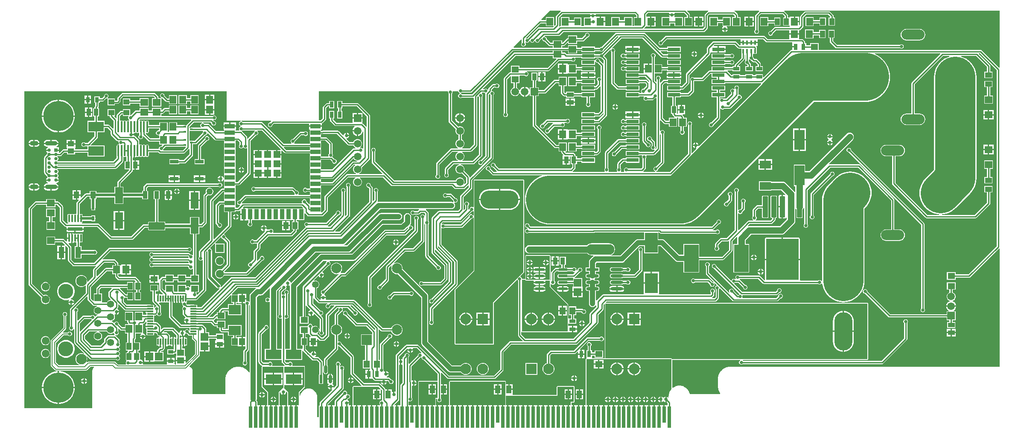
<source format=gtl>
G04*
G04 #@! TF.GenerationSoftware,Altium Limited,Altium Designer,21.3.2 (30)*
G04*
G04 Layer_Physical_Order=1*
G04 Layer_Color=255*
%FSLAX25Y25*%
%MOIN*%
G70*
G04*
G04 #@! TF.SameCoordinates,06CA3BE7-F167-48F9-AA53-4FDEF555C1C3*
G04*
G04*
G04 #@! TF.FilePolarity,Positive*
G04*
G01*
G75*
%ADD12C,0.01000*%
%ADD15C,0.00500*%
%ADD20R,0.05512X0.06102*%
%ADD21R,0.04921X0.03150*%
%ADD22R,0.01772X0.03543*%
%ADD23R,0.03937X0.05315*%
G04:AMPARAMS|DCode=24|XSize=97.4mil|YSize=24.49mil|CornerRadius=12.25mil|HoleSize=0mil|Usage=FLASHONLY|Rotation=0.000|XOffset=0mil|YOffset=0mil|HoleType=Round|Shape=RoundedRectangle|*
%AMROUNDEDRECTD24*
21,1,0.09740,0.00000,0,0,0.0*
21,1,0.07291,0.02449,0,0,0.0*
1,1,0.02449,0.03646,0.00000*
1,1,0.02449,-0.03646,0.00000*
1,1,0.02449,-0.03646,0.00000*
1,1,0.02449,0.03646,0.00000*
%
%ADD24ROUNDEDRECTD24*%
%ADD25R,0.09740X0.02449*%
%ADD26R,0.07874X0.15748*%
%ADD27R,0.08583X0.06378*%
%ADD28R,0.09843X0.15748*%
%ADD29R,0.11417X0.21260*%
G04:AMPARAMS|DCode=30|XSize=39.37mil|YSize=163.39mil|CornerRadius=1.97mil|HoleSize=0mil|Usage=FLASHONLY|Rotation=0.000|XOffset=0mil|YOffset=0mil|HoleType=Round|Shape=RoundedRectangle|*
%AMROUNDEDRECTD30*
21,1,0.03937,0.15945,0,0,0.0*
21,1,0.03543,0.16339,0,0,0.0*
1,1,0.00394,0.01772,-0.07972*
1,1,0.00394,-0.01772,-0.07972*
1,1,0.00394,-0.01772,0.07972*
1,1,0.00394,0.01772,0.07972*
%
%ADD30ROUNDEDRECTD30*%
G04:AMPARAMS|DCode=31|XSize=251.97mil|YSize=322.84mil|CornerRadius=2.52mil|HoleSize=0mil|Usage=FLASHONLY|Rotation=0.000|XOffset=0mil|YOffset=0mil|HoleType=Round|Shape=RoundedRectangle|*
%AMROUNDEDRECTD31*
21,1,0.25197,0.31780,0,0,0.0*
21,1,0.24693,0.32284,0,0,0.0*
1,1,0.00504,0.12347,-0.15890*
1,1,0.00504,-0.12347,-0.15890*
1,1,0.00504,-0.12347,0.15890*
1,1,0.00504,0.12347,0.15890*
%
%ADD31ROUNDEDRECTD31*%
%ADD32R,0.03150X0.04921*%
%ADD33R,0.05709X0.04724*%
%ADD34R,0.05906X0.05512*%
%ADD35R,0.06102X0.05512*%
%ADD36R,0.05315X0.03740*%
%ADD37R,0.05512X0.05906*%
%ADD38R,0.03740X0.05315*%
%ADD39R,0.05315X0.03937*%
%ADD40R,0.02468X0.06530*%
G04:AMPARAMS|DCode=41|XSize=65.3mil|YSize=24.68mil|CornerRadius=12.34mil|HoleSize=0mil|Usage=FLASHONLY|Rotation=90.000|XOffset=0mil|YOffset=0mil|HoleType=Round|Shape=RoundedRectangle|*
%AMROUNDEDRECTD41*
21,1,0.06530,0.00000,0,0,90.0*
21,1,0.04063,0.02468,0,0,90.0*
1,1,0.02468,0.00000,0.02031*
1,1,0.02468,0.00000,-0.02031*
1,1,0.02468,0.00000,-0.02031*
1,1,0.02468,0.00000,0.02031*
%
%ADD41ROUNDEDRECTD41*%
%ADD42R,0.04724X0.05709*%
%ADD43R,0.06102X0.06102*%
%ADD44R,0.04331X0.08661*%
%ADD45R,0.04331X0.05315*%
%ADD46R,0.02126X0.03386*%
G04:AMPARAMS|DCode=47|XSize=59.06mil|YSize=11.81mil|CornerRadius=1.95mil|HoleSize=0mil|Usage=FLASHONLY|Rotation=90.000|XOffset=0mil|YOffset=0mil|HoleType=Round|Shape=RoundedRectangle|*
%AMROUNDEDRECTD47*
21,1,0.05906,0.00791,0,0,90.0*
21,1,0.05516,0.01181,0,0,90.0*
1,1,0.00390,0.00396,0.02758*
1,1,0.00390,0.00396,-0.02758*
1,1,0.00390,-0.00396,-0.02758*
1,1,0.00390,-0.00396,0.02758*
%
%ADD47ROUNDEDRECTD47*%
%ADD48R,0.07378X0.02134*%
G04:AMPARAMS|DCode=49|XSize=73.78mil|YSize=21.34mil|CornerRadius=10.67mil|HoleSize=0mil|Usage=FLASHONLY|Rotation=0.000|XOffset=0mil|YOffset=0mil|HoleType=Round|Shape=RoundedRectangle|*
%AMROUNDEDRECTD49*
21,1,0.07378,0.00000,0,0,0.0*
21,1,0.05244,0.02134,0,0,0.0*
1,1,0.02134,0.02622,0.00000*
1,1,0.02134,-0.02622,0.00000*
1,1,0.02134,-0.02622,0.00000*
1,1,0.02134,0.02622,0.00000*
%
%ADD49ROUNDEDRECTD49*%
%ADD50R,0.09449X0.03150*%
%ADD51R,0.09449X0.02756*%
%ADD52R,0.06299X0.12598*%
%ADD53R,0.12400X0.07700*%
%ADD54R,0.03937X0.05906*%
%ADD55R,0.02756X0.16535*%
%ADD56R,0.02756X0.12598*%
G04:AMPARAMS|DCode=57|XSize=124.02mil|YSize=57.09mil|CornerRadius=2mil|HoleSize=0mil|Usage=FLASHONLY|Rotation=0.000|XOffset=0mil|YOffset=0mil|HoleType=Round|Shape=RoundedRectangle|*
%AMROUNDEDRECTD57*
21,1,0.12402,0.05309,0,0,0.0*
21,1,0.12002,0.05709,0,0,0.0*
1,1,0.00400,0.06001,-0.02655*
1,1,0.00400,-0.06001,-0.02655*
1,1,0.00400,-0.06001,0.02655*
1,1,0.00400,0.06001,0.02655*
%
%ADD57ROUNDEDRECTD57*%
G04:AMPARAMS|DCode=58|XSize=35.43mil|YSize=57.09mil|CornerRadius=1.95mil|HoleSize=0mil|Usage=FLASHONLY|Rotation=0.000|XOffset=0mil|YOffset=0mil|HoleType=Round|Shape=RoundedRectangle|*
%AMROUNDEDRECTD58*
21,1,0.03543,0.05319,0,0,0.0*
21,1,0.03154,0.05709,0,0,0.0*
1,1,0.00390,0.01577,-0.02659*
1,1,0.00390,-0.01577,-0.02659*
1,1,0.00390,-0.01577,0.02659*
1,1,0.00390,0.01577,0.02659*
%
%ADD58ROUNDEDRECTD58*%
%ADD59R,0.04528X0.05315*%
%ADD60R,0.06102X0.06102*%
%ADD61R,0.04134X0.03150*%
%ADD62R,0.05709X0.05118*%
%ADD63R,0.05709X0.04528*%
%ADD64R,0.09449X0.07480*%
%ADD65R,0.04969X0.03771*%
%ADD66R,0.05727X0.06127*%
%ADD67R,0.05315X0.06102*%
%ADD68R,0.06693X0.03150*%
%ADD69R,0.02000X0.01402*%
%ADD70R,0.05118X0.01181*%
%ADD71R,0.01181X0.05118*%
%ADD72R,0.04724X0.04331*%
%ADD73R,0.03150X0.04134*%
G04:AMPARAMS|DCode=74|XSize=88.58mil|YSize=15.75mil|CornerRadius=7.87mil|HoleSize=0mil|Usage=FLASHONLY|Rotation=270.000|XOffset=0mil|YOffset=0mil|HoleType=Round|Shape=RoundedRectangle|*
%AMROUNDEDRECTD74*
21,1,0.08858,0.00000,0,0,270.0*
21,1,0.07284,0.01575,0,0,270.0*
1,1,0.01575,0.00000,-0.03642*
1,1,0.01575,0.00000,0.03642*
1,1,0.01575,0.00000,0.03642*
1,1,0.01575,0.00000,-0.03642*
%
%ADD74ROUNDEDRECTD74*%
%ADD75R,0.05151X0.03960*%
%ADD76R,0.07874X0.03543*%
%ADD77R,0.03543X0.07874*%
%ADD78R,0.05236X0.05236*%
G04:AMPARAMS|DCode=80|XSize=27.56mil|YSize=114.17mil|CornerRadius=1.93mil|HoleSize=0mil|Usage=FLASHONLY|Rotation=90.000|XOffset=0mil|YOffset=0mil|HoleType=Round|Shape=RoundedRectangle|*
%AMROUNDEDRECTD80*
21,1,0.02756,0.11032,0,0,90.0*
21,1,0.02370,0.11417,0,0,90.0*
1,1,0.00386,0.05516,0.01185*
1,1,0.00386,0.05516,-0.01185*
1,1,0.00386,-0.05516,-0.01185*
1,1,0.00386,-0.05516,0.01185*
%
%ADD80ROUNDEDRECTD80*%
%ADD83R,0.05906X0.05906*%
%ADD84C,0.05906*%
G04:AMPARAMS|DCode=85|XSize=299.21mil|YSize=141.73mil|CornerRadius=70.87mil|HoleSize=0mil|Usage=FLASHONLY|Rotation=90.000|XOffset=0mil|YOffset=0mil|HoleType=Round|Shape=RoundedRectangle|*
%AMROUNDEDRECTD85*
21,1,0.29921,0.00000,0,0,90.0*
21,1,0.15748,0.14173,0,0,90.0*
1,1,0.14173,0.00000,0.07874*
1,1,0.14173,0.00000,-0.07874*
1,1,0.14173,0.00000,-0.07874*
1,1,0.14173,0.00000,0.07874*
%
%ADD85ROUNDEDRECTD85*%
%ADD86C,0.06299*%
%ADD87R,0.06299X0.06299*%
%ADD88C,0.05315*%
G04:AMPARAMS|DCode=89|XSize=299.21mil|YSize=141.73mil|CornerRadius=70.87mil|HoleSize=0mil|Usage=FLASHONLY|Rotation=180.000|XOffset=0mil|YOffset=0mil|HoleType=Round|Shape=RoundedRectangle|*
%AMROUNDEDRECTD89*
21,1,0.29921,0.00000,0,0,180.0*
21,1,0.15748,0.14173,0,0,180.0*
1,1,0.14173,-0.07874,0.00000*
1,1,0.14173,0.07874,0.00000*
1,1,0.14173,0.07874,0.00000*
1,1,0.14173,-0.07874,0.00000*
%
%ADD89ROUNDEDRECTD89*%
%ADD90R,0.05906X0.05906*%
%ADD91C,0.07874*%
%ADD92R,0.07874X0.07874*%
G04:AMPARAMS|DCode=93|XSize=78.74mil|YSize=181.1mil|CornerRadius=39.37mil|HoleSize=0mil|Usage=FLASHONLY|Rotation=180.000|XOffset=0mil|YOffset=0mil|HoleType=Round|Shape=RoundedRectangle|*
%AMROUNDEDRECTD93*
21,1,0.07874,0.10236,0,0,180.0*
21,1,0.00000,0.18110,0,0,180.0*
1,1,0.07874,0.00000,0.05118*
1,1,0.07874,0.00000,0.05118*
1,1,0.07874,0.00000,-0.05118*
1,1,0.07874,0.00000,-0.05118*
%
%ADD93ROUNDEDRECTD93*%
G04:AMPARAMS|DCode=94|XSize=181.1mil|YSize=78.74mil|CornerRadius=39.37mil|HoleSize=0mil|Usage=FLASHONLY|Rotation=180.000|XOffset=0mil|YOffset=0mil|HoleType=Round|Shape=RoundedRectangle|*
%AMROUNDEDRECTD94*
21,1,0.18110,0.00000,0,0,180.0*
21,1,0.10236,0.07874,0,0,180.0*
1,1,0.07874,-0.05118,0.00000*
1,1,0.07874,0.05118,0.00000*
1,1,0.07874,0.05118,0.00000*
1,1,0.07874,-0.05118,0.00000*
%
%ADD94ROUNDEDRECTD94*%
%ADD95R,0.18110X0.07874*%
%ADD96C,0.08268*%
%ADD97R,0.08268X0.08268*%
%ADD98C,0.06102*%
%ADD99R,0.05512X0.05512*%
%ADD100C,0.05512*%
%ADD101C,0.11614*%
%ADD102C,0.23622*%
G04:AMPARAMS|DCode=103|XSize=35.43mil|YSize=66.93mil|CornerRadius=17.72mil|HoleSize=0mil|Usage=FLASHONLY|Rotation=270.000|XOffset=0mil|YOffset=0mil|HoleType=Round|Shape=RoundedRectangle|*
%AMROUNDEDRECTD103*
21,1,0.03543,0.03150,0,0,270.0*
21,1,0.00000,0.06693,0,0,270.0*
1,1,0.03543,-0.01575,0.00000*
1,1,0.03543,-0.01575,0.00000*
1,1,0.03543,0.01575,0.00000*
1,1,0.03543,0.01575,0.00000*
%
%ADD103ROUNDEDRECTD103*%
G04:AMPARAMS|DCode=104|XSize=35.43mil|YSize=94.49mil|CornerRadius=17.72mil|HoleSize=0mil|Usage=FLASHONLY|Rotation=270.000|XOffset=0mil|YOffset=0mil|HoleType=Round|Shape=RoundedRectangle|*
%AMROUNDEDRECTD104*
21,1,0.03543,0.05906,0,0,270.0*
21,1,0.00000,0.09449,0,0,270.0*
1,1,0.03543,-0.02953,0.00000*
1,1,0.03543,-0.02953,0.00000*
1,1,0.03543,0.02953,0.00000*
1,1,0.03543,0.02953,0.00000*
%
%ADD104ROUNDEDRECTD104*%
%ADD105R,0.02559X0.02559*%
%ADD106C,0.02559*%
%ADD107C,0.02500*%
%ADD108C,0.05000*%
%ADD109C,0.01968*%
%ADD110C,0.03937*%
%ADD111C,0.04000*%
%ADD112C,0.02000*%
%ADD113C,0.37402*%
%ADD114C,0.05000*%
%ADD115C,0.07874*%
%ADD116C,0.31496*%
G36*
X480774Y327606D02*
Y326386D01*
X478831D01*
Y319284D01*
X478355Y319226D01*
X478338D01*
X477862Y319284D01*
X477862Y319726D01*
Y326386D01*
X471350D01*
Y324147D01*
X467823D01*
Y326287D01*
X461311D01*
Y319726D01*
X461311Y319382D01*
X460876Y319226D01*
X456512D01*
Y322335D01*
X452756D01*
Y322835D01*
X452256D01*
Y326787D01*
X449382D01*
X449332Y326862D01*
X444819D01*
X444926Y326605D01*
X444648Y326189D01*
X440051D01*
Y319480D01*
X439656Y319226D01*
X438296D01*
X437902Y319480D01*
X437902Y319726D01*
Y326189D01*
X432177D01*
Y324147D01*
X428453D01*
Y326287D01*
X421941D01*
Y319726D01*
X421941Y319382D01*
X421505Y319226D01*
X421260D01*
X420931Y319161D01*
X420880Y319187D01*
X420565Y319502D01*
X420539Y319553D01*
X420604Y319882D01*
Y326031D01*
X423181Y328609D01*
X444678D01*
X444956Y328193D01*
X444819Y327862D01*
X449275D01*
X449138Y328193D01*
X449416Y328609D01*
X479771D01*
X480774Y327606D01*
D02*
G37*
G36*
X764540Y287039D02*
X764040Y286832D01*
X750534Y300338D01*
X750109Y300622D01*
X749606Y300722D01*
X623433D01*
Y306012D01*
X616724D01*
Y304462D01*
X613492D01*
Y306110D01*
X612730D01*
Y306890D01*
X612630Y307392D01*
X612346Y307818D01*
X611361Y308802D01*
X610935Y309087D01*
X610433Y309187D01*
X608369D01*
X607890Y309236D01*
X607890Y309687D01*
Y312689D01*
X604134D01*
X600378D01*
X600378Y309236D01*
X599898Y309187D01*
X583418D01*
X581243Y311361D01*
X580817Y311646D01*
X580315Y311746D01*
X504331D01*
X503828Y311646D01*
X503403Y311361D01*
X499894Y307852D01*
X499652D01*
X499009Y307586D01*
X498516Y307094D01*
X498250Y306451D01*
Y305754D01*
X498516Y305111D01*
X499009Y304619D01*
X499652Y304352D01*
X500348D01*
X500991Y304619D01*
X501484Y305111D01*
X501750Y305754D01*
Y305996D01*
X504874Y309120D01*
X562287D01*
Y306996D01*
X564173D01*
Y305996D01*
X562287D01*
Y304462D01*
X561371D01*
X558802Y307031D01*
X558376Y307315D01*
X557874Y307415D01*
X541339D01*
X540836Y307315D01*
X540410Y307031D01*
X536473Y303094D01*
X536189Y302668D01*
X536089Y302165D01*
Y298575D01*
X519938Y282424D01*
X519653Y281998D01*
X519554Y281496D01*
Y275544D01*
X516287Y272277D01*
X515461D01*
Y272843D01*
X505012D01*
Y269087D01*
X515461D01*
Y269652D01*
X516831D01*
X517333Y269752D01*
X517759Y270037D01*
X521794Y274072D01*
X522079Y274498D01*
X522179Y275000D01*
Y280952D01*
X538330Y297103D01*
X538614Y297529D01*
X538714Y298031D01*
Y298450D01*
X539157Y298587D01*
Y298587D01*
X544382D01*
Y301161D01*
Y303736D01*
X541482D01*
X541291Y304198D01*
X541882Y304790D01*
X557330D01*
X559899Y302221D01*
X560324Y301937D01*
X560827Y301837D01*
X562787D01*
Y297532D01*
X562861D01*
Y294441D01*
X558127Y289708D01*
X557842Y289282D01*
X557743Y288779D01*
Y288039D01*
X556095D01*
Y287277D01*
X550106D01*
Y287843D01*
X539657D01*
Y284777D01*
X538386D01*
X537884Y284677D01*
X537458Y284393D01*
X531937Y278872D01*
X525769D01*
X525598Y279043D01*
X524954Y279309D01*
X524258D01*
X523615Y279043D01*
X523123Y278550D01*
X522856Y277907D01*
Y277211D01*
X523123Y276568D01*
X523294Y276397D01*
Y269245D01*
X521130Y267080D01*
X515461D01*
Y267843D01*
X505012D01*
Y263693D01*
X508924D01*
Y257095D01*
X507866D01*
Y250780D01*
X508924D01*
Y250394D01*
X509024Y249891D01*
X509308Y249465D01*
X510489Y248284D01*
X510697Y248146D01*
X510545Y247646D01*
X506193D01*
Y245407D01*
X503693D01*
X501510Y247591D01*
Y273078D01*
X503103Y274672D01*
X505012D01*
Y274087D01*
X515461D01*
Y277843D01*
X505012D01*
Y277297D01*
X502559D01*
X502057Y277197D01*
X501631Y276912D01*
X499806Y275088D01*
X499344Y275279D01*
Y277578D01*
X499515Y277749D01*
X499782Y278392D01*
Y279088D01*
X499515Y279731D01*
X499023Y280224D01*
X498380Y280490D01*
X497683D01*
X497040Y280224D01*
X496548Y279731D01*
X496281Y279088D01*
Y278392D01*
X496548Y277749D01*
X496719Y277578D01*
Y275869D01*
X496257Y275678D01*
X495407Y276528D01*
Y282414D01*
X501090D01*
Y284652D01*
X505012D01*
Y284087D01*
X515461D01*
Y287843D01*
X505012D01*
Y287277D01*
X501090D01*
Y289516D01*
X495407D01*
Y295098D01*
X495578Y295269D01*
X495845Y295912D01*
Y296608D01*
X495578Y297251D01*
X495086Y297743D01*
X494443Y298010D01*
X493746D01*
X493103Y297743D01*
X492611Y297251D01*
X492345Y296608D01*
Y295912D01*
X492611Y295269D01*
X492782Y295098D01*
Y290016D01*
X490854D01*
Y285965D01*
X490354D01*
Y285465D01*
X486598D01*
Y282277D01*
X483177D01*
Y282842D01*
X472728D01*
Y279087D01*
X483177D01*
Y279652D01*
X487586D01*
X490813Y276425D01*
Y275923D01*
X490313Y275716D01*
X489117Y276912D01*
X488691Y277197D01*
X488189Y277297D01*
X483177D01*
Y277842D01*
X472728D01*
Y274087D01*
X483177D01*
Y274672D01*
X487645D01*
X488451Y273866D01*
Y272394D01*
X486311Y270254D01*
X486069D01*
X485426Y269988D01*
X484934Y269495D01*
X484667Y268852D01*
Y268156D01*
X484906Y267580D01*
X484713Y267080D01*
X483177D01*
Y267843D01*
X472728D01*
Y263693D01*
X483177D01*
Y264455D01*
X486667D01*
X486874Y263955D01*
X486705Y263787D01*
X486439Y263143D01*
Y262447D01*
X486705Y261804D01*
X487198Y261312D01*
X487841Y261045D01*
X488537D01*
X489180Y261312D01*
X489351Y261483D01*
X493504D01*
X494006Y261583D01*
X494432Y261867D01*
X495579Y263014D01*
X495821D01*
X496219Y263179D01*
X496719Y262882D01*
Y223969D01*
X496085Y223335D01*
X495661Y223618D01*
X495845Y224061D01*
Y224758D01*
X495578Y225401D01*
X495407Y225572D01*
Y228346D01*
X495307Y228849D01*
X495023Y229275D01*
X492892Y231405D01*
Y231647D01*
X492625Y232291D01*
X492133Y232783D01*
X491490Y233049D01*
X490794D01*
X490150Y232783D01*
X489658Y232291D01*
X489392Y231647D01*
Y230951D01*
X489658Y230308D01*
X490150Y229816D01*
X490794Y229549D01*
X491035D01*
X492782Y227803D01*
Y225572D01*
X492611Y225401D01*
X492345Y224758D01*
Y224061D01*
X492611Y223418D01*
X493103Y222926D01*
X493746Y222659D01*
X494443D01*
X494886Y222843D01*
X495169Y222419D01*
X493846Y221096D01*
X483177D01*
Y221661D01*
X472728D01*
Y217905D01*
X483177D01*
Y218471D01*
X485225D01*
X485464Y217971D01*
X485258Y217474D01*
Y216778D01*
X485524Y216135D01*
X485695Y215964D01*
Y209008D01*
X484699Y208013D01*
X474272D01*
X473917Y208367D01*
X473274Y208634D01*
X472578D01*
X471935Y208367D01*
X471442Y207875D01*
X471176Y207232D01*
Y206536D01*
X471420Y205946D01*
X471235Y205447D01*
X469008D01*
X468826Y205946D01*
X469073Y206542D01*
Y207238D01*
X468806Y207881D01*
X468636Y208052D01*
Y211070D01*
X470839Y213274D01*
X472728D01*
Y212512D01*
X483177D01*
Y216661D01*
X472728D01*
Y215899D01*
X470295D01*
X469793Y215799D01*
X469367Y215515D01*
X466395Y212542D01*
X466110Y212117D01*
X466010Y211614D01*
Y208052D01*
X465839Y207881D01*
X465573Y207238D01*
Y206542D01*
X465819Y205946D01*
X465638Y205447D01*
X459368D01*
X459183Y205946D01*
X459427Y206536D01*
Y207232D01*
X459161Y207875D01*
X458990Y208046D01*
Y219732D01*
X467729Y228471D01*
X472728D01*
Y227906D01*
X483177D01*
Y231661D01*
X472728D01*
Y231096D01*
X467185D01*
X466683Y230996D01*
X466257Y230712D01*
X456749Y221204D01*
X456464Y220778D01*
X456364Y220276D01*
Y208046D01*
X456194Y207875D01*
X455927Y207232D01*
Y206536D01*
X456171Y205946D01*
X455986Y205447D01*
X431435D01*
X431228Y205946D01*
X433015Y207733D01*
X433299Y208159D01*
X433399Y208661D01*
Y211429D01*
X434457D01*
Y213274D01*
X438083D01*
Y212512D01*
X448531D01*
Y216661D01*
X438083D01*
Y215899D01*
X434457D01*
Y217744D01*
X433399D01*
Y218307D01*
X433299Y218809D01*
X433015Y219235D01*
X432227Y220023D01*
X431802Y220307D01*
X431299Y220407D01*
X425937D01*
X425555Y220790D01*
X425746Y221252D01*
X426681D01*
Y228354D01*
X420169D01*
Y226509D01*
X418260D01*
X402533Y242237D01*
Y264620D01*
X404673D01*
Y266760D01*
X409411D01*
X409914Y266860D01*
X410340Y267145D01*
X417867Y274672D01*
X420169D01*
Y272433D01*
X421916D01*
Y267126D01*
X422016Y266624D01*
X422300Y266198D01*
X423678Y264820D01*
X424104Y264535D01*
X424606Y264435D01*
X425976D01*
Y263378D01*
X432291D01*
Y264435D01*
X438083D01*
Y263693D01*
X441994D01*
Y259036D01*
X441823Y258865D01*
X441557Y258222D01*
Y257526D01*
X441823Y256883D01*
X442316Y256391D01*
X442959Y256124D01*
X443655D01*
X444298Y256391D01*
X444791Y256883D01*
X445057Y257526D01*
Y258222D01*
X444791Y258865D01*
X444620Y259036D01*
Y263693D01*
X448531D01*
Y267843D01*
X438083D01*
Y267061D01*
X432291D01*
Y268118D01*
X425976D01*
Y267061D01*
X425150D01*
X424541Y267670D01*
Y272433D01*
X426681D01*
Y279535D01*
X420169D01*
Y277297D01*
X417323D01*
X416820Y277197D01*
X416395Y276912D01*
X408868Y269385D01*
X404673D01*
Y271526D01*
X402533D01*
Y276567D01*
X403590D01*
Y282882D01*
X398850D01*
Y276567D01*
X399908D01*
Y271526D01*
X397768D01*
Y269934D01*
X397268Y269800D01*
X396864Y270500D01*
X396128Y271236D01*
X395227Y271756D01*
X394221Y272026D01*
X394201D01*
Y268073D01*
Y264120D01*
X394221D01*
X395227Y264389D01*
X396128Y264910D01*
X396864Y265646D01*
X397268Y266345D01*
X397768Y266212D01*
Y264620D01*
X399908D01*
Y241693D01*
X400008Y241191D01*
X400292Y240765D01*
X416788Y224269D01*
X417214Y223984D01*
X417717Y223884D01*
X420169D01*
Y221252D01*
X422113D01*
Y221063D01*
X422213Y220561D01*
X422497Y220135D01*
X423926Y218706D01*
X423735Y218244D01*
X423311D01*
Y215087D01*
X426181D01*
X429051D01*
Y217356D01*
X429216Y217488D01*
X429716Y217249D01*
Y211429D01*
X430774D01*
Y209205D01*
X429574Y208005D01*
X373575D01*
X370845Y210736D01*
Y210978D01*
X370578Y211621D01*
X370086Y212113D01*
X369443Y212380D01*
X368746D01*
X368103Y212113D01*
X367611Y211621D01*
X367344Y210978D01*
Y210282D01*
X367611Y209639D01*
X368103Y209146D01*
X368746Y208880D01*
X368988D01*
X371922Y205946D01*
X371714Y205447D01*
X369638D01*
X366908Y208177D01*
Y208419D01*
X366641Y209062D01*
X366149Y209554D01*
X365506Y209821D01*
X364809D01*
X364166Y209554D01*
X363674Y209062D01*
X363407Y208419D01*
Y207723D01*
X363674Y207080D01*
X364166Y206587D01*
X364809Y206321D01*
X365051D01*
X368166Y203206D01*
X368592Y202921D01*
X369094Y202821D01*
X407176D01*
X407258Y202321D01*
X405912Y201864D01*
X403621Y200734D01*
X401497Y199315D01*
X399576Y197631D01*
X397892Y195710D01*
X396472Y193586D01*
X395342Y191295D01*
X394521Y188876D01*
X394023Y186370D01*
X393856Y183821D01*
X394023Y181272D01*
X394521Y178766D01*
X395342Y176347D01*
X396472Y174056D01*
X397892Y171932D01*
X399576Y170011D01*
X401497Y168327D01*
X403621Y166907D01*
X405912Y165778D01*
X408331Y164956D01*
X410837Y164458D01*
X413386Y164291D01*
X515710D01*
X515711Y164291D01*
X518260Y164458D01*
X520765Y164956D01*
X523184Y165778D01*
X525476Y166907D01*
X527600Y168327D01*
X529520Y170011D01*
X529521Y170011D01*
X619507Y259998D01*
X659449D01*
X661998Y260165D01*
X664504Y260663D01*
X666923Y261484D01*
X669214Y262614D01*
X671338Y264033D01*
X673259Y265718D01*
X674943Y267638D01*
X676362Y269763D01*
X677492Y272054D01*
X678313Y274473D01*
X678812Y276978D01*
X678979Y279528D01*
X678812Y282077D01*
X678313Y284582D01*
X677492Y287001D01*
X676362Y289293D01*
X674943Y291417D01*
X673259Y293337D01*
X671338Y295022D01*
X669214Y296441D01*
X666923Y297571D01*
X666827Y297604D01*
X666908Y298097D01*
X718225D01*
X718416Y297635D01*
X695922Y275141D01*
X695638Y274715D01*
X695538Y274213D01*
Y250932D01*
X691732D01*
X690574Y250780D01*
X689495Y250332D01*
X688568Y249621D01*
X687857Y248694D01*
X687409Y247615D01*
X687257Y246457D01*
X687409Y245298D01*
X687857Y244219D01*
X688568Y243292D01*
X689495Y242581D01*
X690574Y242134D01*
X691732Y241981D01*
X701968D01*
X703127Y242134D01*
X704206Y242581D01*
X705133Y243292D01*
X705844Y244219D01*
X706291Y245298D01*
X706444Y246457D01*
X706291Y247615D01*
X705844Y248694D01*
X705133Y249621D01*
X704206Y250332D01*
X703127Y250780D01*
X701968Y250932D01*
X698163D01*
Y273669D01*
X720426Y295932D01*
X725248D01*
X725331Y295431D01*
X723580Y294837D01*
X721636Y293878D01*
X719834Y292674D01*
X718204Y291245D01*
X716775Y289615D01*
X715570Y287813D01*
X714612Y285869D01*
X713915Y283816D01*
X713492Y281691D01*
X713350Y279528D01*
Y207061D01*
X706786Y200497D01*
X705357Y198867D01*
X704153Y197065D01*
X703194Y195121D01*
X702498Y193068D01*
X702075Y190943D01*
X701933Y188779D01*
X702075Y186617D01*
X702498Y184491D01*
X703194Y182438D01*
X704153Y180494D01*
X705357Y178692D01*
X706786Y177062D01*
X708416Y175633D01*
X710218Y174429D01*
X712162Y173470D01*
X714215Y172773D01*
X716341Y172350D01*
X717338Y172285D01*
X717321Y171785D01*
X708221D01*
X683202Y196803D01*
Y217572D01*
X686221D01*
X687379Y217724D01*
X688458Y218172D01*
X689385Y218883D01*
X690096Y219810D01*
X690543Y220889D01*
X690696Y222047D01*
X690543Y223205D01*
X690096Y224285D01*
X689385Y225212D01*
X688458Y225923D01*
X687379Y226370D01*
X686221Y226523D01*
X675984D01*
X674826Y226370D01*
X673747Y225923D01*
X672820Y225212D01*
X672109Y224285D01*
X671661Y223205D01*
X671509Y222047D01*
X671661Y220889D01*
X672109Y219810D01*
X672820Y218883D01*
X673747Y218172D01*
X674826Y217724D01*
X675984Y217572D01*
X680577D01*
Y196260D01*
X680677Y195757D01*
X680962Y195332D01*
X706749Y169544D01*
X707175Y169260D01*
X707677Y169160D01*
X745669D01*
X746172Y169260D01*
X746597Y169544D01*
X756834Y179780D01*
X757118Y180206D01*
X757218Y180709D01*
Y189264D01*
X759063D01*
Y194201D01*
X752748D01*
Y189264D01*
X754593D01*
Y181252D01*
X745126Y171785D01*
X719687D01*
X719670Y172285D01*
X720667Y172350D01*
X722793Y172773D01*
X724845Y173470D01*
X726789Y174429D01*
X728592Y175633D01*
X730221Y177062D01*
X741639Y188479D01*
X743068Y190109D01*
X744272Y191911D01*
X745231Y193855D01*
X745927Y195908D01*
X746350Y198034D01*
X746492Y200197D01*
Y279528D01*
X746350Y281691D01*
X745927Y283816D01*
X745231Y285869D01*
X744272Y287813D01*
X743068Y289615D01*
X741639Y291245D01*
X740009Y292674D01*
X738207Y293878D01*
X736263Y294837D01*
X734512Y295431D01*
X734594Y295932D01*
X746110D01*
X754593Y287449D01*
Y283571D01*
X752748D01*
Y278634D01*
X759063D01*
Y283571D01*
X757218D01*
Y287992D01*
X757118Y288494D01*
X756834Y288920D01*
X748119Y297635D01*
X748310Y298097D01*
X749063D01*
X762270Y284889D01*
X762270Y147394D01*
X740204Y125328D01*
X730126D01*
Y126878D01*
X723417D01*
Y121153D01*
X730126D01*
Y122703D01*
X740748D01*
X741250Y122803D01*
X741676Y123088D01*
X764040Y145451D01*
X764540Y145244D01*
Y53175D01*
X554331D01*
X554253Y53165D01*
X554175Y53171D01*
X553519Y53139D01*
X553289Y53097D01*
X553055Y53082D01*
X551769Y52826D01*
X551474Y52726D01*
X551173Y52645D01*
X549961Y52143D01*
X549691Y51987D01*
X549411Y51850D01*
X548321Y51121D01*
X548087Y50916D01*
X547839Y50726D01*
X546912Y49798D01*
X546722Y49551D01*
X546517Y49317D01*
X545788Y48226D01*
X545650Y47947D01*
X545495Y47677D01*
X544992Y46465D01*
X544912Y46164D01*
X544812Y45869D01*
X544556Y44583D01*
X544541Y44349D01*
X544499Y44119D01*
X544466Y43463D01*
X544473Y43385D01*
X544463Y43307D01*
Y38189D01*
X544473Y38111D01*
X544466Y38033D01*
X544499Y37377D01*
X544541Y37147D01*
X544556Y36913D01*
X544812Y35627D01*
X544912Y35332D01*
X544992Y35031D01*
X545495Y33819D01*
X545650Y33549D01*
X545788Y33270D01*
X546409Y32340D01*
X546221Y31907D01*
X546149Y31840D01*
X522621D01*
X522575Y32074D01*
X522475Y32369D01*
X522394Y32670D01*
X522003Y33615D01*
X521847Y33885D01*
X521709Y34164D01*
X521141Y35014D01*
X520936Y35249D01*
X520746Y35496D01*
X520023Y36219D01*
X519776Y36408D01*
X519542Y36614D01*
X518692Y37182D01*
X518412Y37319D01*
X518143Y37475D01*
X517198Y37866D01*
X516897Y37947D01*
X516602Y38047D01*
X515599Y38247D01*
X515366Y38262D01*
X515135Y38304D01*
X514624Y38329D01*
X514469Y38316D01*
X514313Y38329D01*
X513802Y38304D01*
X513571Y38262D01*
X513338Y38247D01*
X512335Y38047D01*
X512040Y37947D01*
X511739Y37867D01*
X510794Y37475D01*
X510525Y37320D01*
X510245Y37182D01*
X509395Y36614D01*
X509309Y36538D01*
X508856Y36720D01*
X508809Y36768D01*
Y58514D01*
X561787D01*
X561887Y58014D01*
X561804Y57980D01*
X561312Y57487D01*
X561045Y56844D01*
Y56148D01*
X561312Y55505D01*
X561804Y55013D01*
X562447Y54746D01*
X563143D01*
X563787Y55013D01*
X563958Y55183D01*
X672835D01*
X673337Y55283D01*
X673763Y55568D01*
X692070Y73875D01*
X692354Y74301D01*
X692454Y74803D01*
Y87224D01*
X692625Y87394D01*
X692892Y88038D01*
Y88734D01*
X692625Y89377D01*
X692133Y89869D01*
X691490Y90136D01*
X690794D01*
X690150Y89869D01*
X689658Y89377D01*
X689392Y88734D01*
Y88038D01*
X689658Y87394D01*
X689829Y87224D01*
Y75347D01*
X672291Y57809D01*
X564122D01*
X563934Y58014D01*
X564154Y58514D01*
X661417D01*
X661800Y58672D01*
X661959Y59055D01*
Y102362D01*
X661800Y102745D01*
X661417Y102903D01*
X457238D01*
X457031Y103403D01*
X457630Y104002D01*
X542323D01*
X542825Y104102D01*
X543251Y104387D01*
X545023Y106158D01*
X545307Y106584D01*
X545407Y107087D01*
Y113602D01*
X545578Y113772D01*
X545721Y114117D01*
X546306Y114239D01*
X555962Y104584D01*
X556387Y104299D01*
X556890Y104199D01*
X590748D01*
X591250Y104299D01*
X591676Y104584D01*
X593465Y106372D01*
X593504Y106365D01*
X594006Y106465D01*
X594432Y106749D01*
X594440Y106761D01*
X594495Y106784D01*
X594987Y107276D01*
X595254Y107920D01*
Y108616D01*
X594987Y109259D01*
X594495Y109751D01*
X593852Y110018D01*
X593156D01*
X592513Y109751D01*
X592020Y109259D01*
X591754Y108616D01*
Y108374D01*
X590204Y106824D01*
X564009D01*
X563674Y107324D01*
X563758Y107526D01*
Y108222D01*
X563674Y108424D01*
X564009Y108924D01*
X590158D01*
X590660Y109023D01*
X591086Y109308D01*
X592626Y110848D01*
X592868D01*
X593511Y111115D01*
X594003Y111607D01*
X594270Y112250D01*
Y112946D01*
X594003Y113590D01*
X593511Y114082D01*
X592868Y114348D01*
X592172D01*
X591528Y114082D01*
X591036Y113590D01*
X590770Y112946D01*
Y112705D01*
X589614Y111549D01*
X563536D01*
X557218Y117867D01*
X557409Y118329D01*
X557435D01*
X558078Y118595D01*
X558249Y118766D01*
X560480D01*
X564195Y115051D01*
Y114809D01*
X564461Y114166D01*
X564954Y113674D01*
X565597Y113408D01*
X566293D01*
X566936Y113674D01*
X567428Y114166D01*
X567695Y114809D01*
Y115506D01*
X567428Y116149D01*
X566936Y116641D01*
X566293Y116908D01*
X566051D01*
X561952Y121007D01*
X561634Y121219D01*
X561745Y121719D01*
X576031D01*
X579584Y118166D01*
X580010Y117882D01*
X580512Y117782D01*
X622854D01*
X623025Y117611D01*
X623668Y117344D01*
X624364D01*
X625007Y117611D01*
X625499Y118103D01*
X625534Y118188D01*
X626041Y118104D01*
X626053Y117916D01*
X626476Y115790D01*
X627173Y113737D01*
X628131Y111793D01*
X629336Y109991D01*
X630765Y108361D01*
X632395Y106932D01*
X634197Y105728D01*
X636141Y104769D01*
X638193Y104072D01*
X640319Y103650D01*
X642482Y103508D01*
X644645Y103650D01*
X646771Y104072D01*
X648824Y104769D01*
X650768Y105728D01*
X652570Y106932D01*
X654200Y108361D01*
X655629Y109991D01*
X656833Y111793D01*
X657404Y112952D01*
X657860Y112745D01*
X657699Y112356D01*
Y111660D01*
X657965Y111017D01*
X658458Y110524D01*
X659101Y110258D01*
X659342D01*
X677655Y91946D01*
X678080Y91661D01*
X678583Y91561D01*
X723281D01*
Y89421D01*
X725422D01*
Y88000D01*
X723614D01*
Y83260D01*
X729929D01*
Y88000D01*
X728047D01*
Y89421D01*
X730187D01*
Y96327D01*
X728596D01*
X728462Y96827D01*
X729161Y97231D01*
X729897Y97967D01*
X730418Y98868D01*
X730687Y99873D01*
Y99894D01*
X726734D01*
X722782D01*
Y99873D01*
X723051Y98868D01*
X723571Y97967D01*
X724307Y97231D01*
X725007Y96827D01*
X724873Y96327D01*
X723281D01*
Y94187D01*
X679126D01*
X661199Y112114D01*
Y112356D01*
X660932Y112999D01*
X660440Y113491D01*
X659797Y113758D01*
X659101D01*
X658458Y113491D01*
X658115Y113149D01*
X657965Y112999D01*
X657541Y113228D01*
X657792Y113737D01*
X658489Y115790D01*
X658911Y117916D01*
X659053Y120079D01*
Y176563D01*
X659749Y177259D01*
X661178Y178889D01*
X662382Y180691D01*
X663341Y182635D01*
X664038Y184687D01*
X664461Y186813D01*
X664602Y188976D01*
X664461Y191139D01*
X664038Y193265D01*
X663341Y195318D01*
X662382Y197262D01*
X661178Y199064D01*
X659749Y200694D01*
X658119Y202123D01*
X656317Y203327D01*
X654373Y204286D01*
X652320Y204983D01*
X650194Y205405D01*
X648032Y205547D01*
X645869Y205405D01*
X643743Y204983D01*
X641690Y204286D01*
X639746Y203327D01*
X637944Y202123D01*
X636314Y200694D01*
X630765Y195145D01*
X629336Y193515D01*
X628131Y191713D01*
X627173Y189769D01*
X626476Y187716D01*
X626053Y185590D01*
X625911Y183427D01*
Y120327D01*
X625826Y120277D01*
X625411Y120174D01*
X625007Y120578D01*
X624364Y120844D01*
X623668D01*
X623025Y120578D01*
X622854Y120407D01*
X608814D01*
X608463Y120907D01*
X608505Y121118D01*
Y136508D01*
X581259D01*
Y121118D01*
X581301Y120907D01*
X581266Y120835D01*
X580850Y120613D01*
X577503Y123960D01*
X577077Y124244D01*
X576575Y124344D01*
X561202D01*
X561031Y124515D01*
X560388Y124782D01*
X559691D01*
X559048Y124515D01*
X558556Y124023D01*
X558289Y123380D01*
Y122683D01*
X558498Y122179D01*
X558357Y121732D01*
X558278Y121611D01*
X558103Y121568D01*
X558036Y121580D01*
X557435Y121829D01*
X556739D01*
X556095Y121562D01*
X555603Y121070D01*
X555337Y120427D01*
Y120401D01*
X554875Y120210D01*
X543285Y131799D01*
Y132041D01*
X543019Y132684D01*
X542527Y133177D01*
X541884Y133443D01*
X541187D01*
X540544Y133177D01*
X540052Y132684D01*
X539785Y132041D01*
Y131345D01*
X540052Y130702D01*
X540544Y130209D01*
X541187Y129943D01*
X541429D01*
X561340Y110032D01*
X561222Y109443D01*
X561017Y109358D01*
X560846Y109187D01*
X559993D01*
X556868Y112311D01*
Y112553D01*
X556602Y113196D01*
X556109Y113688D01*
X555466Y113955D01*
X554770D01*
X554127Y113688D01*
X553635Y113196D01*
X553368Y112553D01*
Y111857D01*
X553552Y111413D01*
X553128Y111130D01*
X537730Y126528D01*
Y131712D01*
X537901Y131883D01*
X538167Y132526D01*
Y133222D01*
X537901Y133865D01*
X537409Y134358D01*
X536765Y134624D01*
X536069D01*
X535426Y134358D01*
X534934Y133865D01*
X534667Y133222D01*
Y132526D01*
X534934Y131883D01*
X535105Y131712D01*
Y125984D01*
X535205Y125482D01*
X535489Y125056D01*
X541232Y119313D01*
X540949Y118889D01*
X540506Y119073D01*
X540264D01*
X538133Y121204D01*
X537707Y121488D01*
X537205Y121588D01*
X526556D01*
X526385Y121759D01*
X525742Y122026D01*
X525046D01*
X524402Y121759D01*
X523910Y121267D01*
X523644Y120624D01*
Y119928D01*
X523910Y119284D01*
X524402Y118792D01*
X525046Y118526D01*
X525742D01*
X526385Y118792D01*
X526556Y118963D01*
X536661D01*
X538408Y117217D01*
Y116975D01*
X538674Y116332D01*
X539166Y115839D01*
X539809Y115573D01*
X540506D01*
X541149Y115839D01*
X541641Y116332D01*
X541908Y116975D01*
Y117671D01*
X541724Y118114D01*
X542148Y118398D01*
X543570Y116976D01*
X543448Y116390D01*
X543103Y116247D01*
X542611Y115755D01*
X542345Y115112D01*
Y114416D01*
X542611Y113772D01*
X542782Y113602D01*
Y107630D01*
X541779Y106628D01*
X540091D01*
X539981Y107128D01*
X540298Y107340D01*
X541283Y108324D01*
X541567Y108750D01*
X541667Y109252D01*
Y111042D01*
X541838Y111213D01*
X542104Y111857D01*
Y112553D01*
X541838Y113196D01*
X541346Y113688D01*
X540702Y113955D01*
X540006D01*
X539363Y113688D01*
X538871Y113196D01*
X538604Y112553D01*
Y111857D01*
X538871Y111213D01*
X539042Y111042D01*
Y109796D01*
X538826Y109580D01*
X498920D01*
X498441Y109630D01*
X498441Y110080D01*
Y118004D01*
X492520D01*
X486598D01*
Y110080D01*
X486598Y109630D01*
X486119Y109580D01*
X455118D01*
X454616Y109480D01*
X454190Y109196D01*
X449870Y104876D01*
X449824Y104877D01*
X449370Y105033D01*
Y112198D01*
X450236D01*
X450909Y112332D01*
X451479Y112713D01*
X451860Y113284D01*
X451994Y113957D01*
X451860Y114630D01*
X451479Y115200D01*
X450909Y115581D01*
X450236Y115715D01*
X449370D01*
Y117198D01*
X450236D01*
X450909Y117332D01*
X451479Y117713D01*
X451860Y118284D01*
X451994Y118957D01*
X451860Y119630D01*
X451479Y120200D01*
X450909Y120581D01*
X450236Y120715D01*
X448715D01*
X448556Y120922D01*
X448232Y121171D01*
Y121775D01*
X448556Y122023D01*
X448690Y122198D01*
X450236D01*
X450909Y122332D01*
X451479Y122713D01*
X451860Y123284D01*
X451994Y123957D01*
X451860Y124630D01*
X451479Y125200D01*
X450909Y125581D01*
X450236Y125715D01*
X449370D01*
Y127232D01*
X451961D01*
Y130681D01*
X449370D01*
Y133747D01*
X450048Y134425D01*
X469488D01*
X470208Y134520D01*
X470878Y134798D01*
X471454Y135239D01*
X483435Y147220D01*
X487098D01*
Y141626D01*
X497941D01*
Y147220D01*
X499833D01*
X511223Y135830D01*
X511799Y135388D01*
X512469Y135110D01*
X513189Y135016D01*
X517610D01*
Y126665D01*
X530028D01*
Y136483D01*
X548425D01*
X548927Y136583D01*
X549353Y136867D01*
X555456Y142970D01*
X555740Y143395D01*
X555840Y143898D01*
Y151228D01*
X559217Y154605D01*
X559641Y154322D01*
X559592Y154205D01*
X559480Y153346D01*
X559480Y148925D01*
X556587D01*
Y126665D01*
X569004D01*
Y148925D01*
X566111D01*
X566111Y151973D01*
X570468Y156330D01*
X594291Y156330D01*
X595150Y156443D01*
X595949Y156774D01*
X596636Y157301D01*
X603919Y164585D01*
X604446Y165271D01*
X604778Y166071D01*
X604891Y166929D01*
X604890Y176406D01*
X605391Y176505D01*
X605396Y176492D01*
X605786Y175984D01*
Y170177D01*
X605840Y169905D01*
X605994Y169675D01*
X606224Y169521D01*
X606496Y169467D01*
X610039D01*
X610311Y169521D01*
X610542Y169675D01*
X610696Y169905D01*
X610750Y170177D01*
Y175984D01*
X611139Y176492D01*
X611376Y177064D01*
X611876Y176965D01*
Y164548D01*
X611705Y164377D01*
X611439Y163734D01*
Y163038D01*
X611705Y162394D01*
X612198Y161902D01*
X612841Y161636D01*
X613537D01*
X614180Y161902D01*
X614673Y162394D01*
X614939Y163038D01*
Y163734D01*
X614673Y164377D01*
X614502Y164548D01*
Y190992D01*
X632237Y208727D01*
X653984D01*
X679790Y182921D01*
Y160381D01*
X675984D01*
X674826Y160228D01*
X673747Y159781D01*
X672820Y159070D01*
X672109Y158143D01*
X671661Y157064D01*
X671509Y155905D01*
X671661Y154747D01*
X672109Y153668D01*
X672820Y152741D01*
X673747Y152030D01*
X674826Y151583D01*
X675984Y151430D01*
X686221D01*
X687379Y151583D01*
X688458Y152030D01*
X689385Y152741D01*
X690096Y153668D01*
X690543Y154747D01*
X690696Y155905D01*
X690543Y157064D01*
X690096Y158143D01*
X689385Y159070D01*
X688458Y159781D01*
X687379Y160228D01*
X686221Y160381D01*
X682415D01*
Y183465D01*
X682315Y183967D01*
X682030Y184393D01*
X655456Y210967D01*
X655030Y211252D01*
X654528Y211352D01*
X631693D01*
X631467Y211307D01*
X631221Y211768D01*
X649786Y230332D01*
X650312Y231019D01*
X650644Y231819D01*
X650757Y232677D01*
X650644Y233535D01*
X650312Y234335D01*
X649786Y235022D01*
X649099Y235549D01*
X648299Y235880D01*
X647441Y235993D01*
X646583Y235880D01*
X645783Y235549D01*
X645096Y235022D01*
X615950Y205875D01*
X612705Y205875D01*
Y210933D01*
X603831D01*
Y194185D01*
X604952D01*
X604952Y189736D01*
X604452Y189636D01*
X604446Y189650D01*
X603919Y190337D01*
X597463Y196793D01*
X596776Y197320D01*
X595976Y197652D01*
X595118Y197765D01*
X586287Y197765D01*
Y198138D01*
X576705D01*
Y190760D01*
X586287D01*
Y191133D01*
X593745Y191133D01*
X597118Y187760D01*
X596872Y187299D01*
X596654Y187342D01*
X595382D01*
Y178150D01*
Y168957D01*
X596654D01*
X597121Y169050D01*
X597516Y169314D01*
X597759Y169677D01*
X597795Y169682D01*
X598259Y169394D01*
X598259Y168303D01*
X592918Y162961D01*
X569094Y162961D01*
X568236Y162848D01*
X568119Y162800D01*
X567836Y163224D01*
X569244Y164632D01*
X586024D01*
X586526Y164732D01*
X586952Y165017D01*
X589117Y167182D01*
X589402Y167608D01*
X589502Y168110D01*
Y169467D01*
X589961D01*
X590233Y169521D01*
X590463Y169675D01*
X590617Y169905D01*
X590671Y170177D01*
Y186122D01*
X590617Y186394D01*
X590463Y186625D01*
X590233Y186778D01*
X589961Y186832D01*
X586417D01*
X586145Y186778D01*
X585915Y186625D01*
X585761Y186394D01*
X585707Y186122D01*
Y170177D01*
X585761Y169905D01*
X585915Y169675D01*
X586145Y169521D01*
X586417Y169467D01*
X586876D01*
Y168654D01*
X585480Y167257D01*
X574001D01*
X573901Y167757D01*
X574023Y167808D01*
X574515Y168300D01*
X574782Y168943D01*
Y169639D01*
X574515Y170283D01*
X574344Y170454D01*
Y175047D01*
X576134Y176837D01*
X579014D01*
Y170177D01*
X579068Y169905D01*
X579222Y169675D01*
X579453Y169521D01*
X579724Y169467D01*
X583268D01*
X583540Y169521D01*
X583770Y169675D01*
X583924Y169905D01*
X583978Y170177D01*
Y186122D01*
X583924Y186394D01*
X583770Y186625D01*
X583540Y186778D01*
X583268Y186832D01*
X579724D01*
X579453Y186778D01*
X579222Y186625D01*
X579068Y186394D01*
X579014Y186122D01*
Y179462D01*
X575591D01*
X575088Y179362D01*
X574662Y179078D01*
X572103Y176519D01*
X571819Y176093D01*
X571719Y175591D01*
Y170454D01*
X571548Y170283D01*
X571281Y169639D01*
Y168943D01*
X571548Y168300D01*
X572040Y167808D01*
X572162Y167757D01*
X572062Y167257D01*
X568701D01*
X568198Y167158D01*
X567773Y166873D01*
X560830Y159930D01*
X560368Y160121D01*
Y172671D01*
X560868Y172878D01*
X561017Y172729D01*
X561660Y172463D01*
X562356D01*
X562999Y172729D01*
X563491Y173221D01*
X563758Y173864D01*
Y174106D01*
X565298Y175647D01*
X565583Y176073D01*
X565683Y176575D01*
Y181515D01*
X565854Y181686D01*
X566120Y182329D01*
Y183025D01*
X565854Y183668D01*
X565361Y184161D01*
X564718Y184427D01*
X564022D01*
X563379Y184161D01*
X562886Y183668D01*
X562620Y183025D01*
Y182329D01*
X562886Y181686D01*
X563058Y181515D01*
Y177119D01*
X561902Y175963D01*
X561660D01*
X561017Y175696D01*
X560868Y175547D01*
X560368Y175754D01*
Y189783D01*
X560539Y189954D01*
X560805Y190597D01*
Y191293D01*
X560539Y191936D01*
X560046Y192428D01*
X559403Y192695D01*
X558707D01*
X558064Y192428D01*
X557572Y191936D01*
X557305Y191293D01*
Y190597D01*
X557572Y189954D01*
X557743Y189783D01*
Y159993D01*
X551425Y153675D01*
X547047D01*
X546545Y153575D01*
X546119Y153290D01*
X542773Y149944D01*
X542488Y149518D01*
X542388Y149016D01*
Y146635D01*
X542217Y146464D01*
X541951Y145820D01*
Y145124D01*
X542217Y144481D01*
X542709Y143989D01*
X543353Y143722D01*
X544049D01*
X544692Y143989D01*
X545184Y144481D01*
X545451Y145124D01*
Y145820D01*
X545184Y146464D01*
X545013Y146635D01*
Y148472D01*
X547591Y151050D01*
X551968D01*
X552471Y151149D01*
X552715Y151313D01*
X553215Y151079D01*
Y144441D01*
X547882Y139108D01*
X530028D01*
Y148925D01*
X517610D01*
Y140575D01*
X514340D01*
X502950Y151965D01*
X502374Y152407D01*
X501704Y152685D01*
X500984Y152780D01*
X497941D01*
Y158136D01*
X498472D01*
X499072Y157536D01*
X499498Y157252D01*
X500000Y157152D01*
X543129D01*
X543300Y156981D01*
X543943Y156715D01*
X544639D01*
X545283Y156981D01*
X545775Y157473D01*
X546041Y158116D01*
Y158813D01*
X545775Y159456D01*
X545283Y159948D01*
X544639Y160215D01*
X543943D01*
X543300Y159948D01*
X543129Y159777D01*
X541076D01*
X540965Y160277D01*
X541283Y160489D01*
X545382Y164589D01*
X545624D01*
X546267Y164855D01*
X546759Y165347D01*
X547026Y165990D01*
Y166687D01*
X546759Y167330D01*
X546267Y167822D01*
X545624Y168089D01*
X544928D01*
X544284Y167822D01*
X543792Y167330D01*
X543526Y166687D01*
Y166445D01*
X539811Y162730D01*
X398182D01*
X397419Y163492D01*
Y163734D01*
X397153Y164377D01*
X396661Y164869D01*
X396017Y165136D01*
X395321D01*
X394678Y164869D01*
X394186Y164377D01*
X393919Y163734D01*
Y163038D01*
X394186Y162394D01*
X394678Y161902D01*
X395321Y161636D01*
X395563D01*
X395894Y161305D01*
X395687Y160805D01*
X395321D01*
X394678Y160539D01*
X394186Y160046D01*
X393919Y159403D01*
Y158707D01*
X394186Y158064D01*
X394678Y157572D01*
X395321Y157305D01*
X396017D01*
X396661Y157572D01*
X396831Y157743D01*
X447349D01*
X447851Y157842D01*
X448277Y158127D01*
X448286Y158136D01*
X487098D01*
Y152780D01*
X482283D01*
X481564Y152685D01*
X480894Y152407D01*
X480318Y151965D01*
X468337Y139984D01*
X461368D01*
X461268Y140484D01*
X461831Y140718D01*
X462818Y141475D01*
X463576Y142462D01*
X464052Y143611D01*
X464214Y144844D01*
X464052Y146078D01*
X463576Y147227D01*
X462818Y148214D01*
X461831Y148971D01*
X460682Y149447D01*
X459449Y149610D01*
X446063D01*
X444830Y149447D01*
X443680Y148971D01*
X442694Y148214D01*
X442652Y148160D01*
X397244Y148160D01*
X396386Y148047D01*
X395586Y147716D01*
X394900Y147189D01*
X394373Y146502D01*
X394041Y145703D01*
X393928Y144844D01*
X394041Y143986D01*
X394373Y143187D01*
X394900Y142500D01*
X395586Y141973D01*
X396386Y141642D01*
X397244Y141529D01*
X442652Y141529D01*
X442694Y141475D01*
X443680Y140718D01*
X444830Y140242D01*
X446063Y140079D01*
X447118D01*
X447192Y139985D01*
X447108Y139306D01*
X446931Y139170D01*
X444625Y136864D01*
X444183Y136288D01*
X443905Y135618D01*
X443811Y134898D01*
Y130681D01*
X441220D01*
Y127232D01*
X443811D01*
Y125715D01*
X442945D01*
X442272Y125581D01*
X441701Y125200D01*
X441320Y124630D01*
X441186Y123957D01*
X441320Y123284D01*
X441701Y122713D01*
X442272Y122332D01*
X442945Y122198D01*
X444490D01*
X444625Y122023D01*
X444948Y121775D01*
Y121171D01*
X444625Y120922D01*
X444466Y120715D01*
X442945D01*
X442272Y120581D01*
X441701Y120200D01*
X441320Y119630D01*
X441186Y118957D01*
X441320Y118284D01*
X441701Y117713D01*
X442272Y117332D01*
X442945Y117198D01*
X443811D01*
Y115715D01*
X442945D01*
X442272Y115581D01*
X441701Y115200D01*
X441320Y114630D01*
X441186Y113957D01*
X441320Y113284D01*
X441701Y112713D01*
X442272Y112332D01*
X442945Y112198D01*
X443811D01*
Y102362D01*
X443905Y101643D01*
X444183Y100972D01*
X444625Y100397D01*
X445200Y99955D01*
X445871Y99677D01*
X446590Y99582D01*
X447310Y99677D01*
X447980Y99955D01*
X448556Y100397D01*
X448975Y100943D01*
X449028Y100945D01*
X449475Y100697D01*
Y99756D01*
X444741Y95023D01*
X444457Y94597D01*
X444357Y94095D01*
Y87748D01*
X431740Y75131D01*
X394245D01*
X391076Y78300D01*
Y79946D01*
X391576Y80232D01*
X391732Y80168D01*
X427165D01*
X427642Y79905D01*
Y79905D01*
X430602D01*
Y82480D01*
Y85055D01*
X427706D01*
Y86548D01*
X428142Y86705D01*
X428207Y86705D01*
X434063D01*
Y90854D01*
X432415D01*
Y93496D01*
X433965D01*
Y95735D01*
X437914D01*
X438221Y95428D01*
X438371Y95065D01*
X438864Y94572D01*
X439507Y94306D01*
X440203D01*
X440846Y94572D01*
X441339Y95065D01*
X441605Y95708D01*
Y96404D01*
X441339Y97047D01*
X440846Y97540D01*
X440203Y97806D01*
X439555D01*
X439386Y97975D01*
X438960Y98260D01*
X438458Y98360D01*
X433965D01*
Y100205D01*
X428240D01*
Y93496D01*
X429790D01*
Y90854D01*
X428207D01*
X428142Y90854D01*
X427706Y91011D01*
Y101575D01*
X427707Y101575D01*
X427548Y101957D01*
X413927Y115578D01*
Y117537D01*
X414427Y117744D01*
X414757Y117414D01*
X415400Y117148D01*
X416096D01*
X416739Y117414D01*
X417232Y117906D01*
X417498Y118550D01*
Y119246D01*
X417232Y119889D01*
X417061Y120060D01*
Y126228D01*
X418418Y127585D01*
X420010D01*
X420255Y127421D01*
X420866Y127300D01*
X426110D01*
X426722Y127421D01*
X426967Y127585D01*
X431141D01*
X431312Y127414D01*
X431955Y127148D01*
X432651D01*
X432658Y127150D01*
X432941Y126726D01*
X431425Y125210D01*
X426967D01*
X426722Y125374D01*
X426110Y125496D01*
X420866D01*
X420255Y125374D01*
X419737Y125028D01*
X419390Y124509D01*
X419269Y123898D01*
X419390Y123286D01*
X419737Y122768D01*
X420255Y122421D01*
X420866Y122300D01*
X426110D01*
X426722Y122421D01*
X426967Y122585D01*
X431085D01*
X431488Y122350D01*
X431488Y122085D01*
Y120210D01*
X426967D01*
X426722Y120374D01*
X426110Y120495D01*
X420866D01*
X420255Y120374D01*
X419737Y120027D01*
X419390Y119509D01*
X419269Y118898D01*
X419390Y118286D01*
X419737Y117768D01*
X420255Y117421D01*
X420866Y117300D01*
X426110D01*
X426722Y117421D01*
X426967Y117585D01*
X431488D01*
Y115567D01*
X430988D01*
Y112016D01*
X439090D01*
Y115567D01*
X438590D01*
Y122350D01*
X432870D01*
X432718Y122850D01*
X432897Y122969D01*
X436917Y126990D01*
X437159D01*
X437802Y127257D01*
X438295Y127749D01*
X438561Y128392D01*
Y129088D01*
X438295Y129731D01*
X437802Y130224D01*
X437159Y130490D01*
X436463D01*
X435820Y130224D01*
X435327Y129731D01*
X435061Y129088D01*
Y128847D01*
X434474Y128260D01*
X434051Y128543D01*
X434053Y128550D01*
Y129246D01*
X433787Y129889D01*
X433294Y130381D01*
X432651Y130648D01*
X431955D01*
X431312Y130381D01*
X431141Y130210D01*
X426967D01*
X426722Y130374D01*
X426110Y130496D01*
X424801D01*
Y132669D01*
X425795D01*
Y138984D01*
X421055D01*
Y132669D01*
X422176D01*
Y130496D01*
X420866D01*
X420255Y130374D01*
X420010Y130210D01*
X417874D01*
X417372Y130110D01*
X416946Y129826D01*
X414820Y127700D01*
X414535Y127274D01*
X414435Y126772D01*
Y120589D01*
X414407Y120570D01*
X414368Y120566D01*
X413820Y120780D01*
X413815Y120792D01*
X413927Y121063D01*
Y139764D01*
X413768Y140147D01*
X413386Y140305D01*
X394685D01*
X394302Y140147D01*
X394144Y139764D01*
Y121604D01*
X391732D01*
X391514Y121750D01*
Y122002D01*
X391247Y122645D01*
X390755Y123137D01*
X390474Y123254D01*
X390357Y123843D01*
X393099Y126586D01*
X393258Y126969D01*
X393258Y126969D01*
Y198819D01*
X393099Y199202D01*
X392717Y199360D01*
X354331D01*
X353948Y199202D01*
X353789Y198819D01*
Y177882D01*
X353290Y177691D01*
X352710Y177931D01*
X352014D01*
X351371Y177665D01*
X350879Y177172D01*
X350612Y176529D01*
Y176287D01*
X350225Y175901D01*
X350077Y175926D01*
X349738Y176120D01*
Y179153D01*
X349909Y179324D01*
X350175Y179967D01*
Y180663D01*
X349909Y181306D01*
X349416Y181799D01*
X348773Y182065D01*
X348077D01*
X347434Y181799D01*
X346942Y181306D01*
X346675Y180663D01*
Y179967D01*
X346942Y179324D01*
X347113Y179153D01*
Y176528D01*
X346247Y175662D01*
X345786Y175908D01*
X345801Y175984D01*
Y185480D01*
X352306Y191985D01*
X352591Y192411D01*
X352691Y192913D01*
Y198866D01*
X369038Y215214D01*
X369323Y215639D01*
X369423Y216142D01*
Y265570D01*
X369594Y265741D01*
X369860Y266384D01*
Y267080D01*
X369594Y267724D01*
X369102Y268216D01*
X368458Y268482D01*
X367947D01*
X367848Y268602D01*
Y269535D01*
X369638Y271325D01*
X370885D01*
X371056Y271154D01*
X371699Y270888D01*
X372395D01*
X373039Y271154D01*
X373531Y271646D01*
X373797Y272290D01*
Y272986D01*
X373531Y273629D01*
X373039Y274121D01*
X372395Y274388D01*
X371699D01*
X371056Y274121D01*
X370885Y273950D01*
X369094D01*
X368592Y273850D01*
X368166Y273566D01*
X365607Y271007D01*
X365323Y270581D01*
X365223Y270079D01*
Y269670D01*
X364723Y269571D01*
X364673Y269692D01*
X364180Y270184D01*
X363537Y270451D01*
X362841D01*
X362198Y270184D01*
X362027Y270013D01*
X361106D01*
X360914Y270475D01*
X386567Y296128D01*
X415740D01*
Y294185D01*
X418250D01*
X418442Y293723D01*
X411464Y286746D01*
X389535D01*
Y288295D01*
X382827D01*
Y283202D01*
X382283D01*
X381781Y283102D01*
X381355Y282818D01*
X377812Y279275D01*
X377527Y278849D01*
X377428Y278346D01*
Y251162D01*
X377257Y250991D01*
X376990Y250348D01*
Y249652D01*
X377257Y249009D01*
X377749Y248516D01*
X378392Y248250D01*
X379088D01*
X379731Y248516D01*
X380224Y249009D01*
X380490Y249652D01*
Y250348D01*
X380224Y250991D01*
X380053Y251162D01*
Y277803D01*
X382327Y280077D01*
X382827Y279870D01*
Y274697D01*
X384869D01*
Y271296D01*
X384848Y271290D01*
X384061Y270836D01*
X383418Y270193D01*
X382964Y269406D01*
X382728Y268527D01*
Y267618D01*
X382964Y266740D01*
X383418Y265953D01*
X384061Y265310D01*
X384848Y264855D01*
X385726Y264620D01*
X386636D01*
X387514Y264855D01*
X388301Y265310D01*
X388944Y265953D01*
X389399Y266740D01*
X389423Y266832D01*
X389941D01*
X390017Y266547D01*
X390538Y265646D01*
X391274Y264910D01*
X392175Y264389D01*
X393180Y264120D01*
X393201D01*
Y268073D01*
Y272026D01*
X393180D01*
X392175Y271756D01*
X391274Y271236D01*
X390538Y270500D01*
X390017Y269599D01*
X389941Y269313D01*
X389423D01*
X389399Y269406D01*
X388944Y270193D01*
X388301Y270836D01*
X387514Y271290D01*
X387494Y271296D01*
Y274697D01*
X389535D01*
X389535Y280421D01*
X389971Y280577D01*
X393720D01*
X393891Y280406D01*
X394534Y280140D01*
X395230D01*
X395873Y280406D01*
X396365Y280898D01*
X396632Y281542D01*
Y282238D01*
X396365Y282881D01*
X395873Y283373D01*
X395230Y283640D01*
X395277Y284120D01*
X412008D01*
X412510Y284220D01*
X412936Y284505D01*
X420426Y291995D01*
X430334D01*
X430505Y291824D01*
X431148Y291557D01*
X431844D01*
X432487Y291824D01*
X432980Y292316D01*
X433246Y292959D01*
Y293655D01*
X433040Y294152D01*
X433279Y294652D01*
X438083D01*
Y294087D01*
X448531D01*
Y294652D01*
X452480D01*
X452650Y294481D01*
X453294Y294215D01*
X453535D01*
X455380Y292370D01*
Y290096D01*
X454880Y289889D01*
X452341Y292429D01*
Y292671D01*
X452074Y293314D01*
X451582Y293806D01*
X450939Y294073D01*
X450243D01*
X449599Y293806D01*
X449107Y293314D01*
X448972Y292987D01*
X448531Y292843D01*
X448379Y292843D01*
X438083D01*
Y289087D01*
X448531D01*
Y291414D01*
X449031Y291514D01*
X449107Y291332D01*
X449599Y290839D01*
X450243Y290573D01*
X450484D01*
X453018Y288039D01*
Y279441D01*
X452518Y279144D01*
X452120Y279309D01*
X451424D01*
X450780Y279043D01*
X450288Y278550D01*
X450022Y277907D01*
Y277211D01*
X450288Y276568D01*
X450459Y276397D01*
Y273772D01*
X449031Y272344D01*
X448531Y272552D01*
Y272843D01*
X438083D01*
Y269087D01*
X448531D01*
Y269553D01*
X449409D01*
X449912Y269653D01*
X450338Y269938D01*
X452518Y272118D01*
X453018Y271911D01*
Y253103D01*
X451208Y251293D01*
X448531D01*
Y252055D01*
X438083D01*
Y247905D01*
X448531D01*
Y248668D01*
X451752D01*
X452254Y248768D01*
X452680Y249052D01*
X454880Y251252D01*
X455380Y251045D01*
Y250544D01*
X450933Y246096D01*
X448531D01*
Y246661D01*
X438083D01*
Y242905D01*
X448531D01*
Y243471D01*
X451476D01*
X451979Y243571D01*
X452404Y243855D01*
X457621Y249072D01*
X457906Y249498D01*
X458006Y250000D01*
Y292913D01*
X457906Y293416D01*
X457621Y293842D01*
X455498Y295965D01*
X460469Y300936D01*
X460893Y300652D01*
X460848Y300545D01*
Y299849D01*
X461115Y299206D01*
X461286Y299035D01*
Y274803D01*
X461386Y274301D01*
X461670Y273875D01*
X465509Y270036D01*
X465935Y269752D01*
X466437Y269652D01*
X472728D01*
Y269087D01*
X483177D01*
Y272843D01*
X472728D01*
Y272277D01*
X466981D01*
X463911Y275347D01*
Y299035D01*
X464082Y299206D01*
X464348Y299849D01*
Y300545D01*
X464082Y301188D01*
X463590Y301680D01*
X462947Y301947D01*
X462250D01*
X462143Y301902D01*
X461860Y302326D01*
X469244Y309711D01*
X485677D01*
X500351Y295036D01*
X500777Y294752D01*
X501279Y294652D01*
X505012D01*
Y294087D01*
X515461D01*
Y297843D01*
X505012D01*
Y297277D01*
X501823D01*
X499714Y299387D01*
X499905Y299849D01*
X505012D01*
Y299087D01*
X515461D01*
Y303236D01*
X505012D01*
Y302474D01*
X499185D01*
X487936Y313723D01*
X487510Y314008D01*
X487008Y314108D01*
X465354D01*
X464852Y314008D01*
X464426Y313723D01*
X453614Y302911D01*
X453372D01*
X452729Y302645D01*
X452558Y302474D01*
X448531D01*
Y303236D01*
X438083D01*
Y302494D01*
X434654D01*
Y304417D01*
X427551D01*
Y302494D01*
X422843D01*
Y303609D01*
X423819D01*
X424321Y303709D01*
X424747Y303993D01*
X427089Y306335D01*
X427551Y306144D01*
Y305386D01*
X434654D01*
Y307329D01*
X438957D01*
X439459Y307429D01*
X439885Y307714D01*
X442626Y310455D01*
X442868D01*
X443511Y310721D01*
X444003Y311213D01*
X444270Y311857D01*
Y312553D01*
X444003Y313196D01*
X443511Y313688D01*
X442868Y313955D01*
X442172D01*
X441528Y313688D01*
X441036Y313196D01*
X440770Y312553D01*
Y312311D01*
X438413Y309954D01*
X434654D01*
Y311898D01*
X427551D01*
Y309954D01*
X427539D01*
X427037Y309854D01*
X426611Y309570D01*
X423343Y306301D01*
X422843Y306396D01*
Y308177D01*
X415740D01*
Y306234D01*
X413930D01*
X410805Y309358D01*
Y309600D01*
X410539Y310243D01*
X410046Y310736D01*
X409422Y310994D01*
X409402Y311004D01*
X409171Y311502D01*
X409298Y311680D01*
X420276D01*
X420778Y311779D01*
X421204Y312064D01*
X423772Y314632D01*
X533268Y314632D01*
X533770Y314732D01*
X534196Y315017D01*
X536361Y317182D01*
X536646Y317608D01*
X536746Y318110D01*
Y327212D01*
X537945Y328412D01*
X556543D01*
X557546Y327409D01*
Y326386D01*
X555602D01*
Y319284D01*
X562114D01*
Y326386D01*
X560171D01*
Y327953D01*
X560071Y328455D01*
X559786Y328881D01*
X558015Y330653D01*
X557589Y330937D01*
X557426Y330970D01*
X557475Y331470D01*
X576659Y331470D01*
X576811Y330970D01*
X576631Y330849D01*
X573875Y328094D01*
X573590Y327668D01*
X573490Y327165D01*
Y316123D01*
X573320Y315952D01*
X573053Y315309D01*
Y314613D01*
X573320Y313969D01*
X573812Y313477D01*
X574455Y313211D01*
X575151D01*
X575794Y313477D01*
X576287Y313969D01*
X576553Y314613D01*
Y315309D01*
X576287Y315952D01*
X576116Y316123D01*
Y326622D01*
X578103Y328609D01*
X595126D01*
X596719Y327015D01*
Y325992D01*
X595563D01*
Y319677D01*
X600500Y319677D01*
X600575Y319208D01*
Y318882D01*
X600177Y318635D01*
X589370D01*
X588868Y318535D01*
X588442Y318251D01*
X585524Y315333D01*
X585282D01*
X584639Y315066D01*
X584146Y314574D01*
X583880Y313931D01*
Y313235D01*
X584146Y312591D01*
X584639Y312099D01*
X585282Y311833D01*
X585978D01*
X586621Y312099D01*
X587114Y312591D01*
X587380Y313235D01*
Y313476D01*
X589914Y316010D01*
X600378D01*
Y313689D01*
X604134D01*
X607890D01*
Y316010D01*
X608071D01*
X608573Y316110D01*
X608999Y316395D01*
X610967Y318363D01*
X611252Y318789D01*
X611352Y319291D01*
Y326031D01*
X613536Y328215D01*
X630756D01*
X632152Y326818D01*
Y325992D01*
X630996D01*
Y319677D01*
X635933D01*
Y325992D01*
X634777D01*
Y327362D01*
X634677Y327865D01*
X634393Y328290D01*
X632227Y330456D01*
X631802Y330740D01*
X631299Y330840D01*
X612992D01*
X612490Y330740D01*
X612064Y330456D01*
X609111Y327503D01*
X608827Y327077D01*
X608727Y326575D01*
Y320124D01*
X608587Y320023D01*
X608087Y320280D01*
Y322335D01*
X604331D01*
Y322835D01*
X603831D01*
Y326787D01*
X600575D01*
Y326461D01*
X600500Y325992D01*
X599698Y325992D01*
X599344Y326346D01*
Y327559D01*
X599244Y328061D01*
X598960Y328487D01*
X596597Y330849D01*
X596417Y330970D01*
X596569Y331470D01*
X764540Y331470D01*
Y287039D01*
D02*
G37*
G36*
X421889Y330969D02*
X421710Y330849D01*
X418363Y327503D01*
X418079Y327077D01*
X417979Y326575D01*
Y320426D01*
X417142Y319589D01*
X416642Y319796D01*
Y326287D01*
X410130D01*
Y324147D01*
X406852D01*
X406661Y324609D01*
X413521Y331469D01*
X421737Y331469D01*
X421889Y330969D01*
D02*
G37*
G36*
X537062Y330970D02*
X536899Y330937D01*
X536473Y330653D01*
X534505Y328684D01*
X534220Y328258D01*
X534120Y327756D01*
Y318654D01*
X532724Y317257D01*
X487090D01*
X486899Y317719D01*
X487926Y318747D01*
X488370Y318882D01*
X488370Y318882D01*
Y318882D01*
X488370Y318882D01*
X491626D01*
Y322835D01*
Y326787D01*
X488517D01*
Y328197D01*
X489914Y329593D01*
X506283D01*
X506617Y329093D01*
X506433Y328650D01*
X510890D01*
X510706Y329093D01*
X511040Y329593D01*
X518157D01*
X520144Y327606D01*
Y326386D01*
X518201D01*
Y319284D01*
X524713D01*
Y326386D01*
X522769D01*
Y328150D01*
X522669Y328652D01*
X522385Y329078D01*
X520455Y331008D01*
X520646Y331469D01*
X537013Y331469D01*
X537062Y330970D01*
D02*
G37*
G36*
X410130Y319382D02*
X416228D01*
X416435Y318882D01*
X415795Y318242D01*
X404528D01*
X404025Y318142D01*
X403599Y317857D01*
X395563Y309821D01*
X395321D01*
X394952Y309668D01*
X394668Y310092D01*
X406099Y321522D01*
X410130D01*
Y319382D01*
D02*
G37*
G36*
X407305Y309269D02*
Y308904D01*
X407572Y308261D01*
X408064Y307768D01*
X408707Y307502D01*
X408949D01*
X412458Y303993D01*
X412884Y303709D01*
X413386Y303609D01*
X415740D01*
Y302494D01*
X385199D01*
X385007Y302956D01*
X390942Y308890D01*
X391404Y308699D01*
Y306280D01*
X391233Y306109D01*
X390967Y305466D01*
Y304770D01*
X391233Y304127D01*
X391725Y303635D01*
X392368Y303368D01*
X393065D01*
X393708Y303635D01*
X394200Y304127D01*
X394466Y304770D01*
Y305466D01*
X394218Y306067D01*
X394206Y306134D01*
X394249Y306310D01*
X394370Y306388D01*
X394817Y306530D01*
X395321Y306321D01*
X396017D01*
X396661Y306587D01*
X397153Y307080D01*
X397388Y307647D01*
X397485Y307663D01*
X397790D01*
X397888Y307647D01*
X398123Y307080D01*
X398615Y306587D01*
X399258Y306321D01*
X399954D01*
X400598Y306587D01*
X401090Y307080D01*
X401325Y307647D01*
X401423Y307663D01*
X401727D01*
X401825Y307647D01*
X402060Y307080D01*
X402552Y306587D01*
X403195Y306321D01*
X403891D01*
X404535Y306587D01*
X405027Y307080D01*
X405293Y307723D01*
Y307965D01*
X406805Y309476D01*
X407305Y309269D01*
D02*
G37*
G36*
X466842Y311021D02*
X453535Y297715D01*
X453294D01*
X452650Y297448D01*
X452480Y297277D01*
X448531D01*
Y297843D01*
X438083D01*
Y297277D01*
X426626D01*
X425534Y298369D01*
X425109Y298654D01*
X424606Y298754D01*
X422843D01*
Y299868D01*
X425098D01*
X425197Y299849D01*
X425296Y299868D01*
X427551D01*
Y297905D01*
X434654D01*
Y299868D01*
X438083D01*
Y299087D01*
X448531D01*
Y299849D01*
X452558D01*
X452729Y299678D01*
X453372Y299411D01*
X454069D01*
X454712Y299678D01*
X455204Y300170D01*
X455471Y300813D01*
Y301055D01*
X465898Y311483D01*
X466650D01*
X466842Y311021D01*
D02*
G37*
G36*
X581946Y306946D02*
X582372Y306661D01*
X582874Y306561D01*
X602543D01*
Y303650D01*
X605118D01*
Y302650D01*
X602543D01*
Y300722D01*
X602046D01*
X601544Y300622D01*
X601118Y300338D01*
X580194Y279414D01*
X579732Y279605D01*
Y281740D01*
X573811D01*
Y280978D01*
X571858D01*
Y281740D01*
X565937D01*
Y280978D01*
X562016D01*
Y281740D01*
X556095D01*
Y280978D01*
X555130D01*
X551956Y284152D01*
X552163Y284652D01*
X556095D01*
Y283890D01*
X562016D01*
Y288039D01*
X560879D01*
X560671Y288540D01*
X565101Y292969D01*
X565386Y293395D01*
X565486Y293898D01*
Y296844D01*
X565748Y296993D01*
X566010Y296844D01*
Y292147D01*
X565820Y291956D01*
X565553Y291313D01*
Y290616D01*
X565820Y289973D01*
X566312Y289481D01*
X566955Y289215D01*
X567216D01*
X567585Y288846D01*
Y288039D01*
X565937D01*
Y283890D01*
X571858D01*
Y288039D01*
X570210D01*
Y289390D01*
X570110Y289892D01*
X569826Y290318D01*
X569053Y291091D01*
Y291313D01*
X568787Y291956D01*
X568636Y292107D01*
Y293143D01*
X569136Y293350D01*
X569481Y293005D01*
X570124Y292738D01*
X570366D01*
X571710Y291395D01*
X572135Y291110D01*
X572638Y291010D01*
X573669D01*
X575459Y289220D01*
Y288039D01*
X573811D01*
Y283890D01*
X579732D01*
Y288039D01*
X578084D01*
Y289764D01*
X577984Y290266D01*
X577700Y290692D01*
X575141Y293251D01*
X574715Y293535D01*
X574213Y293635D01*
X573181D01*
X572222Y294595D01*
Y294836D01*
X571956Y295479D01*
X571785Y295650D01*
Y297414D01*
X572236Y297532D01*
X572236Y297532D01*
Y297532D01*
X572236Y297532D01*
X575008D01*
Y302075D01*
X574935D01*
Y302362D01*
X574835Y302865D01*
X574594Y303224D01*
X574732Y303724D01*
X575508D01*
Y305996D01*
X573622D01*
Y306996D01*
X575508D01*
Y309120D01*
X579771D01*
X581946Y306946D01*
D02*
G37*
G36*
X415740Y298754D02*
X386024D01*
X385521Y298654D01*
X385095Y298369D01*
X352803Y266076D01*
X344666D01*
X344495Y266247D01*
X343928Y266482D01*
X343912Y266580D01*
Y266885D01*
X343928Y266982D01*
X344495Y267217D01*
X344666Y267388D01*
X351421D01*
X351923Y267488D01*
X352349Y267773D01*
X384445Y299868D01*
X415740D01*
Y298754D01*
D02*
G37*
G36*
X160876Y245866D02*
X161035Y245483D01*
X161417Y245325D01*
X171811D01*
X171896Y244860D01*
X171253Y244594D01*
X170761Y244102D01*
X170494Y243458D01*
Y242762D01*
X170761Y242119D01*
X171253Y241627D01*
X171820Y241392D01*
X171836Y241294D01*
Y240989D01*
X171820Y240892D01*
X171253Y240657D01*
X170761Y240164D01*
X170494Y239521D01*
Y238825D01*
X170761Y238182D01*
X170909Y238033D01*
X170702Y237533D01*
X167823D01*
Y238409D01*
X168323D01*
Y240681D01*
X158449D01*
Y238409D01*
X158949D01*
Y237494D01*
X152552D01*
X147385Y242660D01*
X146959Y242945D01*
X146457Y243045D01*
X143288D01*
X143117Y243216D01*
X142474Y243482D01*
X142521Y243963D01*
X148275D01*
X149037Y243201D01*
Y242959D01*
X149304Y242316D01*
X149796Y241824D01*
X150439Y241557D01*
X151136D01*
X151779Y241824D01*
X152271Y242316D01*
X152537Y242959D01*
Y243655D01*
X152271Y244298D01*
X151779Y244791D01*
X151136Y245057D01*
X150894D01*
X150442Y245508D01*
X150726Y245932D01*
X150833Y245888D01*
X151529D01*
X152172Y246154D01*
X152665Y246646D01*
X152931Y247290D01*
Y247986D01*
X152665Y248629D01*
X152172Y249121D01*
X151529Y249388D01*
X150833D01*
X150190Y249121D01*
X150019Y248950D01*
X109850D01*
Y250853D01*
X110827D01*
X111329Y250953D01*
X111755Y251237D01*
X113142Y252624D01*
X115839D01*
Y250386D01*
X122350D01*
Y257488D01*
X115839D01*
Y255250D01*
X112598D01*
X112096Y255150D01*
X111670Y254865D01*
X110350Y253545D01*
X109850Y253641D01*
Y255421D01*
X102748D01*
Y253478D01*
X100008D01*
Y255421D01*
X92905D01*
Y253478D01*
X90354D01*
X89852Y253378D01*
X89426Y253094D01*
X86039Y249707D01*
X85539Y249914D01*
Y254437D01*
X79815D01*
Y253084D01*
X78543D01*
X78041Y252984D01*
X77615Y252700D01*
X75420Y250505D01*
X75136Y250079D01*
X75036Y249577D01*
Y247410D01*
X74536Y247202D01*
X73094Y248644D01*
X73285Y249106D01*
X73728D01*
Y254437D01*
X68004D01*
Y249106D01*
X69554D01*
Y249016D01*
X69653Y248513D01*
X69938Y248088D01*
X72506Y245519D01*
Y239452D01*
X72044Y239261D01*
X69432Y241873D01*
X69006Y242158D01*
X68504Y242257D01*
X65755D01*
Y245205D01*
X60368D01*
Y248811D01*
X61425D01*
Y255126D01*
X60839D01*
X60632Y255626D01*
X60672Y255666D01*
X60957Y256092D01*
X61057Y256594D01*
Y259244D01*
X61819D01*
Y260498D01*
X64173D01*
X64675Y260598D01*
X65101Y260883D01*
X67036Y262817D01*
X67277D01*
X67607Y262953D01*
X68004Y262577D01*
X68004Y262292D01*
Y257374D01*
X73728D01*
Y258530D01*
X75787D01*
X76290Y258630D01*
X76716Y258914D01*
X77700Y259899D01*
X77984Y260324D01*
X78084Y260827D01*
Y262252D01*
X80268Y264435D01*
X103787D01*
X104821Y263402D01*
X104614Y262902D01*
X102748D01*
Y256390D01*
X109850D01*
Y262455D01*
X109850Y262456D01*
Y262456D01*
Y262684D01*
X110250Y263090D01*
X110646Y263088D01*
X113245Y260489D01*
X113671Y260205D01*
X114173Y260105D01*
X115839D01*
Y258260D01*
X122350D01*
Y265362D01*
X115839D01*
Y262730D01*
X114717D01*
X112380Y265067D01*
Y265309D01*
X112113Y265952D01*
X111621Y266444D01*
X110978Y266711D01*
X110282D01*
X109639Y266444D01*
X109146Y265952D01*
X108880Y265309D01*
Y264613D01*
X109146Y263969D01*
X109639Y263477D01*
X109821Y263402D01*
X109728Y262936D01*
X109652Y262902D01*
X109378Y262902D01*
X109378Y262902D01*
X109372Y262902D01*
X107612D01*
Y263779D01*
X107512Y264282D01*
X107227Y264708D01*
X105259Y266676D01*
X104833Y266961D01*
X104331Y267061D01*
X79724D01*
X79222Y266961D01*
X78796Y266676D01*
X75844Y263723D01*
X75559Y263298D01*
X75459Y262795D01*
Y261370D01*
X75244Y261155D01*
X73728D01*
Y262705D01*
X68453D01*
X68213Y262705D01*
X68042Y263205D01*
X68413Y263576D01*
X68679Y264219D01*
Y264915D01*
X68413Y265558D01*
X67920Y266051D01*
X67277Y266317D01*
X66581D01*
X65938Y266051D01*
X65446Y265558D01*
X65179Y264915D01*
Y264673D01*
X63630Y263124D01*
X61819D01*
Y264378D01*
X57669D01*
Y259244D01*
X58432D01*
Y257138D01*
X58127Y256834D01*
X57842Y256408D01*
X57743Y255906D01*
Y255126D01*
X56685D01*
Y248811D01*
X57743D01*
Y245205D01*
X52355D01*
Y236505D01*
X57743D01*
Y233221D01*
X52606Y228084D01*
X50375D01*
X50204Y228255D01*
X49561Y228522D01*
X48864D01*
X48221Y228255D01*
X47729Y227763D01*
X47463Y227120D01*
Y226424D01*
X47729Y225780D01*
X48221Y225288D01*
X48864Y225022D01*
X49561D01*
X50204Y225288D01*
X50375Y225459D01*
X52355D01*
Y222966D01*
X42799D01*
X42445Y223320D01*
X42445Y224030D01*
X42838Y224289D01*
X42945D01*
Y226769D01*
X39370D01*
X35795D01*
Y224289D01*
X35902D01*
X36295Y224030D01*
X36295Y223789D01*
Y222863D01*
X33558D01*
X33056Y222763D01*
X32630Y222478D01*
X30460Y220309D01*
X29937D01*
Y221843D01*
X27657D01*
Y222843D01*
X29937D01*
Y224622D01*
X27973D01*
X27874Y225122D01*
X28150Y225237D01*
X28729Y225681D01*
X29173Y226260D01*
X29452Y226934D01*
X29482Y227157D01*
X23799D01*
X18117D01*
X18146Y226934D01*
X18425Y226260D01*
X18870Y225681D01*
X19449Y225237D01*
X20123Y224957D01*
X20846Y224862D01*
X21162D01*
X21261Y224362D01*
X21051Y224275D01*
X20410Y223634D01*
X20082Y222843D01*
X22343D01*
Y221843D01*
X20082D01*
X20410Y221051D01*
X21051Y220410D01*
X20844Y220019D01*
X20834Y220004D01*
X20834Y220004D01*
X20563Y219350D01*
Y219073D01*
X18757Y217267D01*
X18472Y216841D01*
X18372Y216339D01*
Y204921D01*
X18472Y204419D01*
X18757Y203993D01*
X20563Y202187D01*
Y201910D01*
X20834Y201256D01*
X20844Y201241D01*
X20982Y200823D01*
X20767Y200566D01*
X20410Y200209D01*
X20082Y199417D01*
X22343D01*
Y198417D01*
X20082D01*
X20410Y197626D01*
X21051Y196985D01*
X21261Y196898D01*
X21162Y196398D01*
X20846D01*
X20123Y196303D01*
X19449Y196023D01*
X18870Y195579D01*
X18425Y195000D01*
X18146Y194326D01*
X18117Y194102D01*
X23799D01*
X29482D01*
X29452Y194326D01*
X29173Y195000D01*
X28729Y195579D01*
X28150Y196023D01*
X27874Y196138D01*
X27973Y196638D01*
X28111D01*
X28949Y196985D01*
X29590Y197626D01*
X29918Y198417D01*
X27657D01*
Y199417D01*
X29918D01*
X29590Y200209D01*
X29233Y200566D01*
X29018Y200823D01*
X29156Y201241D01*
X29166Y201256D01*
X29437Y201910D01*
Y202618D01*
X29166Y203272D01*
X28815Y203623D01*
X28717Y203937D01*
X28815Y204252D01*
X29166Y204602D01*
X29437Y205256D01*
Y205964D01*
X29166Y206618D01*
X28815Y206969D01*
X28746Y207192D01*
X29018Y207644D01*
X73917D01*
X74420Y207744D01*
X74845Y208029D01*
X79777Y212960D01*
X80061Y213386D01*
X80161Y213888D01*
Y216951D01*
X80661Y217218D01*
X80846Y217094D01*
X81348Y216995D01*
X81851Y217094D01*
X82036Y217218D01*
X82536Y216951D01*
Y213787D01*
X81291D01*
Y207472D01*
X84633D01*
X84841Y206972D01*
X75844Y197975D01*
X75559Y197550D01*
X75459Y197047D01*
Y193807D01*
X73122D01*
Y189126D01*
X59358D01*
Y190461D01*
X54028D01*
Y188616D01*
X51279D01*
X50777Y188516D01*
X50351Y188231D01*
X47328Y185208D01*
X46866Y185399D01*
Y186803D01*
X44201D01*
Y183646D01*
X45112D01*
X45304Y183184D01*
X43954Y181834D01*
X43669Y181408D01*
X43569Y180905D01*
Y172774D01*
X43438Y172656D01*
X43069Y172451D01*
X42915Y172482D01*
X42124D01*
X41853Y172428D01*
X41632Y172280D01*
X41621Y172275D01*
X41339D01*
X41056D01*
X41045Y172280D01*
X40824Y172428D01*
X40553Y172482D01*
X39762D01*
X39491Y172428D01*
X39270Y172280D01*
X39259Y172275D01*
X38976D01*
X38694D01*
X38683Y172280D01*
X38462Y172428D01*
X38191Y172482D01*
X37400D01*
X37128Y172428D01*
X36899Y172275D01*
X36745Y172045D01*
X36691Y171774D01*
Y166258D01*
X36745Y165987D01*
X36899Y165757D01*
X37128Y165603D01*
X37185Y165592D01*
X37135Y165092D01*
X35780D01*
X33202Y167670D01*
Y177953D01*
X33103Y178455D01*
X32818Y178881D01*
X29865Y181834D01*
X29439Y182118D01*
X28937Y182218D01*
X27173D01*
Y184161D01*
X20071D01*
Y182218D01*
X11811D01*
X11309Y182118D01*
X10883Y181834D01*
X6552Y177503D01*
X6268Y177077D01*
X6168Y176575D01*
Y117618D01*
X6268Y117116D01*
X6552Y116690D01*
X16170Y107072D01*
X16140Y107020D01*
X15898Y106117D01*
Y105182D01*
X16140Y104279D01*
X16607Y103469D01*
X17268Y102808D01*
X18078Y102340D01*
X18981Y102098D01*
X19916D01*
X20820Y102340D01*
X21629Y102808D01*
X22290Y103469D01*
X22758Y104279D01*
X23000Y105182D01*
Y106117D01*
X22758Y107020D01*
X22290Y107830D01*
X21629Y108491D01*
X20820Y108959D01*
X19916Y109201D01*
X18981D01*
X18078Y108959D01*
X18026Y108929D01*
X8793Y118162D01*
Y176031D01*
X12355Y179593D01*
X20071D01*
Y177650D01*
X27173D01*
Y179593D01*
X28393D01*
X30577Y177409D01*
Y167126D01*
X30677Y166624D01*
X30962Y166198D01*
X34308Y162851D01*
X34734Y162567D01*
X35236Y162467D01*
X35436D01*
X35814Y161967D01*
X35788Y161835D01*
Y161150D01*
X42520D01*
X49252D01*
Y161835D01*
X49225Y161967D01*
X49603Y162467D01*
X59889D01*
X69544Y152812D01*
X69970Y152527D01*
X70472Y152427D01*
X87008D01*
X87510Y152527D01*
X87936Y152812D01*
X96902Y161778D01*
X99585D01*
Y160436D01*
X99639Y160163D01*
X99794Y159932D01*
X100025Y159777D01*
X100298Y159722D01*
X112300D01*
X112573Y159777D01*
X112805Y159932D01*
X112959Y160163D01*
X113014Y160436D01*
Y161268D01*
X132177D01*
Y156587D01*
X134514D01*
Y140518D01*
X134014Y140311D01*
X133865Y140460D01*
X133222Y140726D01*
X132980D01*
X132030Y141676D01*
X131605Y141961D01*
X131102Y142061D01*
X103524D01*
X103354Y142232D01*
X102710Y142498D01*
X102014D01*
X101371Y142232D01*
X100879Y141739D01*
X100612Y141096D01*
Y140400D01*
X100879Y139757D01*
X101371Y139265D01*
X101938Y139030D01*
X101954Y138932D01*
Y138627D01*
X101938Y138530D01*
X101371Y138295D01*
X100879Y137802D01*
X100612Y137159D01*
Y136463D01*
X100879Y135820D01*
X101371Y135327D01*
X102014Y135061D01*
X102710D01*
X103354Y135327D01*
X103524Y135498D01*
X130559D01*
X131124Y134933D01*
Y134691D01*
X131212Y134478D01*
X131193Y134392D01*
X130873Y133990D01*
X103524D01*
X103354Y134161D01*
X102710Y134427D01*
X102014D01*
X101371Y134161D01*
X100879Y133668D01*
X100612Y133025D01*
Y132329D01*
X100879Y131686D01*
X101371Y131194D01*
X102014Y130927D01*
X102710D01*
X103354Y131194D01*
X103524Y131365D01*
X130559D01*
X131124Y130799D01*
Y130557D01*
X131391Y129914D01*
X131883Y129422D01*
X132526Y129156D01*
X133222D01*
X133865Y129422D01*
X134014Y129571D01*
X134514Y129364D01*
Y124909D01*
X132472D01*
Y123360D01*
X129339D01*
Y124909D01*
X122630D01*
Y123360D01*
X119496D01*
Y124909D01*
X112787D01*
Y123360D01*
X111024D01*
X110521Y123260D01*
X110096Y122975D01*
X108521Y121401D01*
X108488Y121352D01*
X107988Y121504D01*
Y124622D01*
X104831D01*
Y121653D01*
Y118685D01*
X107636D01*
X107988Y118685D01*
X108136Y118246D01*
Y113779D01*
X108236Y113277D01*
X108521Y112851D01*
X111355Y110017D01*
X111164Y109555D01*
X108874D01*
Y110055D01*
X107783D01*
Y106496D01*
X106783D01*
Y110055D01*
X105693D01*
X105643Y110535D01*
Y112098D01*
X107488D01*
Y117035D01*
X101173D01*
Y112098D01*
X103018D01*
Y104331D01*
X103118Y103828D01*
X103402Y103402D01*
X106130Y100675D01*
X105923Y100175D01*
X105922D01*
X105278Y99909D01*
X104786Y99417D01*
X104740Y99305D01*
X104240Y99405D01*
Y101484D01*
X101888D01*
X101683Y101621D01*
X101181Y101721D01*
X82812D01*
X80446Y104087D01*
Y105924D01*
X80617Y106095D01*
X80884Y106738D01*
Y106790D01*
X80950Y106865D01*
X81384Y107057D01*
X81387Y107055D01*
X81890Y106955D01*
X83161D01*
Y105110D01*
X88098D01*
Y111425D01*
X83161D01*
Y109580D01*
X82433D01*
X77685Y114329D01*
X77892Y114829D01*
X83161D01*
Y112984D01*
X88098D01*
Y119299D01*
X83161D01*
Y117454D01*
X62598D01*
X62096Y117354D01*
X61670Y117070D01*
X59505Y114904D01*
X59220Y114479D01*
X59121Y113976D01*
Y110323D01*
X57177D01*
Y104781D01*
X56715Y104590D01*
X54856Y106449D01*
Y115204D01*
X67276Y127624D01*
X71732D01*
Y125374D01*
X73783D01*
Y123723D01*
X73883Y123221D01*
X74167Y122795D01*
X75844Y121119D01*
X76269Y120835D01*
X76772Y120735D01*
X88826D01*
X89762Y119799D01*
X89555Y119299D01*
X89067D01*
Y112984D01*
X90420D01*
Y111425D01*
X89067D01*
Y105110D01*
X94004D01*
Y111425D01*
X93045D01*
Y112984D01*
X94004D01*
Y119299D01*
X92848D01*
Y119882D01*
X92748Y120384D01*
X92464Y120810D01*
X90298Y122975D01*
X89872Y123260D01*
X89370Y123360D01*
X77315D01*
X76408Y124267D01*
Y125374D01*
X78459Y125374D01*
X78522Y124900D01*
Y124874D01*
X81885D01*
Y128937D01*
Y133000D01*
X78522D01*
Y132974D01*
X78459Y132500D01*
X78022Y132500D01*
X76408D01*
Y133763D01*
X76308Y134265D01*
X76024Y134691D01*
X73960Y136755D01*
X73534Y137039D01*
X73032Y137139D01*
X64961D01*
X64458Y137039D01*
X64301Y136934D01*
X63982Y137323D01*
X70032Y143372D01*
X130728D01*
X130898Y143201D01*
X131542Y142935D01*
X132238D01*
X132881Y143201D01*
X133373Y143694D01*
X133640Y144337D01*
Y145033D01*
X133373Y145676D01*
X132881Y146169D01*
X132238Y146435D01*
X131542D01*
X130898Y146169D01*
X130728Y145998D01*
X69488D01*
X68986Y145898D01*
X68560Y145613D01*
X57330Y134383D01*
X42079D01*
X39698Y136764D01*
Y146457D01*
X39599Y146959D01*
X39314Y147385D01*
X37514Y149185D01*
X37721Y149685D01*
X38191D01*
X38657Y149778D01*
X38976Y149991D01*
X39296Y149778D01*
X39658Y149706D01*
Y153661D01*
Y157617D01*
X39296Y157545D01*
X38976Y157332D01*
X38657Y157545D01*
X38295Y157617D01*
Y153661D01*
X37795D01*
Y153161D01*
X36181D01*
Y151225D01*
X35681Y151017D01*
X34196Y152503D01*
X33770Y152787D01*
X33268Y152887D01*
X27075D01*
Y154831D01*
X20169D01*
Y148319D01*
X27075D01*
Y150262D01*
X32724D01*
X34636Y148350D01*
X34429Y147850D01*
X32390D01*
Y143020D01*
X35055D01*
Y147224D01*
X35555Y147431D01*
X37073Y145913D01*
Y136221D01*
X37173Y135718D01*
X37458Y135292D01*
X40607Y132143D01*
X41033Y131858D01*
X41535Y131758D01*
X57874D01*
X58376Y131858D01*
X58534Y131963D01*
X58853Y131575D01*
X57143Y129865D01*
X56858Y129439D01*
X56758Y128937D01*
Y123575D01*
X52534Y119351D01*
X52075Y119599D01*
Y120669D01*
X51759Y121848D01*
X51149Y122904D01*
X50286Y123767D01*
X49229Y124377D01*
X48051Y124693D01*
X46831D01*
X45652Y124377D01*
X44596Y123767D01*
X43733Y122904D01*
X43123Y121848D01*
X42807Y120669D01*
Y119449D01*
X43123Y118271D01*
X43733Y117214D01*
X44596Y116351D01*
X45652Y115741D01*
X46831Y115425D01*
X48051D01*
X49229Y115741D01*
X50286Y116351D01*
X50391Y116456D01*
X50853Y116264D01*
Y110780D01*
X38836Y98763D01*
X38551Y98337D01*
X38451Y97835D01*
Y84430D01*
X38280Y84259D01*
X38014Y83616D01*
Y82920D01*
X38280Y82276D01*
X38772Y81784D01*
X39416Y81518D01*
X40112D01*
X40755Y81784D01*
X41247Y82276D01*
X41282Y82360D01*
X41782Y82260D01*
Y72094D01*
X41882Y71592D01*
X42166Y71166D01*
X49543Y63789D01*
X49237Y63389D01*
X49229Y63393D01*
X48051Y63709D01*
X46831D01*
X45652Y63393D01*
X44596Y62783D01*
X43733Y61920D01*
X43123Y60863D01*
X42807Y59685D01*
Y58465D01*
X43123Y57286D01*
X43733Y56230D01*
X44596Y55367D01*
X45652Y54757D01*
X45837Y54707D01*
X45771Y54207D01*
X29966D01*
X27632Y56541D01*
Y71609D01*
X33706Y77682D01*
X36969D01*
X37394Y77257D01*
X38038Y76990D01*
X38734D01*
X39377Y77257D01*
X39869Y77749D01*
X40136Y78392D01*
Y79088D01*
X39869Y79731D01*
X39377Y80224D01*
X38734Y80490D01*
X38038D01*
X37394Y80224D01*
X36969Y79798D01*
X33379D01*
X33209Y80065D01*
X33160Y80286D01*
X35394Y82520D01*
X35623Y82863D01*
X35703Y83268D01*
Y92677D01*
X36129Y93103D01*
X36396Y93746D01*
Y94443D01*
X36129Y95086D01*
X35637Y95578D01*
X34994Y95845D01*
X34298D01*
X33654Y95578D01*
X33162Y95086D01*
X32896Y94443D01*
Y93746D01*
X33162Y93103D01*
X33588Y92677D01*
Y83706D01*
X23858Y73976D01*
X23629Y73633D01*
X23549Y73228D01*
Y54134D01*
X23629Y53729D01*
X23858Y53386D01*
X26811Y50433D01*
X27154Y50204D01*
X27559Y50123D01*
X51181D01*
X51586Y50204D01*
X51929Y50433D01*
X54572Y53076D01*
X57269D01*
X57439Y52576D01*
X57007Y52245D01*
X56502Y51587D01*
X56185Y50821D01*
X56077Y49999D01*
X56077Y20695D01*
X2978Y20695D01*
Y268477D01*
X160876D01*
Y245866D01*
D02*
G37*
G36*
X79815Y249106D02*
X84167D01*
X84359Y248644D01*
X84343Y248629D01*
X84077Y247986D01*
Y247290D01*
X84343Y246646D01*
X84835Y246154D01*
X84711Y245738D01*
X84351Y245504D01*
X83848Y245604D01*
X83346Y245504D01*
X82920Y245219D01*
X82899Y245188D01*
X82298D01*
X82277Y245219D01*
X81851Y245504D01*
X81348Y245604D01*
X80846Y245504D01*
X80420Y245219D01*
X80399Y245188D01*
X79798D01*
X79777Y245219D01*
X79351Y245504D01*
X78848Y245604D01*
X78346Y245504D01*
X78161Y245380D01*
X77661Y245648D01*
Y249033D01*
X79087Y250459D01*
X79815D01*
Y249106D01*
D02*
G37*
G36*
X133339Y245825D02*
X129780Y242267D01*
X129496Y241841D01*
X129478Y241752D01*
X128680D01*
X128662Y241764D01*
X128159Y241864D01*
X122350D01*
Y244102D01*
X115839D01*
Y237000D01*
X115444Y236746D01*
X115265D01*
X114870Y237000D01*
Y244102D01*
X108358D01*
Y241962D01*
X100161D01*
Y244291D01*
X100061Y244794D01*
X99777Y245219D01*
X99351Y245504D01*
X98848Y245604D01*
X98346Y245504D01*
X97920Y245219D01*
X97899Y245188D01*
X97298D01*
X97277Y245219D01*
X96851Y245504D01*
X96348Y245604D01*
X95846Y245504D01*
X95420Y245219D01*
X95399Y245188D01*
X94798D01*
X94777Y245219D01*
X94351Y245504D01*
X93848Y245604D01*
X93375Y245510D01*
X93321Y245518D01*
X92869Y245775D01*
X92854Y245912D01*
X93234Y246325D01*
X133132D01*
X133339Y245825D01*
D02*
G37*
G36*
X141778Y243482D02*
X141135Y243216D01*
X140642Y242724D01*
X140376Y242080D01*
Y241384D01*
X140642Y240741D01*
X140988Y240395D01*
X140781Y239895D01*
X133258D01*
X132756Y239795D01*
X132738Y239784D01*
X132021D01*
Y240795D01*
X135189Y243963D01*
X141731D01*
X141778Y243482D01*
D02*
G37*
G36*
X108358Y238561D02*
X107374Y237577D01*
X107132D01*
X106489Y237310D01*
X105997Y236818D01*
X105730Y236175D01*
Y235479D01*
X105997Y234836D01*
X106489Y234343D01*
X107132Y234077D01*
X107828D01*
X107970Y234135D01*
X108358Y233755D01*
Y231628D01*
X101331D01*
X97761Y235197D01*
X97804Y235622D01*
X98262Y235851D01*
X98346Y235795D01*
X98848Y235695D01*
X99351Y235795D01*
X99777Y236080D01*
X100061Y236506D01*
X100161Y237008D01*
Y239337D01*
X108358D01*
Y238561D01*
D02*
G37*
G36*
X90420Y236080D02*
X90846Y235795D01*
X91348Y235695D01*
X91851Y235795D01*
X92036Y235919D01*
X92536Y235652D01*
Y233987D01*
X92365Y233816D01*
X92098Y233173D01*
Y232477D01*
X92365Y231834D01*
X92857Y231341D01*
X93500Y231075D01*
X94196D01*
X94840Y231341D01*
X95332Y231834D01*
X95598Y232477D01*
Y232941D01*
X96098Y233148D01*
X99859Y229387D01*
X100285Y229102D01*
X100787Y229002D01*
X108358D01*
Y226764D01*
X110475D01*
X110666Y226302D01*
X109736Y225372D01*
X109494D01*
X108851Y225106D01*
X108359Y224613D01*
X108092Y223970D01*
Y223747D01*
X107975Y223271D01*
X107631Y223261D01*
X100161D01*
Y225590D01*
X100061Y226093D01*
X99777Y226519D01*
X99351Y226803D01*
X98848Y226903D01*
X98346Y226803D01*
X97920Y226519D01*
X97899Y226487D01*
X97298D01*
X97277Y226519D01*
X96851Y226803D01*
X96348Y226903D01*
X95846Y226803D01*
X95420Y226519D01*
X95399Y226487D01*
X94798D01*
X94777Y226519D01*
X94351Y226803D01*
X93848Y226903D01*
X93346Y226803D01*
X93161Y226680D01*
X92661Y226947D01*
Y229518D01*
X92561Y230020D01*
X92277Y230446D01*
X89511Y233212D01*
X89085Y233496D01*
X88824Y233548D01*
X88511Y233949D01*
X86221D01*
Y234949D01*
X88449D01*
X88306Y235293D01*
X88666Y235732D01*
X88848Y235695D01*
X89351Y235795D01*
X89777Y236080D01*
X89798Y236111D01*
X90399D01*
X90420Y236080D01*
D02*
G37*
G36*
X539657Y279087D02*
X543569D01*
Y277843D01*
X539657D01*
Y274087D01*
X550106D01*
Y274652D01*
X578215D01*
X578422Y274152D01*
X529877Y225607D01*
X529762Y225639D01*
X529693Y225681D01*
X527665D01*
Y223653D01*
X527708Y223585D01*
X527739Y223469D01*
X524412Y220142D01*
X523950Y220334D01*
Y241948D01*
X524121Y242119D01*
X524388Y242762D01*
Y243458D01*
X524121Y244102D01*
X523629Y244594D01*
X522986Y244860D01*
X522290D01*
X521646Y244594D01*
X521154Y244102D01*
X520888Y243458D01*
Y242762D01*
X521154Y242119D01*
X521325Y241948D01*
Y219638D01*
X507133Y205447D01*
X496458D01*
X496411Y205927D01*
X497054Y206194D01*
X497547Y206686D01*
X497813Y207329D01*
Y207571D01*
X502109Y211867D01*
X502394Y212293D01*
X502494Y212795D01*
Y235058D01*
X502665Y235229D01*
X502931Y235872D01*
Y236569D01*
X502665Y237212D01*
X502172Y237704D01*
X501529Y237970D01*
X500833D01*
X500190Y237704D01*
X499844Y237358D01*
X499344Y237565D01*
Y245390D01*
X499806Y245582D01*
X502221Y243166D01*
X502647Y242882D01*
X503150Y242782D01*
X506193D01*
Y240543D01*
X512705D01*
Y247646D01*
X513099Y247900D01*
X513279D01*
X513673Y247646D01*
Y240543D01*
X515420D01*
Y237383D01*
X515249Y237212D01*
X514982Y236569D01*
Y235872D01*
X515249Y235229D01*
X515741Y234737D01*
X516384Y234471D01*
X517080D01*
X517724Y234737D01*
X518216Y235229D01*
X518482Y235872D01*
Y236569D01*
X518216Y237212D01*
X518045Y237383D01*
Y240543D01*
X520185D01*
Y247646D01*
X518045D01*
Y248228D01*
X517945Y248731D01*
X517660Y249156D01*
X517037Y249780D01*
X517244Y250279D01*
X519012D01*
Y253437D01*
X513272D01*
Y250946D01*
X513106Y250855D01*
X512606Y251152D01*
Y257095D01*
X511549D01*
Y263693D01*
X515461D01*
Y264455D01*
X521673D01*
X522176Y264555D01*
X522601Y264840D01*
X525534Y267773D01*
X525819Y268198D01*
X525919Y268701D01*
Y276246D01*
X532480D01*
X532983Y276346D01*
X533408Y276631D01*
X538930Y282152D01*
X539657D01*
Y279087D01*
D02*
G37*
G36*
X182988Y237361D02*
X182867Y237310D01*
X182375Y236818D01*
X182108Y236175D01*
Y235933D01*
X177418Y231243D01*
X177403Y231221D01*
X176903Y231372D01*
Y232480D01*
X176803Y232983D01*
X176519Y233408D01*
X172913Y237015D01*
X172950Y237481D01*
X173009Y237596D01*
X173235Y237690D01*
X173406Y237861D01*
X182889D01*
X182988Y237361D01*
D02*
G37*
G36*
X132756Y237370D02*
X133258Y237270D01*
X142410D01*
X142591Y236770D01*
X142344Y236175D01*
Y235933D01*
X136071Y229659D01*
X133258D01*
X132756Y229559D01*
X132738Y229547D01*
X132021D01*
Y237382D01*
X132738D01*
X132756Y237370D01*
D02*
G37*
G36*
X70341Y237252D02*
Y235039D01*
X70441Y234537D01*
X70725Y234111D01*
X75056Y229781D01*
X75482Y229496D01*
X75984Y229396D01*
X76346D01*
X76680Y228896D01*
X76596Y228695D01*
Y227998D01*
X76863Y227355D01*
X76919Y227300D01*
X76672Y226839D01*
X76348Y226903D01*
X75846Y226803D01*
X75420Y226519D01*
X75136Y226093D01*
X75036Y225590D01*
Y221949D01*
Y218307D01*
Y216262D01*
X72389Y213616D01*
X29018D01*
X28746Y214068D01*
X28815Y214291D01*
X29166Y214642D01*
X29437Y215296D01*
Y216004D01*
X29166Y216658D01*
X28815Y217008D01*
X28746Y217231D01*
X29018Y217683D01*
X31004D01*
X31506Y217783D01*
X31932Y218068D01*
X34102Y220238D01*
X36295D01*
Y219070D01*
X42445D01*
Y220341D01*
X52355D01*
Y217205D01*
X65755D01*
Y225905D01*
X54793D01*
X54601Y226367D01*
X59983Y231749D01*
X60268Y232175D01*
X60368Y232677D01*
Y236505D01*
X65755D01*
Y239632D01*
X67960D01*
X70341Y237252D01*
D02*
G37*
G36*
X341754Y268353D02*
X342020Y267709D01*
X342513Y267217D01*
X343080Y266982D01*
X343096Y266885D01*
Y266580D01*
X343080Y266482D01*
X342513Y266247D01*
X342020Y265755D01*
X341754Y265112D01*
Y264416D01*
X342020Y263773D01*
X342513Y263280D01*
X343156Y263014D01*
X343852D01*
X344495Y263280D01*
X344666Y263451D01*
X353346D01*
X353502Y263482D01*
X354002Y263098D01*
Y226922D01*
X350834Y223754D01*
X344826D01*
X344783Y223820D01*
X344941Y224488D01*
X345270Y224678D01*
X345913Y225321D01*
X346367Y226108D01*
X346602Y226986D01*
Y227895D01*
X346367Y228774D01*
X345913Y229561D01*
X345270Y230204D01*
X344482Y230658D01*
X344462Y230664D01*
Y234218D01*
X344482Y234224D01*
X345270Y234678D01*
X345913Y235321D01*
X346367Y236108D01*
X346602Y236986D01*
Y237895D01*
X346367Y238774D01*
X345913Y239561D01*
X345270Y240204D01*
X344482Y240658D01*
X343604Y240894D01*
X342695D01*
X341817Y240658D01*
X341799Y240648D01*
X336943Y245504D01*
Y266554D01*
X337113Y266725D01*
X337380Y267368D01*
Y268065D01*
X337655Y268477D01*
X341754D01*
Y268353D01*
D02*
G37*
G36*
X225878Y223909D02*
X225878D01*
Y223453D01*
X225878D01*
Y222494D01*
X207512D01*
X205599Y224407D01*
X205791Y224868D01*
X225878D01*
Y223909D01*
D02*
G37*
G36*
X128813Y225050D02*
X128885Y224442D01*
X126622Y222179D01*
X111527D01*
X111346Y222679D01*
X111592Y223274D01*
Y223516D01*
X113142Y225065D01*
X128159D01*
X128662Y225165D01*
X128813Y225050D01*
D02*
G37*
G36*
X240813Y227015D02*
Y219666D01*
X240642Y219495D01*
X240376Y218852D01*
Y218156D01*
X240443Y217994D01*
X240109Y217494D01*
X234752D01*
Y218409D01*
X234752Y218453D01*
Y218910D01*
X234752Y218953D01*
Y223453D01*
X234752D01*
Y223909D01*
X234752D01*
Y228409D01*
X234752Y228453D01*
Y228909D01*
X234752Y228953D01*
Y229869D01*
X237960D01*
X240813Y227015D01*
D02*
G37*
G36*
X151749Y230253D02*
X152175Y229968D01*
X152677Y229869D01*
X158949D01*
Y228953D01*
X158949Y228909D01*
Y228453D01*
X158949Y228409D01*
Y223953D01*
X158949Y223909D01*
Y223453D01*
X158949Y223409D01*
Y218953D01*
X158949Y218910D01*
Y218453D01*
X158949Y218409D01*
Y213953D01*
X158949Y213910D01*
Y213453D01*
X158949Y213409D01*
Y208953D01*
X158949Y208910D01*
Y208453D01*
X158949Y208409D01*
Y203953D01*
X158949Y203909D01*
Y203453D01*
X158949Y203409D01*
Y200789D01*
X158449Y200690D01*
X158207Y201274D01*
X157574Y201907D01*
X156799Y202228D01*
Y200000D01*
Y197772D01*
X157574Y198092D01*
X158207Y198725D01*
X158449Y199310D01*
X158949Y199211D01*
Y198953D01*
X158949Y198909D01*
Y198453D01*
X158949Y198409D01*
Y193953D01*
X158949Y193909D01*
Y193453D01*
X158949Y193409D01*
Y192494D01*
X157717D01*
X157214Y192394D01*
X156788Y192109D01*
X148416Y183737D01*
X148131Y183311D01*
X148031Y182808D01*
Y152250D01*
X139820Y144038D01*
X139535Y143613D01*
X139435Y143110D01*
Y138958D01*
X139265Y138787D01*
X138998Y138143D01*
Y137447D01*
X139265Y136804D01*
X139757Y136312D01*
X140400Y136045D01*
X141096D01*
X141739Y136312D01*
X141888Y136461D01*
X142388Y136253D01*
Y113733D01*
X138077Y109421D01*
X137577Y109628D01*
Y109797D01*
X137310Y110440D01*
X137139Y110611D01*
Y111311D01*
X139181D01*
Y117035D01*
X132472D01*
Y115591D01*
X131972Y115384D01*
X131700Y115657D01*
X131057Y115923D01*
X130361D01*
X129839Y115707D01*
X129467Y115874D01*
X129339Y115985D01*
Y117035D01*
X122630D01*
Y111836D01*
X119809D01*
Y112311D01*
X119709Y112813D01*
X119496Y113132D01*
Y117035D01*
X112787D01*
Y112951D01*
X112326Y112759D01*
X110761Y114323D01*
Y119929D01*
X111567Y120735D01*
X112787D01*
Y119185D01*
X119496D01*
Y120735D01*
X122630D01*
Y119185D01*
X129339D01*
Y120735D01*
X132472D01*
Y119185D01*
X139181D01*
Y124909D01*
X137139D01*
Y156587D01*
X139476D01*
Y162073D01*
X141535D01*
X142038Y162173D01*
X142464Y162458D01*
X145023Y165017D01*
X145307Y165443D01*
X145407Y165945D01*
Y186071D01*
X146456Y187119D01*
X147046Y186961D01*
X147836D01*
X148599Y187165D01*
X149283Y187560D01*
X149841Y188119D01*
X150236Y188803D01*
X150441Y189566D01*
Y190356D01*
X150236Y191119D01*
X149841Y191803D01*
X149283Y192361D01*
X148599Y192756D01*
X147836Y192961D01*
X147046D01*
X146283Y192756D01*
X145599Y192361D01*
X145040Y191803D01*
X144645Y191119D01*
X144441Y190356D01*
Y189566D01*
X144599Y188975D01*
X143166Y187542D01*
X142882Y187117D01*
X142782Y186614D01*
Y166489D01*
X140992Y164699D01*
X139476D01*
Y170185D01*
X132177D01*
Y164913D01*
X113014D01*
Y165745D01*
X112959Y166018D01*
X112805Y166250D01*
X112573Y166404D01*
X112300Y166459D01*
X107612D01*
Y183935D01*
X107876D01*
X108147Y183989D01*
X108377Y184143D01*
X108530Y184373D01*
X108584Y184644D01*
Y189963D01*
X108530Y190234D01*
X108377Y190464D01*
X108147Y190617D01*
X107876Y190671D01*
X104722D01*
X104451Y190617D01*
X104221Y190464D01*
X104068Y190234D01*
X104014Y189963D01*
Y184644D01*
X104068Y184373D01*
X104221Y184143D01*
X104451Y183989D01*
X104722Y183935D01*
X104987D01*
Y166459D01*
X100298D01*
X100025Y166404D01*
X99794Y166250D01*
X99639Y166018D01*
X99585Y165745D01*
Y164403D01*
X96358D01*
X95856Y164303D01*
X95430Y164019D01*
X86464Y155053D01*
X71016D01*
X61361Y164708D01*
X60935Y164992D01*
X60433Y165092D01*
X47904D01*
X47855Y165592D01*
X47911Y165603D01*
X48141Y165757D01*
X48294Y165987D01*
X48348Y166258D01*
Y167193D01*
X55130D01*
Y166823D01*
X58256D01*
Y168138D01*
X58377Y168318D01*
X58515Y169016D01*
X58377Y169713D01*
X58256Y169894D01*
Y171209D01*
X55130D01*
Y170838D01*
X48348D01*
Y171774D01*
X48294Y172045D01*
X48141Y172275D01*
X47911Y172428D01*
X47640Y172482D01*
X46848D01*
X46694Y172451D01*
X46325Y172656D01*
X46194Y172774D01*
Y180362D01*
X51823Y185991D01*
X54028D01*
Y184146D01*
X54870D01*
Y177441D01*
X55009Y176743D01*
X55130Y176563D01*
Y175248D01*
X58256D01*
Y176563D01*
X58377Y176743D01*
X58515Y177441D01*
Y184146D01*
X59358D01*
Y185481D01*
X73122D01*
Y180209D01*
X80421D01*
Y185481D01*
X94959D01*
Y184644D01*
X95013Y184373D01*
X95166Y184143D01*
X95396Y183989D01*
X95667Y183935D01*
X98821D01*
X99092Y183989D01*
X99322Y184143D01*
X99475Y184373D01*
X99529Y184644D01*
Y189963D01*
X99475Y190234D01*
X99322Y190464D01*
X99092Y190617D01*
X98821Y190671D01*
X98557D01*
Y192763D01*
X99559Y193766D01*
X154546D01*
X154717Y193595D01*
X155361Y193329D01*
X156057D01*
X156700Y193595D01*
X157192Y194087D01*
X157459Y194731D01*
Y195427D01*
X157192Y196070D01*
X156700Y196562D01*
X156057Y196829D01*
X155361D01*
X154717Y196562D01*
X154546Y196391D01*
X99016D01*
X98513Y196291D01*
X98088Y196007D01*
X96316Y194235D01*
X96031Y193809D01*
X95932Y193307D01*
Y190671D01*
X95667D01*
X95396Y190617D01*
X95166Y190464D01*
X95013Y190234D01*
X94959Y189963D01*
Y189126D01*
X80421D01*
Y193807D01*
X78084D01*
Y196503D01*
X87277Y205696D01*
X87561Y206122D01*
X87661Y206624D01*
Y206972D01*
X89067D01*
Y210630D01*
Y214287D01*
X87661D01*
Y216356D01*
X88070Y216639D01*
X88161Y216621D01*
X88348Y216584D01*
Y221949D01*
X89348D01*
Y216584D01*
X89546Y216623D01*
X90137Y217018D01*
X90807Y217121D01*
X90846Y217094D01*
X91348Y216995D01*
X91851Y217094D01*
X92277Y217379D01*
X92298Y217411D01*
X92899D01*
X92920Y217379D01*
X93346Y217094D01*
X93848Y216995D01*
X94351Y217094D01*
X94777Y217379D01*
X94798Y217411D01*
X95399D01*
X95420Y217379D01*
X95846Y217094D01*
X96348Y216995D01*
X96851Y217094D01*
X97277Y217379D01*
X97298Y217411D01*
X97899D01*
X97920Y217379D01*
X98346Y217094D01*
X98848Y216995D01*
X99351Y217094D01*
X99777Y217379D01*
X100061Y217805D01*
X100161Y218307D01*
Y220636D01*
X107429D01*
X108127Y219938D01*
X108553Y219653D01*
X109055Y219553D01*
X127165D01*
X127668Y219653D01*
X128094Y219938D01*
X131445Y223290D01*
X131945Y223083D01*
Y219235D01*
X127409Y214699D01*
X123925D01*
Y215461D01*
X116232D01*
Y211311D01*
X123925D01*
Y212073D01*
X127953D01*
X128455Y212173D01*
X128881Y212458D01*
X134186Y217763D01*
X134471Y218189D01*
X134571Y218691D01*
Y227034D01*
X136614D01*
X137117Y227134D01*
X137542Y227418D01*
X144201Y234077D01*
X144443D01*
X145086Y234343D01*
X145578Y234836D01*
X145844Y235479D01*
Y235504D01*
X146306Y235696D01*
X151749Y230253D01*
D02*
G37*
G36*
X357670Y264403D02*
X357768Y264166D01*
X357939Y263995D01*
Y219048D01*
X352803Y213911D01*
X344941D01*
X344807Y214411D01*
X345270Y214678D01*
X345913Y215321D01*
X346367Y216108D01*
X346602Y216986D01*
Y217896D01*
X346367Y218774D01*
X345913Y219561D01*
X345270Y220204D01*
X344941Y220393D01*
X344783Y221061D01*
X344826Y221128D01*
X351378D01*
X351880Y221228D01*
X352306Y221513D01*
X356243Y225450D01*
X356528Y225876D01*
X356628Y226378D01*
Y264067D01*
X357081Y264520D01*
X357670Y264403D01*
D02*
G37*
G36*
X255489Y226513D02*
X255915Y226228D01*
X256417Y226128D01*
X259927D01*
X259932Y226108D01*
X260387Y225321D01*
X261030Y224678D01*
X261358Y224488D01*
X261516Y223820D01*
X261473Y223754D01*
X260236D01*
X259734Y223654D01*
X259308Y223369D01*
X243433Y207494D01*
X234752D01*
Y208409D01*
X234752Y208453D01*
Y208910D01*
X234752Y208953D01*
Y213409D01*
X234752Y213453D01*
Y213910D01*
X234752Y213953D01*
Y214868D01*
X241937D01*
X243329Y213476D01*
Y213235D01*
X243595Y212591D01*
X244087Y212099D01*
X244731Y211833D01*
X245427D01*
X246070Y212099D01*
X246562Y212591D01*
X246829Y213235D01*
Y213931D01*
X246562Y214574D01*
X246070Y215066D01*
X245427Y215333D01*
X245185D01*
X243408Y217109D01*
X243390Y217293D01*
X243609Y217513D01*
X243876Y218156D01*
Y218852D01*
X243609Y219495D01*
X243439Y219666D01*
Y227559D01*
X243339Y228061D01*
X243054Y228487D01*
X239432Y232109D01*
X239006Y232394D01*
X238504Y232494D01*
X234752D01*
Y233409D01*
X234752Y233453D01*
Y233910D01*
X234752Y233953D01*
Y234869D01*
X235787D01*
X235985Y234908D01*
X247094D01*
X255489Y226513D01*
D02*
G37*
G36*
X73912Y210807D02*
X73374Y210269D01*
X29090D01*
X28879Y210630D01*
X29090Y210991D01*
X72933D01*
X73435Y211090D01*
X73593Y211196D01*
X73912Y210807D01*
D02*
G37*
G36*
X499868Y234552D02*
Y213339D01*
X495957Y209427D01*
X495715D01*
X495072Y209161D01*
X494579Y208668D01*
X494313Y208025D01*
Y207329D01*
X494579Y206686D01*
X495072Y206194D01*
X495715Y205927D01*
X495668Y205447D01*
X486553D01*
X486346Y205946D01*
X487936Y207536D01*
X488221Y207962D01*
X488320Y208465D01*
Y215964D01*
X488491Y216135D01*
X488758Y216778D01*
Y217474D01*
X488552Y217971D01*
X488791Y218471D01*
X494390D01*
X494892Y218571D01*
X495318Y218855D01*
X498960Y222497D01*
X499244Y222923D01*
X499344Y223425D01*
Y234300D01*
X499844Y234568D01*
X499868Y234552D01*
D02*
G37*
G36*
X362198Y267217D02*
X362573Y267062D01*
X362856Y266829D01*
X362902Y266451D01*
X362861Y266240D01*
Y218063D01*
X359146Y214348D01*
X358904D01*
X358261Y214082D01*
X357768Y213590D01*
X357502Y212947D01*
Y212250D01*
X357768Y211607D01*
X358261Y211115D01*
X358904Y210848D01*
X359600D01*
X360243Y211115D01*
X360736Y211607D01*
X361002Y212250D01*
Y212492D01*
X365101Y216592D01*
X365386Y217017D01*
X365486Y217520D01*
Y265697D01*
X365923Y266133D01*
X366513Y266016D01*
X366627Y265741D01*
X366798Y265570D01*
Y216685D01*
X350987Y200875D01*
X350525Y201066D01*
Y201378D01*
X350425Y201880D01*
X350141Y202306D01*
X346357Y206090D01*
X346367Y206108D01*
X346602Y206986D01*
Y207895D01*
X346367Y208774D01*
X345913Y209561D01*
X345270Y210204D01*
X344482Y210658D01*
X344007Y210786D01*
X344073Y211286D01*
X353346D01*
X353849Y211386D01*
X354275Y211670D01*
X360180Y217576D01*
X360465Y218002D01*
X360565Y218504D01*
Y263995D01*
X360736Y264166D01*
X361002Y264809D01*
Y265506D01*
X360736Y266149D01*
X360243Y266641D01*
X360225Y267190D01*
X360387Y267388D01*
X362027D01*
X362198Y267217D01*
D02*
G37*
G36*
X260195Y215652D02*
X260387Y215321D01*
X261030Y214678D01*
X261817Y214224D01*
X262586Y214017D01*
X262520Y213517D01*
X259842D01*
X259340Y213417D01*
X258914Y213133D01*
X243275Y197494D01*
X234752D01*
Y198453D01*
X234752D01*
Y198909D01*
X234752D01*
Y199869D01*
X243307D01*
X243809Y199968D01*
X244235Y200253D01*
X259700Y215717D01*
X260195Y215652D01*
D02*
G37*
G36*
X170931Y228393D02*
Y226556D01*
X170761Y226385D01*
X170494Y225742D01*
Y225046D01*
X170761Y224402D01*
X171253Y223910D01*
X171896Y223644D01*
X172592D01*
X173235Y223910D01*
X173613Y224288D01*
X173917Y224358D01*
X174222Y224288D01*
X174599Y223910D01*
X175242Y223644D01*
X175939D01*
X176534Y223890D01*
X177034Y223709D01*
Y204874D01*
X169653Y197494D01*
X167823D01*
Y198409D01*
X167823Y198453D01*
Y198909D01*
X167823Y198953D01*
Y203409D01*
X167823Y203453D01*
Y203909D01*
X167823Y203953D01*
Y208409D01*
X167823Y208453D01*
Y208910D01*
X167823Y208953D01*
Y213409D01*
X167823Y213453D01*
Y213910D01*
X167823Y213953D01*
Y218409D01*
X167823Y218453D01*
Y218910D01*
X167823Y218953D01*
Y223409D01*
X167823Y223453D01*
Y223909D01*
X167823Y223953D01*
Y228409D01*
X167823Y228453D01*
Y228909D01*
X167823Y228953D01*
Y229869D01*
X169456D01*
X170931Y228393D01*
D02*
G37*
G36*
X333880Y268065D02*
Y267368D01*
X334146Y266725D01*
X334317Y266554D01*
Y244961D01*
X334417Y244458D01*
X334702Y244033D01*
X339943Y238792D01*
X339932Y238774D01*
X339697Y237895D01*
Y236986D01*
X339932Y236108D01*
X340387Y235321D01*
X341030Y234678D01*
X341817Y234224D01*
X341837Y234218D01*
Y230664D01*
X341817Y230658D01*
X341030Y230204D01*
X340387Y229561D01*
X339932Y228774D01*
X339697Y227895D01*
Y226986D01*
X339932Y226108D01*
X340387Y225321D01*
X341030Y224678D01*
X341358Y224488D01*
X341516Y223820D01*
X341473Y223754D01*
X336614D01*
X336112Y223654D01*
X335686Y223369D01*
X324859Y212542D01*
X324575Y212117D01*
X324475Y211614D01*
Y202934D01*
X324304Y202763D01*
X324037Y202120D01*
Y201424D01*
X324304Y200780D01*
X324796Y200288D01*
X325439Y200022D01*
X326135D01*
X326779Y200288D01*
X327271Y200780D01*
X327537Y201424D01*
Y202120D01*
X327271Y202763D01*
X327100Y202934D01*
Y211070D01*
X337158Y221128D01*
X341473D01*
X341516Y221061D01*
X341358Y220393D01*
X341030Y220204D01*
X340387Y219561D01*
X339932Y218774D01*
X339697Y217896D01*
Y216986D01*
X339932Y216108D01*
X340387Y215321D01*
X341030Y214678D01*
X341492Y214411D01*
X341358Y213911D01*
X337598D01*
X337096Y213811D01*
X336670Y213527D01*
X331749Y208605D01*
X331465Y208179D01*
X331365Y207677D01*
Y203918D01*
X331194Y203747D01*
X330927Y203104D01*
Y202408D01*
X331194Y201765D01*
X331686Y201272D01*
X332329Y201006D01*
X333025D01*
X333668Y201272D01*
X334161Y201765D01*
X334427Y202408D01*
Y203104D01*
X334161Y203747D01*
X333990Y203918D01*
Y207134D01*
X338142Y211286D01*
X342227D01*
X342292Y210786D01*
X341817Y210658D01*
X341030Y210204D01*
X340387Y209561D01*
X339932Y208774D01*
X339697Y207895D01*
Y206986D01*
X339932Y206108D01*
X340387Y205321D01*
X341030Y204678D01*
X341817Y204223D01*
X342695Y203988D01*
X343604D01*
X344482Y204223D01*
X344500Y204234D01*
X347900Y200834D01*
Y197000D01*
X346807Y195907D01*
X346604Y196000D01*
X346391Y196199D01*
X346602Y196986D01*
Y197896D01*
X346367Y198774D01*
X345913Y199561D01*
X345270Y200204D01*
X344482Y200658D01*
X343604Y200894D01*
X342695D01*
X341817Y200658D01*
X341030Y200204D01*
X340387Y199561D01*
X339932Y198774D01*
X339927Y198754D01*
X291685D01*
X276903Y213536D01*
Y221279D01*
X277074Y221450D01*
X277341Y222093D01*
Y222789D01*
X277074Y223432D01*
X276582Y223924D01*
X275939Y224191D01*
X275242D01*
X274599Y223924D01*
X274107Y223432D01*
X273840Y222789D01*
Y222093D01*
X274107Y221450D01*
X274278Y221279D01*
Y212992D01*
X274378Y212490D01*
X274662Y212064D01*
X282590Y204137D01*
X282398Y203675D01*
X264367D01*
X264301Y204175D01*
X264482Y204223D01*
X265270Y204678D01*
X265913Y205321D01*
X266367Y206108D01*
X266602Y206986D01*
Y207895D01*
X266367Y208774D01*
X266357Y208792D01*
X272582Y215017D01*
X272866Y215442D01*
X272966Y215945D01*
Y249213D01*
X272866Y249715D01*
X272582Y250141D01*
X263920Y258802D01*
X263494Y259087D01*
X262992Y259187D01*
X251287D01*
Y260835D01*
X247138D01*
Y254913D01*
X247900D01*
Y252961D01*
X247138D01*
Y247039D01*
X251287D01*
Y252961D01*
X250525D01*
Y254913D01*
X251287D01*
Y256561D01*
X262448D01*
X267126Y251884D01*
X266909Y251394D01*
X263650D01*
Y247941D01*
X267102D01*
Y251200D01*
X267593Y251417D01*
X270341Y248669D01*
Y240821D01*
X269841Y240669D01*
X269826Y240692D01*
X267404Y243113D01*
X267102Y243488D01*
Y246941D01*
X259197D01*
Y243832D01*
X246607D01*
X244226Y246213D01*
Y247039D01*
X244988D01*
Y252961D01*
X240839D01*
Y247039D01*
X241601D01*
Y245669D01*
X241701Y245167D01*
X241985Y244741D01*
X245135Y241592D01*
X245561Y241307D01*
X246063Y241207D01*
X260767D01*
X260901Y240707D01*
X260723Y240604D01*
X259987Y239868D01*
X259466Y238967D01*
X259197Y237961D01*
Y237941D01*
X263150D01*
Y237441D01*
X263650D01*
Y233488D01*
X263670D01*
X264675Y233758D01*
X265577Y234278D01*
X266313Y235014D01*
X266833Y235915D01*
X267085Y236856D01*
X267585Y236790D01*
Y223786D01*
X267085Y223579D01*
X266739Y223924D01*
X266096Y224191D01*
X265400D01*
X265226Y224653D01*
X265270Y224678D01*
X265913Y225321D01*
X266367Y226108D01*
X266602Y226986D01*
Y227895D01*
X266367Y228774D01*
X265913Y229561D01*
X265270Y230204D01*
X264482Y230658D01*
X263604Y230894D01*
X262695D01*
X261817Y230658D01*
X261030Y230204D01*
X260387Y229561D01*
X259932Y228774D01*
X259927Y228754D01*
X256961D01*
X254568Y231146D01*
X254760Y231608D01*
X254975D01*
X255802Y231951D01*
X256435Y232584D01*
X256756Y233358D01*
X254528D01*
Y233858D01*
X254028D01*
Y236087D01*
X253253Y235766D01*
X252620Y235133D01*
X252278Y234306D01*
Y234090D01*
X251816Y233899D01*
X248566Y237149D01*
X248140Y237433D01*
X247638Y237533D01*
X235827D01*
X235629Y237494D01*
X234752D01*
Y238409D01*
X235252D01*
Y240681D01*
X225378D01*
Y238409D01*
X225878D01*
Y233953D01*
X225878Y233910D01*
Y233453D01*
X225878Y233409D01*
Y228953D01*
X225878Y228909D01*
Y228453D01*
X225878Y228409D01*
Y227494D01*
X213943D01*
X213736Y227994D01*
X214082Y228339D01*
X214348Y228983D01*
Y229224D01*
X219048Y233924D01*
X221476D01*
X221646Y233753D01*
X222290Y233486D01*
X222986D01*
X223629Y233753D01*
X224121Y234245D01*
X224388Y234888D01*
Y235584D01*
X224121Y236227D01*
X223629Y236720D01*
X222986Y236986D01*
X222290D01*
X221646Y236720D01*
X221476Y236549D01*
X218504D01*
X218002Y236449D01*
X217576Y236164D01*
X212492Y231081D01*
X212250D01*
X211607Y230814D01*
X211115Y230322D01*
X210848Y229679D01*
Y228983D01*
X211115Y228339D01*
X211461Y227994D01*
X211253Y227494D01*
X205465D01*
X188920Y244038D01*
X188495Y244323D01*
X187992Y244423D01*
X173406D01*
X173235Y244594D01*
X172592Y244860D01*
X172677Y245325D01*
X195571D01*
X195763Y244863D01*
X194776Y243876D01*
X194534D01*
X193891Y243609D01*
X193398Y243117D01*
X193132Y242474D01*
Y241778D01*
X193398Y241135D01*
X193891Y240642D01*
X194534Y240376D01*
X195230D01*
X195873Y240642D01*
X196365Y241135D01*
X196632Y241778D01*
Y242020D01*
X197788Y243176D01*
X225378D01*
Y241681D01*
X235252D01*
Y243218D01*
X235542Y243275D01*
X235967Y243560D01*
X238330Y245922D01*
X238614Y246348D01*
X238714Y246850D01*
Y255362D01*
X239914Y256561D01*
X240839D01*
Y254913D01*
X244988D01*
Y260835D01*
X240839D01*
Y259187D01*
X239370D01*
X238868Y259087D01*
X238442Y258802D01*
X236473Y256834D01*
X236189Y256408D01*
X236089Y255906D01*
Y247394D01*
X234496Y245801D01*
X232868D01*
X232825Y245866D01*
Y268477D01*
X333605D01*
X333880Y268065D01*
D02*
G37*
G36*
X289229Y194741D02*
X289655Y194457D01*
X290158Y194357D01*
X336858D01*
X338836Y192379D01*
X339262Y192094D01*
X339764Y191995D01*
X346063D01*
X346565Y192094D01*
X346991Y192379D01*
X349603Y194991D01*
X350065Y194800D01*
Y193457D01*
X343560Y186952D01*
X343275Y186526D01*
X343176Y186024D01*
Y176528D01*
X341582Y174935D01*
X326969D01*
X326466Y174835D01*
X326040Y174550D01*
X321316Y169826D01*
X321031Y169400D01*
X320932Y168898D01*
Y142520D01*
X321031Y142017D01*
X321316Y141592D01*
X330774Y132133D01*
Y122394D01*
X327803Y119423D01*
X314154D01*
X313983Y119594D01*
X313340Y119860D01*
X312644D01*
X312001Y119594D01*
X311509Y119102D01*
X311242Y118458D01*
Y117762D01*
X311509Y117119D01*
X312001Y116627D01*
X312644Y116360D01*
X313340D01*
X313983Y116627D01*
X314154Y116798D01*
X328346D01*
X328849Y116897D01*
X329275Y117182D01*
X333015Y120922D01*
X333299Y121348D01*
X333399Y121850D01*
Y132677D01*
X333299Y133179D01*
X333015Y133605D01*
X323557Y143063D01*
Y144352D01*
X324057Y144559D01*
X334317Y134299D01*
Y119835D01*
X320563Y106081D01*
X320518D01*
X319875Y105814D01*
X319383Y105322D01*
X319116Y104679D01*
Y103983D01*
X319383Y103339D01*
X319875Y102847D01*
X320518Y102581D01*
X321214D01*
X321857Y102847D01*
X322350Y103339D01*
X322616Y103983D01*
Y104421D01*
X336558Y118363D01*
X336843Y118789D01*
X336943Y119291D01*
Y134843D01*
X336843Y135345D01*
X336558Y135771D01*
X325919Y146410D01*
Y146911D01*
X326419Y147118D01*
X338648Y134889D01*
Y118260D01*
X319938Y99550D01*
X319653Y99124D01*
X319553Y98622D01*
Y88761D01*
X319383Y88590D01*
X319116Y87946D01*
Y87250D01*
X319383Y86607D01*
X319875Y86115D01*
X320518Y85848D01*
X321214D01*
X321857Y86115D01*
X322350Y86607D01*
X322616Y87250D01*
Y87946D01*
X322350Y88590D01*
X322179Y88761D01*
Y98078D01*
X340889Y116788D01*
X341173Y117214D01*
X341273Y117717D01*
Y135433D01*
X341173Y135935D01*
X340889Y136361D01*
X328478Y148772D01*
Y161307D01*
X328978Y161489D01*
X329573Y161242D01*
X330269D01*
X330913Y161509D01*
X331083Y161679D01*
X344291D01*
X344794Y161779D01*
X345219Y162064D01*
X351878Y168722D01*
X352120D01*
X352763Y168989D01*
X353255Y169481D01*
X353290Y169564D01*
X353789Y169465D01*
Y128177D01*
X339184Y113572D01*
X339026Y113189D01*
X339026Y113189D01*
Y70866D01*
X339184Y70483D01*
X339567Y70325D01*
X369094D01*
X369477Y70483D01*
X369636Y70866D01*
Y103122D01*
X387574Y121061D01*
X388164Y120943D01*
X388280Y120662D01*
X388451Y120491D01*
Y77756D01*
X388551Y77254D01*
X388836Y76828D01*
X392235Y73428D01*
X392044Y72966D01*
X382677D01*
X382175Y72866D01*
X381749Y72582D01*
X374859Y65692D01*
X374575Y65266D01*
X374475Y64764D01*
Y51134D01*
X369535Y46194D01*
X334599D01*
X310967Y69826D01*
X310542Y70110D01*
X310039Y70210D01*
X301575D01*
X301073Y70110D01*
X300647Y69826D01*
X293363Y62542D01*
X293079Y62116D01*
X292979Y61614D01*
Y33875D01*
X292479Y33541D01*
X292035Y33724D01*
Y31496D01*
X291035D01*
Y33724D01*
X290261Y33404D01*
X290241Y33384D01*
X289779Y33575D01*
Y35449D01*
X287311D01*
Y31496D01*
X286311D01*
Y35449D01*
X284932D01*
X284874Y35739D01*
X284590Y36164D01*
X280849Y39904D01*
X280424Y40189D01*
X279921Y40289D01*
X268260D01*
X267267Y41282D01*
X260171Y48378D01*
Y61024D01*
X260071Y61526D01*
X259786Y61952D01*
X250766Y70973D01*
Y71214D01*
X250499Y71857D01*
X250007Y72350D01*
X249364Y72616D01*
X248668D01*
X248466Y72533D01*
X247966Y72867D01*
Y77648D01*
X248366Y77755D01*
X249378Y78339D01*
X250204Y79165D01*
X250788Y80177D01*
X251091Y81306D01*
Y82474D01*
X250788Y83602D01*
X250204Y84614D01*
X249378Y85440D01*
X248366Y86024D01*
X247966Y86132D01*
Y93354D01*
X250597Y95985D01*
X250991Y96148D01*
X251484Y96641D01*
X251750Y97284D01*
Y97980D01*
X251501Y98581D01*
X251679Y99081D01*
X255362D01*
X259667Y94776D01*
Y94534D01*
X259934Y93891D01*
X260426Y93398D01*
X261069Y93132D01*
X261765D01*
X262409Y93398D01*
X262901Y93891D01*
X263167Y94534D01*
Y95230D01*
X262901Y95873D01*
X262409Y96365D01*
X261765Y96632D01*
X261524D01*
X257568Y100588D01*
X257759Y101050D01*
X258708D01*
X276837Y82921D01*
Y82169D01*
X276375Y81977D01*
X271401Y86952D01*
X270975Y87236D01*
X270472Y87336D01*
X262945D01*
X255293Y94988D01*
Y95230D01*
X255027Y95873D01*
X254535Y96365D01*
X253891Y96632D01*
X253195D01*
X252552Y96365D01*
X252060Y95873D01*
X251793Y95230D01*
Y94534D01*
X252060Y93891D01*
X252552Y93398D01*
X253195Y93132D01*
X253437D01*
X261473Y85096D01*
X261899Y84811D01*
X262402Y84711D01*
X269929D01*
X274672Y79968D01*
Y78453D01*
X265839D01*
Y69579D01*
X268963D01*
Y58472D01*
X267413D01*
Y51764D01*
X272902D01*
X273000Y51269D01*
X273043Y51205D01*
X272776Y50705D01*
X272350D01*
Y47244D01*
Y43784D01*
X274425D01*
X274425Y43783D01*
Y43783D01*
X274841Y43578D01*
X275844Y42576D01*
X276269Y42291D01*
X276772Y42191D01*
X281141D01*
X281376Y41839D01*
X285946D01*
X286182Y42191D01*
X286661D01*
X287620Y41232D01*
Y40990D01*
X287887Y40347D01*
X288379Y39855D01*
X289022Y39589D01*
X289718D01*
X290361Y39855D01*
X290854Y40347D01*
X291120Y40990D01*
Y41687D01*
X290854Y42330D01*
X290361Y42822D01*
X289718Y43089D01*
X289476D01*
X288133Y44432D01*
X287707Y44717D01*
X287205Y44817D01*
X286087D01*
X285987Y45317D01*
X286511Y45533D01*
X287144Y46166D01*
X287464Y46941D01*
X285236D01*
Y47441D01*
X284736D01*
Y49669D01*
X283976Y49354D01*
X283920Y49380D01*
X283558Y49652D01*
X283640Y49849D01*
Y50545D01*
X283373Y51188D01*
X283202Y51359D01*
Y69929D01*
X288492Y75218D01*
X288734D01*
X289377Y75485D01*
X289869Y75977D01*
X290136Y76620D01*
Y77317D01*
X289869Y77960D01*
X289377Y78452D01*
X288734Y78719D01*
X288038D01*
X287394Y78452D01*
X286902Y77960D01*
X286636Y77317D01*
Y77075D01*
X280962Y71401D01*
X280677Y70975D01*
X280577Y70472D01*
Y58472D01*
X279462D01*
Y82201D01*
X279924Y82393D01*
X281355Y80962D01*
X281781Y80677D01*
X282283Y80577D01*
X289656D01*
X289763Y80177D01*
X290347Y79165D01*
X291173Y78339D01*
X292185Y77755D01*
X293314Y77453D01*
X294482D01*
X295610Y77755D01*
X296622Y78339D01*
X297448Y79165D01*
X298032Y80177D01*
X298335Y81306D01*
Y82474D01*
X298032Y83602D01*
X297448Y84614D01*
X296622Y85440D01*
X295610Y86024D01*
X294482Y86327D01*
X293314D01*
X292185Y86024D01*
X291173Y85440D01*
X290347Y84614D01*
X289763Y83602D01*
X289656Y83202D01*
X282827D01*
X260967Y105062D01*
X260542Y105347D01*
X260039Y105447D01*
X238613D01*
X238381Y105947D01*
X238646Y106587D01*
X234189D01*
X234441Y105979D01*
X234206Y105542D01*
X233762Y105496D01*
X231431Y107827D01*
Y114435D01*
X232057Y114796D01*
X232645Y115384D01*
X233060Y116104D01*
X233276Y116907D01*
Y117738D01*
X233060Y118542D01*
X232645Y119262D01*
X232057Y119850D01*
X231337Y120265D01*
X230534Y120480D01*
X229702D01*
X229211Y120349D01*
X228953Y120797D01*
X232186Y124030D01*
X232776Y123913D01*
X232935Y123529D01*
X233568Y122896D01*
X234343Y122575D01*
Y124803D01*
X234842D01*
Y125303D01*
X237071D01*
X236750Y126078D01*
X236117Y126711D01*
X235733Y126870D01*
X235615Y127460D01*
X240264Y132108D01*
X240506D01*
X241149Y132375D01*
X241641Y132867D01*
X241908Y133510D01*
Y134206D01*
X241641Y134850D01*
X241219Y135271D01*
X241286Y135605D01*
X241373Y135771D01*
X260039Y135771D01*
X260039Y135771D01*
X260767Y135867D01*
X261445Y136148D01*
X262027Y136595D01*
X262027Y136595D01*
X284629Y159196D01*
X298425Y159196D01*
X298425Y159196D01*
X299153Y159292D01*
X299831Y159573D01*
X300413Y160020D01*
X302203Y161810D01*
X302256Y161816D01*
X302717Y161617D01*
X302713Y161459D01*
X299456Y158202D01*
X285236D01*
X284734Y158103D01*
X284308Y157818D01*
X252946Y126456D01*
X250170D01*
X250116Y126517D01*
X249931Y126924D01*
X250204Y127197D01*
X250788Y128209D01*
X251091Y129337D01*
Y130505D01*
X250788Y131634D01*
X250204Y132646D01*
X249378Y133472D01*
X248366Y134056D01*
X247238Y134358D01*
X246069D01*
X244941Y134056D01*
X243929Y133472D01*
X243103Y132646D01*
X242519Y131634D01*
X242216Y130505D01*
Y129337D01*
X242519Y128209D01*
X243103Y127197D01*
X243929Y126371D01*
X244941Y125787D01*
X246069Y125484D01*
X247238D01*
X248171Y125734D01*
X248430Y125286D01*
X236114Y112970D01*
X235872D01*
X235229Y112704D01*
X234737Y112212D01*
X234471Y111569D01*
Y110872D01*
X234737Y110229D01*
X235229Y109737D01*
X235429Y109654D01*
X235429Y109113D01*
X235143Y108994D01*
X234510Y108361D01*
X234189Y107587D01*
X238646D01*
X238325Y108361D01*
X237692Y108994D01*
X237208Y109194D01*
Y109736D01*
X237212Y109737D01*
X237704Y110229D01*
X237970Y110872D01*
Y111114D01*
X250687Y123831D01*
X253490D01*
X253992Y123931D01*
X254418Y124215D01*
X285780Y155577D01*
X300000D01*
X300502Y155677D01*
X300928Y155962D01*
X304831Y159864D01*
X305072D01*
X305716Y160131D01*
X306208Y160623D01*
X306474Y161266D01*
Y161962D01*
X306208Y162606D01*
X305716Y163098D01*
X305072Y163364D01*
X304456D01*
X304385Y163431D01*
X304302Y163550D01*
X304191Y163826D01*
X304544Y164286D01*
X304825Y164964D01*
X304921Y165692D01*
Y170276D01*
X304825Y171003D01*
X304544Y171681D01*
X304097Y172264D01*
X303515Y172710D01*
X302837Y172991D01*
X302109Y173087D01*
X301381Y172991D01*
X300703Y172710D01*
X300121Y172264D01*
X299674Y171681D01*
X299394Y171003D01*
X299298Y170276D01*
Y166856D01*
X297261Y164819D01*
X283465Y164819D01*
X283465Y164819D01*
X282737Y164724D01*
X282059Y164443D01*
X281476Y163996D01*
X258875Y141394D01*
X235236Y141394D01*
X235236Y141394D01*
X234509Y141298D01*
X233830Y141017D01*
X233248Y140571D01*
X211411Y118734D01*
X211252Y118740D01*
X210857Y118886D01*
X210569Y119582D01*
X209936Y120215D01*
X209241Y120502D01*
X209050Y121019D01*
X230298Y142267D01*
X256102Y142267D01*
X256102Y142267D01*
X256830Y142363D01*
X257508Y142644D01*
X258090Y143091D01*
X282661Y167661D01*
X295219D01*
X295947Y167757D01*
X296625Y168038D01*
X297207Y168484D01*
X297654Y169067D01*
X297935Y169745D01*
X298031Y170472D01*
X297935Y171200D01*
X297654Y171878D01*
X297207Y172460D01*
X296625Y172907D01*
X295947Y173188D01*
X295219Y173284D01*
X281496D01*
X280768Y173188D01*
X280090Y172907D01*
X279508Y172460D01*
X279508Y172460D01*
X254938Y147890D01*
X252863D01*
X252763Y148390D01*
X252862Y148431D01*
X253445Y148878D01*
X280889Y176322D01*
X311014Y176322D01*
X311166Y175822D01*
X311030Y175731D01*
X310036Y174738D01*
X307546D01*
X307375Y174909D01*
X306732Y175175D01*
X306036D01*
X305393Y174909D01*
X304900Y174416D01*
X304634Y173773D01*
Y173077D01*
X304900Y172434D01*
X305393Y171942D01*
X306036Y171675D01*
X306732D01*
X307375Y171942D01*
X307546Y172113D01*
X310580D01*
X311082Y172213D01*
X311508Y172497D01*
X312502Y173491D01*
X315204D01*
X316010Y172685D01*
Y171245D01*
X315510Y171146D01*
X315460Y171267D01*
X314968Y171759D01*
X314324Y172026D01*
X313628D01*
X312985Y171759D01*
X312493Y171267D01*
X312226Y170624D01*
Y169928D01*
X312493Y169284D01*
X312664Y169113D01*
Y151922D01*
X306543Y145801D01*
X300000D01*
X299498Y145701D01*
X299072Y145416D01*
X285489Y131834D01*
X285205Y131408D01*
X285105Y130905D01*
Y121607D01*
X280405Y116908D01*
X280164D01*
X279521Y116641D01*
X279028Y116149D01*
X278762Y115506D01*
Y114809D01*
X279028Y114166D01*
X279521Y113674D01*
X280164Y113408D01*
X280860D01*
X281503Y113674D01*
X281995Y114166D01*
X282262Y114809D01*
Y115051D01*
X287346Y120135D01*
X287630Y120561D01*
X287730Y121063D01*
Y130362D01*
X289437Y132068D01*
X289837Y131761D01*
X289763Y131634D01*
X289461Y130505D01*
Y129337D01*
X289763Y128209D01*
X290347Y127197D01*
X291173Y126371D01*
X292185Y125787D01*
X293314Y125484D01*
X294404D01*
X312772Y107116D01*
Y71653D01*
X312866Y70934D01*
X313144Y70264D01*
X313586Y69688D01*
X333861Y49412D01*
X334437Y48971D01*
X335107Y48693D01*
X335827Y48598D01*
X343892D01*
X343930Y48533D01*
X344793Y47670D01*
X345849Y47060D01*
X347028Y46744D01*
X348248D01*
X349426Y47060D01*
X350483Y47670D01*
X351346Y48533D01*
X351956Y49589D01*
X352272Y50768D01*
Y51988D01*
X351956Y53167D01*
X351346Y54223D01*
X350483Y55086D01*
X349426Y55696D01*
X348248Y56012D01*
X347028D01*
X345849Y55696D01*
X344793Y55086D01*
X343930Y54223D01*
X343892Y54158D01*
X336978D01*
X318331Y72805D01*
Y108268D01*
X318236Y108987D01*
X317958Y109658D01*
X317517Y110233D01*
X298335Y129415D01*
Y130505D01*
X298032Y131634D01*
X297448Y132646D01*
X296622Y133472D01*
X295610Y134056D01*
X294482Y134358D01*
X293314D01*
X292185Y134056D01*
X292057Y133982D01*
X291751Y134382D01*
X300544Y143176D01*
X307087D01*
X307589Y143275D01*
X308015Y143560D01*
X314905Y150450D01*
X315189Y150876D01*
X315289Y151378D01*
Y164269D01*
X315789Y164484D01*
X316010Y164274D01*
Y139567D01*
X316110Y139065D01*
X316395Y138639D01*
X324628Y130405D01*
Y130164D01*
X324894Y129520D01*
X325387Y129028D01*
X326030Y128762D01*
X326726D01*
X327369Y129028D01*
X327861Y129520D01*
X328128Y130164D01*
Y130860D01*
X327861Y131503D01*
X327369Y131995D01*
X326726Y132262D01*
X326484D01*
X318635Y140111D01*
Y164389D01*
X318806Y164560D01*
X319073Y165203D01*
Y165899D01*
X318806Y166542D01*
X318635Y166713D01*
Y173228D01*
X318535Y173731D01*
X318251Y174156D01*
X316676Y175731D01*
X316540Y175822D01*
X316691Y176322D01*
X336614Y176322D01*
X337342Y176418D01*
X338020Y176699D01*
X338602Y177146D01*
X339049Y177728D01*
X339330Y178406D01*
X339426Y179134D01*
X339330Y179861D01*
X339049Y180540D01*
X338700Y180995D01*
X339015Y181405D01*
X339219Y181321D01*
X339915D01*
X340558Y181587D01*
X341051Y182080D01*
X341317Y182723D01*
Y183419D01*
X341051Y184062D01*
X340558Y184554D01*
X339915Y184821D01*
X339673D01*
X336558Y187936D01*
X336132Y188221D01*
X335630Y188321D01*
X332855D01*
X332684Y188491D01*
X332041Y188758D01*
X331345D01*
X330702Y188491D01*
X330209Y187999D01*
X329943Y187356D01*
Y186660D01*
X330209Y186017D01*
X330702Y185524D01*
X331345Y185258D01*
X332041D01*
X332684Y185524D01*
X332855Y185695D01*
X335086D01*
X337817Y182965D01*
Y182723D01*
X338081Y182084D01*
X338073Y182065D01*
X337793Y181662D01*
X337342Y181850D01*
X336614Y181945D01*
X279724Y181945D01*
X278997Y181850D01*
X278917Y181903D01*
X278772Y182569D01*
X278872Y183071D01*
Y189783D01*
X279043Y189954D01*
X279309Y190597D01*
Y191293D01*
X279043Y191936D01*
X278550Y192428D01*
X277907Y192695D01*
X277211D01*
X276568Y192428D01*
X276076Y191936D01*
X275809Y191293D01*
Y190597D01*
X276076Y189954D01*
X276246Y189783D01*
Y183615D01*
X275397Y182765D01*
X274935Y182956D01*
Y192913D01*
X274835Y193416D01*
X274550Y193842D01*
X273404Y194988D01*
Y195230D01*
X273137Y195873D01*
X272645Y196365D01*
X272002Y196632D01*
X271305D01*
X270662Y196365D01*
X270170Y195873D01*
X269903Y195230D01*
Y194534D01*
X270170Y193891D01*
X270662Y193398D01*
X271305Y193132D01*
X271547D01*
X272309Y192370D01*
Y182040D01*
X249063Y158793D01*
X245948D01*
X245757Y159255D01*
X256834Y170332D01*
X257118Y170757D01*
X257218Y171260D01*
Y193720D01*
X257389Y193891D01*
X257656Y194534D01*
Y195230D01*
X257389Y195873D01*
X256897Y196365D01*
X256254Y196632D01*
X255557D01*
X254914Y196365D01*
X254422Y195873D01*
X254155Y195230D01*
Y194534D01*
X254422Y193891D01*
X254593Y193720D01*
Y171803D01*
X253727Y170937D01*
X253266Y171184D01*
X253281Y171260D01*
Y189783D01*
X253452Y189954D01*
X253718Y190597D01*
Y191293D01*
X253452Y191936D01*
X252960Y192428D01*
X252317Y192695D01*
X251620D01*
X250977Y192428D01*
X250485Y191936D01*
X250219Y191293D01*
Y190597D01*
X250485Y189954D01*
X250656Y189783D01*
Y171803D01*
X241582Y162730D01*
X239895D01*
X239784Y163230D01*
X240101Y163442D01*
X248138Y171478D01*
X248380D01*
X249023Y171745D01*
X249515Y172237D01*
X249781Y172880D01*
Y173576D01*
X249515Y174220D01*
X249023Y174712D01*
X248380Y174978D01*
X247683D01*
X247040Y174712D01*
X246548Y174220D01*
X246282Y173576D01*
Y173335D01*
X238630Y165683D01*
X224587D01*
X224416Y165854D01*
X223773Y166120D01*
X223077D01*
X222434Y165854D01*
X221942Y165361D01*
X221675Y164718D01*
Y164022D01*
X221942Y163379D01*
X222423Y162897D01*
X222434Y162885D01*
X222497Y162346D01*
X183118Y122966D01*
X164961D01*
X164458Y122866D01*
X164032Y122582D01*
X156702Y115252D01*
X156239Y115443D01*
X156217Y115473D01*
X156350Y116142D01*
X156211Y116839D01*
X155816Y117430D01*
X149460Y123786D01*
Y143701D01*
X149321Y144398D01*
X148926Y144989D01*
X148335Y145385D01*
X148176Y145416D01*
X148012Y145959D01*
X151362Y149309D01*
X151862Y149102D01*
Y142177D01*
X159161D01*
Y149476D01*
X152237D01*
X152030Y149976D01*
X156253Y154200D01*
X156781Y154020D01*
X156981Y153536D01*
X157473Y153044D01*
X158116Y152778D01*
X158358D01*
X161089Y150047D01*
Y133260D01*
X157007Y129178D01*
X156921Y129228D01*
X155992Y129476D01*
X155031D01*
X154103Y129228D01*
X153271Y128747D01*
X152591Y128068D01*
X152111Y127235D01*
X151862Y126307D01*
Y125346D01*
X152111Y124418D01*
X152591Y123586D01*
X153271Y122906D01*
X154103Y122426D01*
X155031Y122177D01*
X155992D01*
X156921Y122426D01*
X157753Y122906D01*
X158432Y123586D01*
X158913Y124418D01*
X158938Y124514D01*
X176614D01*
X177117Y124614D01*
X177542Y124899D01*
X188689Y136045D01*
X188931D01*
X189574Y136312D01*
X190066Y136804D01*
X190333Y137447D01*
Y138143D01*
X190066Y138787D01*
X189574Y139279D01*
X188931Y139545D01*
X188235D01*
X187591Y139279D01*
X187099Y138787D01*
X186833Y138143D01*
Y137902D01*
X184977Y136046D01*
X184516Y136292D01*
X184580Y136614D01*
Y142567D01*
X186755Y144741D01*
X187039Y145167D01*
X187139Y145669D01*
Y148669D01*
X193457Y154987D01*
X211417D01*
X211920Y155087D01*
X212346Y155371D01*
X215279Y158304D01*
X215563Y158730D01*
X215663Y159232D01*
Y160228D01*
X216819D01*
Y166543D01*
X215663D01*
Y167807D01*
X216622D01*
Y167807D01*
X217079D01*
Y167807D01*
X221622D01*
Y172665D01*
X222122Y172872D01*
X223875Y171119D01*
X224301Y170835D01*
X224803Y170735D01*
X235433D01*
X235935Y170835D01*
X236361Y171119D01*
X239511Y174269D01*
X239795Y174695D01*
X239895Y175197D01*
Y185283D01*
X255662Y201050D01*
X261494D01*
X261628Y200550D01*
X261030Y200204D01*
X260387Y199561D01*
X259932Y198774D01*
X259697Y197896D01*
Y196986D01*
X259932Y196108D01*
X260387Y195321D01*
X261030Y194678D01*
X261817Y194223D01*
X262695Y193988D01*
X263604D01*
X264482Y194223D01*
X265270Y194678D01*
X265913Y195321D01*
X266367Y196108D01*
X266602Y196986D01*
Y197896D01*
X266367Y198774D01*
X265913Y199561D01*
X265270Y200204D01*
X264671Y200550D01*
X264805Y201050D01*
X282921D01*
X289229Y194741D01*
D02*
G37*
G36*
X203297Y222996D02*
X203090Y222496D01*
X200638D01*
Y219378D01*
X203756D01*
Y221830D01*
X204256Y222037D01*
X206040Y220253D01*
X206466Y219968D01*
X206968Y219868D01*
X225878D01*
Y218953D01*
X225878Y218910D01*
Y218453D01*
X225878Y218409D01*
Y213953D01*
X225878Y213910D01*
Y213453D01*
X225878Y213409D01*
Y208953D01*
X225878Y208910D01*
Y208453D01*
X225878Y208409D01*
Y203953D01*
X225878Y203909D01*
Y203453D01*
X225878Y203409D01*
Y198909D01*
X225878D01*
Y198453D01*
X225878D01*
Y193953D01*
X225878Y193909D01*
Y193453D01*
X225878Y193409D01*
Y192494D01*
X223564D01*
X223393Y192665D01*
X222750Y192931D01*
X222054D01*
X221410Y192665D01*
X220918Y192172D01*
X220652Y191529D01*
Y190833D01*
X220918Y190190D01*
X221410Y189698D01*
X222054Y189431D01*
X222750D01*
X223393Y189698D01*
X223564Y189868D01*
X225878D01*
Y188953D01*
X225878Y188909D01*
Y188453D01*
X225878Y188409D01*
Y187494D01*
X217197D01*
X217005Y187956D01*
X217035Y187985D01*
X217301Y188628D01*
Y189324D01*
X217035Y189968D01*
X216543Y190460D01*
X215899Y190726D01*
X215657D01*
X213527Y192857D01*
X213101Y193142D01*
X212598Y193242D01*
X183249D01*
X183078Y193413D01*
X182435Y193679D01*
X181738D01*
X181095Y193413D01*
X180603Y192920D01*
X180337Y192277D01*
Y191581D01*
X180603Y190938D01*
X181095Y190446D01*
X181738Y190179D01*
X182435D01*
X183078Y190446D01*
X183249Y190617D01*
X212055D01*
X213801Y188870D01*
Y188628D01*
X214068Y187985D01*
X214097Y187956D01*
X213906Y187494D01*
X175748D01*
X175246Y187394D01*
X174820Y187109D01*
X170760Y183049D01*
X170518D01*
X169875Y182783D01*
X169383Y182290D01*
X169116Y181647D01*
Y180951D01*
X169383Y180308D01*
X169875Y179816D01*
X170518Y179549D01*
X171080D01*
X171310Y179151D01*
X171325Y179087D01*
X169535Y177297D01*
X167823D01*
Y178409D01*
X167823Y178453D01*
Y178909D01*
X167823Y178953D01*
Y183409D01*
X167823Y183453D01*
Y183909D01*
X167823Y183953D01*
Y188409D01*
X167823Y188453D01*
Y188909D01*
X167823Y188953D01*
Y193409D01*
X167823Y193453D01*
Y193909D01*
X167823Y193953D01*
Y194869D01*
X170197D01*
X170699Y194968D01*
X171125Y195253D01*
X179275Y203403D01*
X179559Y203828D01*
X179659Y204331D01*
Y229771D01*
X183965Y234077D01*
X184206D01*
X184850Y234343D01*
X185342Y234836D01*
X185608Y235479D01*
Y236175D01*
X185342Y236818D01*
X184850Y237310D01*
X184728Y237361D01*
X184828Y237861D01*
X188433D01*
X203297Y222996D01*
D02*
G37*
G36*
X225878Y183953D02*
X225878Y183909D01*
Y183453D01*
X225878Y183409D01*
Y180327D01*
X225378Y180120D01*
X223200Y182299D01*
Y182540D01*
X222933Y183184D01*
X222441Y183676D01*
X221798Y183942D01*
X221101D01*
X220458Y183676D01*
X219966Y183184D01*
X219700Y182540D01*
Y181844D01*
X219908Y181340D01*
X219725Y180950D01*
X219620Y180840D01*
X173622D01*
X173120Y180740D01*
X172808Y181134D01*
X172839Y181415D01*
X176292Y184869D01*
X225878D01*
Y183953D01*
D02*
G37*
G36*
X220607Y177143D02*
X220416Y176681D01*
X217079D01*
Y176681D01*
X216622D01*
Y176681D01*
X212122D01*
X212079Y176681D01*
X211622D01*
X211579Y176681D01*
X207122D01*
X207079Y176681D01*
X206622D01*
X206579Y176681D01*
X202122D01*
X202079Y176681D01*
X201622D01*
X201579Y176681D01*
X197122D01*
X197079Y176681D01*
X196622D01*
X196579Y176681D01*
X192122D01*
X192079Y176681D01*
X191622D01*
X191579Y176681D01*
X187122D01*
X187079Y176681D01*
X186622D01*
X186579Y176681D01*
X182122D01*
X182079Y176681D01*
X181622D01*
X181579Y176681D01*
X177122D01*
Y177181D01*
X174850D01*
Y172244D01*
Y167307D01*
X177122D01*
Y167807D01*
X177821D01*
Y165532D01*
X177650Y165361D01*
X177384Y164718D01*
Y164022D01*
X177650Y163379D01*
X178143Y162887D01*
X178786Y162620D01*
X179482D01*
X180125Y162887D01*
X180617Y163379D01*
X180884Y164022D01*
Y164718D01*
X180617Y165361D01*
X180447Y165532D01*
Y167807D01*
X181579D01*
X181622Y167807D01*
X182079D01*
X182122Y167807D01*
X186579D01*
X186622Y167807D01*
X187079D01*
X187122Y167807D01*
X191579D01*
X191622Y167807D01*
X192079D01*
X192122Y167807D01*
X196579D01*
X196622Y167807D01*
X197079D01*
X197122Y167807D01*
X201579D01*
X201622Y167807D01*
X202079D01*
X202122Y167807D01*
X206579D01*
X206622Y167807D01*
X207079D01*
X207122Y167807D01*
X211579D01*
X211622Y167807D01*
X212079D01*
X212122Y167807D01*
X213038D01*
Y166543D01*
X211882D01*
Y160228D01*
X212923D01*
X212990Y159728D01*
X210874Y157612D01*
X197354D01*
X197173Y158112D01*
X197419Y158707D01*
Y159403D01*
X197153Y160046D01*
X196661Y160539D01*
X196017Y160805D01*
X195321D01*
X194678Y160539D01*
X194507Y160368D01*
X192717D01*
X192483Y160321D01*
X192124Y160760D01*
X192189Y160917D01*
X190461D01*
Y158816D01*
X190503Y158740D01*
X190510Y158705D01*
X183905Y152100D01*
X182265D01*
X182094Y152271D01*
X181450Y152537D01*
X180754D01*
X180111Y152271D01*
X179619Y151779D01*
X179352Y151136D01*
Y150439D01*
X179619Y149796D01*
X180111Y149304D01*
X180754Y149037D01*
X181450D01*
X182094Y149304D01*
X182265Y149475D01*
X184056D01*
X184482Y149231D01*
X184514Y148991D01*
Y146213D01*
X182340Y144038D01*
X182055Y143613D01*
X181955Y143110D01*
Y137158D01*
X179342Y134545D01*
X179101D01*
X178457Y134279D01*
X177965Y133787D01*
X177699Y133143D01*
Y132447D01*
X177965Y131804D01*
X178457Y131312D01*
X179101Y131045D01*
X179269D01*
X179476Y130545D01*
X176070Y127139D01*
X159388D01*
X159181Y127639D01*
X163330Y131788D01*
X163614Y132214D01*
X163714Y132717D01*
Y150591D01*
X163614Y151093D01*
X163330Y151519D01*
X160215Y154634D01*
Y154876D01*
X159948Y155519D01*
X159456Y156011D01*
X158972Y156212D01*
X158793Y156739D01*
X164314Y162261D01*
X164599Y162687D01*
X164699Y163189D01*
Y173909D01*
X167823D01*
Y174672D01*
X170079D01*
X170581Y174772D01*
X171007Y175056D01*
X171117Y175166D01*
X171579Y174975D01*
Y172744D01*
X173850D01*
Y177181D01*
X173785D01*
X173594Y177643D01*
X174166Y178215D01*
X219535D01*
X220607Y177143D01*
D02*
G37*
G36*
X261356Y210392D02*
X261030Y210204D01*
X260387Y209561D01*
X259932Y208774D01*
X259697Y207895D01*
Y206986D01*
X259932Y206108D01*
X260387Y205321D01*
X261030Y204678D01*
X261817Y204223D01*
X261999Y204175D01*
X261933Y203675D01*
X255118D01*
X254616Y203575D01*
X254190Y203290D01*
X237654Y186755D01*
X237370Y186329D01*
X237270Y185827D01*
Y175741D01*
X235120Y173590D01*
X234752Y173930D01*
Y178409D01*
X234752Y178453D01*
X234752D01*
Y178910D01*
X234752D01*
Y183409D01*
X234752Y183453D01*
Y183909D01*
X234752Y183953D01*
Y188409D01*
X234752Y188453D01*
Y188909D01*
X234752Y188953D01*
Y193409D01*
X234752Y193453D01*
Y193909D01*
X234752Y193953D01*
Y194869D01*
X243819D01*
X244321Y194968D01*
X244747Y195253D01*
X260386Y210892D01*
X261222D01*
X261356Y210392D01*
D02*
G37*
G36*
X353789Y174480D02*
Y171480D01*
X353290Y171381D01*
X353255Y171464D01*
X352763Y171956D01*
X352120Y172222D01*
X351424D01*
X350780Y171956D01*
X350288Y171464D01*
X350022Y170820D01*
Y170579D01*
X343748Y164305D01*
X331083D01*
X330913Y164476D01*
X330269Y164742D01*
X329573D01*
X329380Y164662D01*
X328801Y164964D01*
X328770Y165103D01*
X329678Y166010D01*
X343504D01*
X344006Y166110D01*
X344432Y166395D01*
X352468Y174431D01*
X352710D01*
X353290Y174671D01*
X353789Y174480D01*
D02*
G37*
G36*
X158949Y188953D02*
X158949Y188909D01*
Y188453D01*
X158949Y188409D01*
Y183953D01*
X158949Y183909D01*
Y183453D01*
X158949Y183409D01*
Y182494D01*
X155591D01*
X155088Y182394D01*
X154662Y182109D01*
X152615Y180062D01*
X152331Y179636D01*
X152231Y179134D01*
Y165551D01*
X152331Y165049D01*
X152615Y164623D01*
X153762Y163476D01*
Y163235D01*
X154028Y162591D01*
X154520Y162099D01*
X155164Y161833D01*
X155860D01*
X156503Y162099D01*
X156995Y162591D01*
X157262Y163235D01*
Y163931D01*
X156995Y164574D01*
X156503Y165066D01*
X155860Y165333D01*
X155618D01*
X154856Y166095D01*
Y178590D01*
X156134Y179868D01*
X158949D01*
Y178953D01*
X158949Y178909D01*
Y178453D01*
X158949Y178409D01*
Y173909D01*
X162073D01*
Y163733D01*
X151118Y152778D01*
X150656Y152969D01*
Y182265D01*
X158260Y189868D01*
X158949D01*
Y188953D01*
D02*
G37*
G36*
X131124Y138870D02*
Y138628D01*
X131131Y138612D01*
X130792Y138124D01*
X103524D01*
X103354Y138295D01*
X102786Y138530D01*
X102770Y138627D01*
Y138932D01*
X102786Y139030D01*
X103354Y139265D01*
X103524Y139435D01*
X130559D01*
X131124Y138870D01*
D02*
G37*
G36*
X73783Y133219D02*
Y132500D01*
X71732D01*
Y130250D01*
X66732D01*
X66230Y130150D01*
X65804Y129865D01*
X59845Y123907D01*
X59383Y124098D01*
Y128393D01*
X65504Y134514D01*
X72488D01*
X73783Y133219D01*
D02*
G37*
G36*
X413386Y121063D02*
X394685D01*
Y139764D01*
X413386D01*
Y121063D01*
D02*
G37*
G36*
X209161Y116079D02*
X209877Y116375D01*
X210140Y116277D01*
X210378Y116134D01*
X210378Y67150D01*
X206628D01*
Y90519D01*
X207128Y90853D01*
X207329Y90770D01*
X208025D01*
X208668Y91036D01*
X209161Y91528D01*
X209427Y92172D01*
Y92868D01*
X209161Y93511D01*
X208990Y93682D01*
Y110058D01*
X209161Y110229D01*
X209427Y110872D01*
Y111569D01*
X209161Y112212D01*
X208668Y112704D01*
X208025Y112970D01*
X207329D01*
X206686Y112704D01*
X206194Y112212D01*
X205927Y111569D01*
Y110872D01*
X206194Y110229D01*
X206289Y110134D01*
X206254Y109607D01*
X205853Y109348D01*
X205663Y109427D01*
X204967D01*
X204569Y109262D01*
X204068Y109559D01*
Y111464D01*
X205815Y113211D01*
X206057D01*
X206700Y113477D01*
X207192Y113969D01*
X207459Y114612D01*
Y115309D01*
X207199Y115936D01*
X207226Y115996D01*
X207497Y116354D01*
X208161Y116079D01*
Y118307D01*
X209161D01*
Y116079D01*
D02*
G37*
G36*
X194766Y114213D02*
X194725Y114113D01*
X194630Y113386D01*
X194630Y113386D01*
Y106781D01*
X194130Y106574D01*
X193905Y106799D01*
X193262Y107065D01*
X192565D01*
X191922Y106799D01*
X191430Y106306D01*
X191163Y105663D01*
Y104967D01*
X191430Y104324D01*
X191922Y103831D01*
X192565Y103565D01*
X193262D01*
X193905Y103831D01*
X194130Y104056D01*
X194630Y103849D01*
X194630Y67150D01*
X190741D01*
Y58450D01*
X204002D01*
Y56890D01*
X204102Y56387D01*
X204387Y55962D01*
X206104Y54244D01*
X205982Y53763D01*
X205551Y53593D01*
X205315Y53691D01*
X196637D01*
X196497Y53915D01*
X196392Y54191D01*
X196632Y54770D01*
Y55466D01*
X196365Y56109D01*
X195873Y56602D01*
X195230Y56868D01*
X194534D01*
X193891Y56602D01*
X193720Y56431D01*
X189520D01*
X188321Y57630D01*
Y78393D01*
X192035Y82108D01*
X192277D01*
X192920Y82375D01*
X193413Y82867D01*
X193679Y83510D01*
Y84206D01*
X193413Y84850D01*
X192920Y85342D01*
X192277Y85608D01*
X191581D01*
X190938Y85342D01*
X190446Y84850D01*
X190179Y84206D01*
Y83965D01*
X186080Y79865D01*
X185795Y79439D01*
X185695Y78937D01*
Y57087D01*
X185795Y56584D01*
X186080Y56159D01*
X188048Y54190D01*
X188378Y53970D01*
X188493Y53737D01*
X188532Y53384D01*
X188435Y53150D01*
Y37402D01*
X188435Y37402D01*
X188594Y37019D01*
X188594Y37019D01*
X192569Y33044D01*
Y23047D01*
X192035D01*
Y13780D01*
X191035D01*
Y23047D01*
X188098D01*
Y13780D01*
X187098D01*
Y23047D01*
X185221D01*
X184974Y23445D01*
Y25591D01*
X184874Y26093D01*
X184590Y26519D01*
X184370Y26738D01*
X184409Y26831D01*
X184504Y27559D01*
Y107300D01*
X186007Y108803D01*
X187485D01*
X187485Y108803D01*
X188212Y108898D01*
X188890Y109179D01*
X189473Y109626D01*
X194343Y114496D01*
X194766Y114213D01*
D02*
G37*
G36*
X71134Y114329D02*
X69151Y112346D01*
X68866Y111920D01*
X68766Y111417D01*
Y107874D01*
X68866Y107372D01*
X69151Y106946D01*
X70312Y105785D01*
X70120Y105323D01*
X70004D01*
X69176Y105101D01*
X68434Y104672D01*
X67828Y104066D01*
X67431Y103379D01*
X63854D01*
X63689Y103811D01*
X63689D01*
Y110323D01*
X61746D01*
Y113433D01*
X63142Y114829D01*
X70927D01*
X71134Y114329D01*
D02*
G37*
G36*
X183562Y114101D02*
X183437Y114049D01*
X182854Y113602D01*
X182854Y113602D01*
X179705Y110453D01*
X179258Y109870D01*
X178977Y109192D01*
X178881Y108465D01*
X178907Y108268D01*
X178882Y108071D01*
Y103971D01*
X178715Y103884D01*
X178382Y103818D01*
X177960Y104239D01*
X177317Y104506D01*
X176620D01*
X176295Y104723D01*
Y105799D01*
X173531D01*
Y102642D01*
X175218D01*
Y102408D01*
X175485Y101765D01*
X175656Y101594D01*
Y76492D01*
X173531D01*
Y72835D01*
Y69177D01*
X175656D01*
Y67276D01*
X174269Y65889D01*
X173984Y65463D01*
X173884Y64961D01*
Y57234D01*
X173875Y57227D01*
X173591Y56801D01*
X173513Y56414D01*
X173447Y56254D01*
Y55557D01*
X173713Y54914D01*
X174206Y54422D01*
X174849Y54155D01*
X175545D01*
X176188Y54422D01*
X176680Y54914D01*
X176947Y55557D01*
Y56254D01*
X176680Y56897D01*
X176509Y57068D01*
Y64417D01*
X177897Y65804D01*
X178181Y66230D01*
X178281Y66732D01*
Y101205D01*
X178382Y101303D01*
X178882Y101092D01*
Y48823D01*
X178382Y48672D01*
X178023Y49209D01*
X177817Y49443D01*
X177628Y49690D01*
X176660Y50658D01*
X176412Y50848D01*
X176178Y51053D01*
X175040Y51814D01*
X174760Y51952D01*
X174490Y52108D01*
X173225Y52632D01*
X172924Y52713D01*
X172629Y52813D01*
X171286Y53080D01*
X170975Y53101D01*
X170666Y53141D01*
X169297Y53142D01*
X168988Y53101D01*
X168677Y53081D01*
X167334Y52814D01*
X167039Y52714D01*
X166738Y52633D01*
X165473Y52109D01*
X165203Y51954D01*
X164923Y51816D01*
X163785Y51055D01*
X163550Y50850D01*
X163303Y50660D01*
X162335Y49692D01*
X162145Y49445D01*
X161940Y49211D01*
X161178Y48072D01*
X161040Y47793D01*
X160885Y47523D01*
X160360Y46258D01*
X160280Y45957D01*
X160179Y45662D01*
X159912Y44319D01*
X159897Y44085D01*
X159855Y43855D01*
X159821Y43170D01*
X159827Y43092D01*
X159817Y43014D01*
X159817Y31840D01*
X134278D01*
Y49999D01*
X134169Y50821D01*
X133852Y51587D01*
X133347Y52245D01*
X132689Y52750D01*
X132007Y53032D01*
X131796Y53529D01*
X139724Y61457D01*
X139954Y61800D01*
X140034Y62205D01*
Y65142D01*
X143201D01*
Y69193D01*
X143701D01*
Y69693D01*
X147752D01*
Y73244D01*
X147252D01*
Y75172D01*
X152527D01*
Y74145D01*
X152527Y74100D01*
X152419Y73645D01*
X152027D01*
Y71259D01*
X155512D01*
X158996D01*
Y73645D01*
X158605D01*
X158496Y74100D01*
X158496Y74145D01*
Y78870D01*
X152527D01*
Y77798D01*
X147252D01*
Y80028D01*
X145013D01*
Y82677D01*
X144913Y83179D01*
X144629Y83605D01*
X142660Y85574D01*
X142235Y85858D01*
X141732Y85958D01*
X138598D01*
Y86114D01*
X135039D01*
X131480D01*
Y85958D01*
X125347D01*
X118439Y92866D01*
Y102937D01*
X118595D01*
Y106496D01*
X119595D01*
Y102937D01*
X120563D01*
Y106496D01*
X121563D01*
Y102937D01*
X122531D01*
Y106496D01*
X123531D01*
Y102937D01*
X124500D01*
Y106496D01*
X125500D01*
Y102937D01*
X126010D01*
X126287Y102521D01*
X126203Y102317D01*
Y101620D01*
X126469Y100977D01*
X126962Y100485D01*
X127004Y100467D01*
Y99926D01*
X126962Y99909D01*
X126469Y99417D01*
X126203Y98773D01*
Y98077D01*
X126469Y97434D01*
X126640Y97263D01*
Y94488D01*
X126740Y93986D01*
X127025Y93560D01*
X128731Y91854D01*
X128647Y91277D01*
X128014Y90645D01*
X127693Y89870D01*
X129921D01*
Y89370D01*
X130421D01*
Y87142D01*
X130980Y87373D01*
X131444Y87114D01*
X135039D01*
X138598D01*
Y87270D01*
X148669D01*
X150745Y85194D01*
X151171Y84909D01*
X151673Y84809D01*
X153142D01*
Y83358D01*
X155183D01*
Y82087D01*
X155283Y81584D01*
X155568Y81159D01*
X156158Y80568D01*
X156584Y80283D01*
X157087Y80183D01*
X162098D01*
Y77256D01*
X166010D01*
Y75992D01*
X164559D01*
Y69677D01*
X169768D01*
Y69177D01*
X172531D01*
Y72835D01*
Y76492D01*
X169768D01*
Y75992D01*
X168635D01*
Y77256D01*
X172547D01*
Y85736D01*
X162098D01*
Y82809D01*
X157809D01*
Y83358D01*
X159850D01*
Y88886D01*
X153142D01*
Y87435D01*
X152217D01*
X150803Y88849D01*
X150970Y89388D01*
X151322Y89623D01*
X152680Y90981D01*
X153142Y90790D01*
Y90248D01*
X159850D01*
Y95776D01*
X158729D01*
X158462Y96276D01*
X158495Y96325D01*
X162098D01*
Y93398D01*
X172547D01*
Y101878D01*
X168635D01*
Y103142D01*
X169768D01*
Y102642D01*
X172531D01*
Y106299D01*
Y109957D01*
X169768D01*
Y109457D01*
X165170D01*
X164963Y109957D01*
X169607Y114601D01*
X183462D01*
X183562Y114101D01*
D02*
G37*
G36*
X145815Y143016D02*
Y123031D01*
X145815Y123031D01*
X145954Y122334D01*
X146349Y121743D01*
X153239Y114853D01*
X153830Y114458D01*
X154528Y114319D01*
X155196Y114452D01*
X155227Y114431D01*
X155418Y113967D01*
X141189Y99738D01*
X138098D01*
Y101484D01*
X135724D01*
X135542Y101606D01*
X135039Y101706D01*
X130071D01*
X129703Y102075D01*
Y102317D01*
X129436Y102960D01*
X129421Y102975D01*
X129612Y103437D01*
X130028D01*
Y105183D01*
X137008D01*
X137510Y105283D01*
X137936Y105568D01*
X144629Y112261D01*
X144913Y112687D01*
X145013Y113189D01*
Y142911D01*
X145377Y143205D01*
X145815Y143016D01*
D02*
G37*
G36*
X80962Y97497D02*
X81387Y97212D01*
X81890Y97113D01*
X97622D01*
Y96957D01*
X101181D01*
Y95957D01*
X97622D01*
Y94866D01*
X98122D01*
Y93832D01*
X97244D01*
X97244Y93832D01*
X95579D01*
Y96071D01*
X89264D01*
Y89152D01*
X88628D01*
X88402Y89058D01*
X87902Y89392D01*
Y96071D01*
X81587D01*
Y88968D01*
X83432D01*
Y88090D01*
X83531Y87588D01*
X83816Y87162D01*
X84250Y86728D01*
X84043Y86228D01*
X81587D01*
Y83990D01*
X79284D01*
X76553Y86721D01*
Y86962D01*
X76287Y87606D01*
X75794Y88098D01*
X75151Y88364D01*
X74455D01*
X73812Y88098D01*
X73320Y87606D01*
X73257Y87455D01*
X72767Y87357D01*
X72129Y87995D01*
X71703Y88280D01*
X71201Y88380D01*
X71183D01*
X71117Y88880D01*
X71690Y89033D01*
X72432Y89462D01*
X73038Y90068D01*
X73467Y90810D01*
X73689Y91638D01*
Y92496D01*
X73467Y93324D01*
X73318Y93582D01*
X73364Y93694D01*
X73999Y93961D01*
X74303Y93835D01*
Y96063D01*
X74803D01*
Y96563D01*
X77031D01*
X76711Y97338D01*
X76078Y97970D01*
X75748Y98107D01*
X75651Y98597D01*
X75731Y98678D01*
X76016Y99104D01*
X76116Y99606D01*
Y101690D01*
X76578Y101881D01*
X80962Y97497D01*
D02*
G37*
G36*
X115813Y92323D02*
X115913Y91821D01*
X116198Y91395D01*
X123875Y83718D01*
X124301Y83433D01*
X124803Y83333D01*
X131980D01*
Y81587D01*
X131480Y81518D01*
X131405Y81700D01*
X130913Y82192D01*
X130269Y82459D01*
X129573D01*
X128930Y82192D01*
X128438Y81700D01*
X128280Y81318D01*
X127709Y81181D01*
X127653Y81238D01*
X126878Y81559D01*
Y79331D01*
Y77102D01*
X127653Y77423D01*
X128285Y78056D01*
X128616Y78855D01*
X128650Y78895D01*
X129128Y79143D01*
X129573Y78959D01*
X129815D01*
X130962Y77812D01*
X131387Y77527D01*
X131890Y77428D01*
X133982D01*
Y75197D01*
X134062Y74792D01*
X134292Y74449D01*
X136147Y72593D01*
Y62840D01*
X129316Y56009D01*
X128854Y56200D01*
Y57374D01*
X125000D01*
X121146D01*
Y54913D01*
X120883Y54790D01*
X120390Y55084D01*
Y56882D01*
X117323D01*
X114256D01*
Y55101D01*
X114256Y54807D01*
X113841Y54601D01*
X95641D01*
X95443Y55101D01*
X95732Y55799D01*
X93504D01*
Y56799D01*
X95732D01*
X95411Y57574D01*
X94779Y58207D01*
X93951Y58549D01*
X93118D01*
Y64181D01*
X91962D01*
Y65740D01*
X93118D01*
Y72055D01*
X89108D01*
Y74260D01*
X89511Y74662D01*
X89795Y75088D01*
X89895Y75590D01*
Y79126D01*
X93992D01*
X94107Y78875D01*
X94145Y78626D01*
X93565Y78046D01*
X93244Y77272D01*
X97701D01*
X97380Y78046D01*
X96747Y78679D01*
X96019Y78981D01*
X95920Y79022D01*
X95579Y79334D01*
X95579Y79522D01*
Y86228D01*
X95950Y86538D01*
X96172Y86583D01*
X96597Y86867D01*
X97385Y87655D01*
X97622Y88010D01*
X97914Y87997D01*
X98122Y87926D01*
Y86236D01*
X97622D01*
Y85146D01*
X101181D01*
Y84146D01*
X97622D01*
Y83055D01*
X98122D01*
Y77650D01*
X104240D01*
Y79396D01*
X105755D01*
X106518Y78634D01*
Y78392D01*
X106784Y77749D01*
X107276Y77257D01*
X107920Y76990D01*
X108161D01*
X108493Y76659D01*
X108301Y76197D01*
X107661D01*
Y75697D01*
X106193D01*
Y69579D01*
X107661D01*
Y69079D01*
X108752D01*
Y72638D01*
X109752D01*
Y69079D01*
X109817D01*
Y68045D01*
X109350D01*
X108848Y67945D01*
X108422Y67660D01*
X107044Y66282D01*
X106760Y65857D01*
X106660Y65354D01*
Y64575D01*
X104740D01*
Y65075D01*
X101189D01*
Y61024D01*
Y56972D01*
X104740D01*
Y57472D01*
X111524D01*
Y64575D01*
X109756D01*
X109549Y65075D01*
X109894Y65420D01*
X110433D01*
X110935Y65520D01*
X111361Y65804D01*
X112058Y66501D01*
X112343Y66927D01*
X112443Y67429D01*
Y69079D01*
X112689D01*
Y72638D01*
X113689D01*
Y69079D01*
X114779D01*
Y69579D01*
X117504D01*
Y69079D01*
X118595D01*
Y72638D01*
Y76197D01*
X117504D01*
Y75697D01*
X116470D01*
Y77362D01*
X116370Y77864D01*
X116086Y78290D01*
X114708Y79668D01*
X114282Y79953D01*
X113779Y80053D01*
X112090D01*
X111899Y80515D01*
X112355Y80971D01*
X118354D01*
X121719Y77606D01*
Y75697D01*
X120685D01*
Y76197D01*
X119595D01*
Y72638D01*
Y69079D01*
X119750D01*
Y66740D01*
X114756D01*
Y62590D01*
X119890D01*
Y63353D01*
X120374D01*
X120876Y63453D01*
X121146Y63633D01*
X121646Y63420D01*
Y61433D01*
X121146D01*
Y58374D01*
X125000D01*
X128854D01*
Y61433D01*
X128354D01*
Y67232D01*
X126313D01*
Y69079D01*
X126469D01*
Y72638D01*
Y76197D01*
X125378D01*
Y75697D01*
X124344D01*
Y77475D01*
X124844Y77683D01*
X125103Y77423D01*
X125878Y77102D01*
Y79331D01*
Y81559D01*
X125103Y81238D01*
X124470Y80605D01*
X124128Y79778D01*
Y79617D01*
X123628Y79409D01*
X119826Y83212D01*
X119400Y83496D01*
X118898Y83596D01*
X111811D01*
X111309Y83496D01*
X110883Y83212D01*
X110042Y82371D01*
X109580Y82562D01*
Y84252D01*
X109480Y84754D01*
X109196Y85180D01*
X106834Y87542D01*
X106408Y87827D01*
X105905Y87927D01*
X104240D01*
Y93176D01*
X105118D01*
X105620Y93275D01*
X106046Y93560D01*
X106231Y93745D01*
X106722Y93648D01*
X106784Y93497D01*
X107276Y93005D01*
X107920Y92738D01*
X108616D01*
X109259Y93005D01*
X109751Y93497D01*
X110018Y94140D01*
Y94836D01*
X109751Y95480D01*
X109580Y95650D01*
Y100394D01*
X109480Y100896D01*
X109196Y101322D01*
X108043Y102475D01*
X108234Y102937D01*
X108874D01*
Y103437D01*
X115813D01*
Y92323D01*
D02*
G37*
G36*
X52231Y107792D02*
Y105905D01*
X52331Y105403D01*
X52615Y104977D01*
X56454Y101139D01*
X56880Y100854D01*
X57382Y100754D01*
X59683D01*
X59749Y100254D01*
X59176Y100101D01*
X58434Y99672D01*
X57828Y99066D01*
X57399Y98324D01*
X57177Y97496D01*
Y96638D01*
X57399Y95810D01*
X57828Y95068D01*
X58434Y94462D01*
X59176Y94033D01*
X59770Y93874D01*
X59784Y93379D01*
X59281Y93280D01*
X58855Y92995D01*
X58336Y92475D01*
X57845Y92573D01*
X57783Y92724D01*
X57291Y93216D01*
X56647Y93482D01*
X55951D01*
X55308Y93216D01*
X55137Y93045D01*
X49213D01*
X48710Y92945D01*
X48284Y92660D01*
X44869Y89245D01*
X44407Y89436D01*
Y95869D01*
X44791Y96253D01*
X45057Y96896D01*
Y97592D01*
X44791Y98235D01*
X44298Y98728D01*
X43655Y98994D01*
X43487D01*
X43279Y99494D01*
X51769Y107983D01*
X52231Y107792D01*
D02*
G37*
G36*
X164559Y108846D02*
Y103142D01*
X166010D01*
Y101878D01*
X162098D01*
Y98950D01*
X157480D01*
X156978Y98851D01*
X156552Y98566D01*
X155371Y97385D01*
X155087Y96959D01*
X154987Y96457D01*
Y95776D01*
X153142D01*
Y94324D01*
X152854D01*
X152352Y94225D01*
X151926Y93940D01*
X149850Y91864D01*
X147523D01*
X147332Y92326D01*
X164059Y109053D01*
X164559Y108846D01*
D02*
G37*
G36*
X239029Y135605D02*
X239096Y135271D01*
X238674Y134850D01*
X238407Y134206D01*
Y133965D01*
X220529Y116086D01*
X220244Y115660D01*
X220144Y115157D01*
Y92429D01*
X218102D01*
Y86705D01*
X224811D01*
Y92429D01*
X222769D01*
Y100657D01*
X223269Y100767D01*
X223481Y100450D01*
X226196Y97735D01*
X226079Y97145D01*
X225694Y96986D01*
X225061Y96353D01*
X224740Y95579D01*
X226969D01*
Y95079D01*
X227468D01*
Y92851D01*
X228243Y93171D01*
X228876Y93804D01*
X229027Y94168D01*
X229517Y94265D01*
X233727Y90055D01*
Y82554D01*
X233227Y82488D01*
X233060Y83109D01*
X232645Y83829D01*
X232057Y84416D01*
X231337Y84832D01*
X230534Y85047D01*
X229702D01*
X228899Y84832D01*
X228431Y84562D01*
X227931Y84850D01*
Y85191D01*
X227665Y85834D01*
X227172Y86326D01*
X226529Y86593D01*
X225833D01*
X225190Y86326D01*
X224697Y85834D01*
X224431Y85191D01*
Y84555D01*
X218102D01*
Y78831D01*
X220144D01*
Y75992D01*
X218988D01*
Y69677D01*
X220144D01*
Y67544D01*
X219889Y67150D01*
X216000D01*
X216000Y115371D01*
X236401Y135771D01*
X238942D01*
X239029Y135605D01*
D02*
G37*
G36*
X55308Y90249D02*
X55459Y90186D01*
X55556Y89696D01*
X46657Y80796D01*
X46194Y80988D01*
Y86858D01*
X49756Y90420D01*
X55137D01*
X55308Y90249D01*
D02*
G37*
G36*
X394302Y120680D02*
X394685Y120522D01*
X400628D01*
X400895Y120022D01*
X400682Y119704D01*
X400622Y119398D01*
X409882D01*
X409821Y119704D01*
X409609Y120022D01*
X409876Y120522D01*
X413386D01*
X413386Y115354D01*
X427165Y101575D01*
Y80709D01*
X391732D01*
Y121063D01*
X394144D01*
X394302Y120680D01*
D02*
G37*
G36*
X77812Y81749D02*
X78238Y81464D01*
X78740Y81365D01*
X81587D01*
Y79126D01*
X83432D01*
Y72055D01*
X82276D01*
Y65740D01*
X83635D01*
X83646Y65713D01*
X83774Y65240D01*
X83531Y64877D01*
X83432Y64375D01*
Y64181D01*
X82276D01*
Y57866D01*
X82499D01*
X82706Y57366D01*
X82375Y57035D01*
X82108Y56391D01*
Y55695D01*
X82354Y55101D01*
X82172Y54601D01*
X76422D01*
X74173Y56850D01*
X73830Y57080D01*
X73425Y57160D01*
X52953D01*
X52548Y57080D01*
X52205Y56850D01*
X51921Y56566D01*
X51521Y56873D01*
X51759Y57286D01*
X52075Y58465D01*
Y59685D01*
X51759Y60863D01*
X51755Y60870D01*
X52155Y61177D01*
X54418Y58914D01*
X54844Y58630D01*
X55346Y58530D01*
X74515D01*
X74796Y58249D01*
X75439Y57982D01*
X76135D01*
X76779Y58249D01*
X77271Y58741D01*
X77537Y59384D01*
Y60080D01*
X77271Y60724D01*
X76779Y61216D01*
X76739Y61232D01*
Y61732D01*
X76779Y61749D01*
X77271Y62241D01*
X77537Y62884D01*
Y63580D01*
X77271Y64224D01*
X76779Y64716D01*
X76739Y64732D01*
Y65232D01*
X76779Y65249D01*
X77271Y65741D01*
X77537Y66384D01*
Y67080D01*
X77271Y67724D01*
X76849Y68146D01*
X76849Y68504D01*
X76899Y68707D01*
X76984Y68743D01*
X77477Y69235D01*
X77743Y69878D01*
Y70574D01*
X77477Y71218D01*
X77297Y71397D01*
Y73622D01*
X77197Y74124D01*
X76912Y74550D01*
X74156Y77306D01*
X73944Y77448D01*
X74181Y77891D01*
X74455Y77778D01*
X75151D01*
X75794Y78044D01*
X76287Y78536D01*
X76553Y79180D01*
Y79876D01*
X76287Y80519D01*
X76116Y80690D01*
Y82792D01*
X76578Y82983D01*
X77812Y81749D01*
D02*
G37*
G36*
X229190Y106355D02*
X232340Y103206D01*
X232765Y102921D01*
X233268Y102821D01*
X239517D01*
X239766Y102321D01*
X239632Y102144D01*
X239613D01*
X238969Y101877D01*
X238477Y101385D01*
X238211Y100742D01*
Y100046D01*
X238477Y99402D01*
X238969Y98910D01*
X239613Y98644D01*
X240309D01*
X240952Y98910D01*
X241444Y99402D01*
X241711Y100046D01*
Y100287D01*
X242473Y101050D01*
X244800D01*
X244991Y100588D01*
X238639Y94235D01*
X238354Y93809D01*
X238254Y93307D01*
Y78103D01*
X236070Y75919D01*
X234796D01*
X232227Y78487D01*
X231909Y78700D01*
X231856Y79089D01*
X231886Y79265D01*
X232057Y79363D01*
X232645Y79951D01*
X233060Y80671D01*
X233227Y81292D01*
X233727Y81226D01*
Y80684D01*
X233556Y80513D01*
X233289Y79870D01*
Y79174D01*
X233556Y78530D01*
X234048Y78038D01*
X234691Y77772D01*
X235387D01*
X236031Y78038D01*
X236523Y78530D01*
X236789Y79174D01*
Y79870D01*
X236523Y80513D01*
X236352Y80684D01*
Y90599D01*
X236252Y91101D01*
X235967Y91527D01*
X234628Y92867D01*
X234851Y93351D01*
X235440Y93595D01*
X235932Y94087D01*
X236199Y94731D01*
Y95427D01*
X235932Y96070D01*
X235440Y96562D01*
X234797Y96829D01*
X234555D01*
X228675Y102709D01*
Y106226D01*
X229175Y106378D01*
X229190Y106355D01*
D02*
G37*
G36*
X67828Y80068D02*
X68434Y79462D01*
X69176Y79033D01*
X70004Y78811D01*
X70862D01*
X71690Y79033D01*
X72432Y79462D01*
X72553Y79583D01*
X73053Y79375D01*
Y79180D01*
X73320Y78536D01*
X73422Y78434D01*
X73389Y77759D01*
X73291Y77678D01*
X73228Y77691D01*
X68504D01*
X68002Y77591D01*
X67576Y77306D01*
X65607Y75338D01*
X65323Y74912D01*
X65223Y74409D01*
Y72591D01*
X62448Y69817D01*
X55268D01*
X50131Y74953D01*
Y77409D01*
X53477Y80754D01*
X59683D01*
X59749Y80254D01*
X59176Y80101D01*
X58434Y79672D01*
X57828Y79066D01*
X57399Y78324D01*
X57177Y77496D01*
Y76638D01*
X57399Y75810D01*
X57828Y75068D01*
X58434Y74462D01*
X59176Y74033D01*
X60004Y73811D01*
X60862D01*
X61690Y74033D01*
X62432Y74462D01*
X63038Y75068D01*
X63467Y75810D01*
X63689Y76638D01*
Y77496D01*
X63467Y78324D01*
X63038Y79066D01*
X62432Y79672D01*
X61690Y80101D01*
X61117Y80254D01*
X61183Y80754D01*
X67431D01*
X67828Y80068D01*
D02*
G37*
G36*
X248499Y98581D02*
X248250Y97980D01*
Y97350D01*
X245725Y94826D01*
X245441Y94400D01*
X245341Y93898D01*
Y86132D01*
X244941Y86024D01*
X243929Y85440D01*
X243103Y84614D01*
X242519Y83602D01*
X242216Y82474D01*
Y81306D01*
X242519Y80177D01*
X243103Y79165D01*
X243929Y78339D01*
X244941Y77755D01*
X245341Y77648D01*
Y67670D01*
X237261Y59590D01*
X236976Y59164D01*
X236876Y58661D01*
Y54277D01*
X236556Y53797D01*
X236421Y53121D01*
Y49058D01*
X236556Y48382D01*
X236939Y47808D01*
X237512Y47425D01*
X238189Y47290D01*
X238865Y47425D01*
X239439Y47808D01*
X239822Y48382D01*
X239957Y49058D01*
Y53121D01*
X239822Y53797D01*
X239502Y54277D01*
Y58118D01*
X247582Y66198D01*
X247866Y66624D01*
X247966Y67126D01*
Y68866D01*
X248466Y69200D01*
X248668Y69116D01*
X248909D01*
X257546Y60480D01*
Y47835D01*
X257646Y47332D01*
X257930Y46907D01*
X265410Y39426D01*
X265410Y39426D01*
X266394Y38443D01*
X266187Y37943D01*
X259842D01*
X259460Y37784D01*
X259301Y37402D01*
Y23472D01*
X259105Y23182D01*
X258965Y23072D01*
Y13780D01*
X257965D01*
Y23047D01*
X256607D01*
X256416Y23509D01*
X256435Y23529D01*
X256756Y24303D01*
X254528D01*
Y25303D01*
X256756D01*
X256435Y26078D01*
X255802Y26711D01*
X255277Y26928D01*
X255156Y27515D01*
X255662Y28020D01*
X255903D01*
X256547Y28287D01*
X257039Y28779D01*
X257305Y29422D01*
Y30118D01*
X257039Y30761D01*
X256547Y31254D01*
X255903Y31520D01*
X255378D01*
X255073Y31868D01*
X255028Y31982D01*
X255090Y32132D01*
Y32828D01*
X254824Y33472D01*
X254332Y33964D01*
X253689Y34230D01*
X252993D01*
X252349Y33964D01*
X251857Y33472D01*
X251694Y33078D01*
X245725Y27109D01*
X245441Y26683D01*
X245341Y26181D01*
Y23445D01*
X245094Y23047D01*
X243217D01*
Y13780D01*
X242217D01*
Y23047D01*
X240339D01*
X240092Y23445D01*
Y23669D01*
X251912Y35489D01*
X252197Y35915D01*
X252297Y36417D01*
Y50806D01*
X252468Y50977D01*
X252734Y51620D01*
Y52317D01*
X252468Y52960D01*
X251975Y53452D01*
X251332Y53719D01*
X250636D01*
X249993Y53452D01*
X249844Y53303D01*
X249410Y53483D01*
X249360Y53972D01*
X249515Y54127D01*
X249781Y54770D01*
Y55466D01*
X249515Y56109D01*
X249023Y56602D01*
X248380Y56868D01*
X247683D01*
X247040Y56602D01*
X246548Y56109D01*
X246282Y55466D01*
Y54770D01*
X246548Y54127D01*
X246719Y53956D01*
Y38536D01*
X244958Y36775D01*
X244535Y37059D01*
X244551Y37098D01*
X242823D01*
Y35370D01*
X242863Y35387D01*
X243146Y34963D01*
X233914Y25731D01*
X233630Y25306D01*
X233530Y24803D01*
Y22547D01*
X232965D01*
Y13780D01*
X231719D01*
Y29331D01*
X231705Y29434D01*
X231712Y29539D01*
X231681Y30001D01*
X231621Y30306D01*
X231580Y30615D01*
X231341Y31508D01*
X231023Y32274D01*
X230561Y33075D01*
X230056Y33733D01*
X229402Y34387D01*
X228745Y34892D01*
X227944Y35354D01*
X227178Y35671D01*
X226285Y35911D01*
X225462Y36019D01*
X224538D01*
X223715Y35911D01*
X222822Y35671D01*
X222056Y35354D01*
X221255Y34892D01*
X220598Y34387D01*
X219944Y33733D01*
X219439Y33075D01*
X218977Y32274D01*
X218659Y31508D01*
X218420Y30615D01*
X218379Y30306D01*
X218364Y30229D01*
X217864Y30279D01*
Y33044D01*
X221841Y37020D01*
X221999Y37403D01*
X221999Y37403D01*
Y53150D01*
X221841Y53532D01*
X221458Y53691D01*
X212385D01*
X212245Y53915D01*
X212140Y54191D01*
X212380Y54770D01*
Y55466D01*
X212113Y56109D01*
X211621Y56602D01*
X210978Y56868D01*
X210282D01*
X209639Y56602D01*
X209468Y56431D01*
X207630D01*
X206628Y57433D01*
Y58450D01*
X219889D01*
Y65468D01*
X220389Y65619D01*
X220529Y65410D01*
X223481Y62458D01*
X223481Y62458D01*
X227531Y58408D01*
X227957Y58124D01*
X228459Y58024D01*
X231459D01*
X233274Y56208D01*
Y47164D01*
X232853D01*
Y39634D01*
X236321D01*
Y47164D01*
X235899D01*
Y56752D01*
X235799Y57254D01*
X235515Y57680D01*
X232930Y60264D01*
X232505Y60549D01*
X232002Y60649D01*
X230232D01*
X230134Y60845D01*
X230079Y61149D01*
X230648Y61718D01*
X230968Y62492D01*
X228740D01*
Y62992D01*
X228240D01*
Y65220D01*
X227466Y64900D01*
X226833Y64267D01*
X226616Y63743D01*
X226028Y63623D01*
X222769Y66882D01*
Y69677D01*
X223925D01*
Y75992D01*
X222769D01*
Y78831D01*
X224811D01*
X225092Y78447D01*
X225253Y78206D01*
X226466Y76992D01*
X226259Y76492D01*
X225575D01*
Y73335D01*
X228543D01*
X231512D01*
Y74837D01*
X231974Y75028D01*
X233324Y73678D01*
X233750Y73394D01*
X234252Y73294D01*
X236614D01*
X237117Y73394D01*
X237542Y73678D01*
X240495Y76631D01*
X240780Y77057D01*
X240880Y77559D01*
Y92763D01*
X247197Y99081D01*
X248321D01*
X248499Y98581D01*
D02*
G37*
G36*
X392717Y126969D02*
X388965Y123217D01*
X388773Y123137D01*
X388280Y122645D01*
X388201Y122452D01*
X369094Y103347D01*
Y70866D01*
X339567D01*
Y113189D01*
X354331Y127953D01*
Y198819D01*
X392717D01*
Y126969D01*
D02*
G37*
G36*
X203701Y114963D02*
X203697Y114805D01*
X201828Y112936D01*
X201543Y112510D01*
X201443Y112008D01*
Y93682D01*
X201272Y93511D01*
X201006Y92868D01*
Y92172D01*
X201272Y91528D01*
X201765Y91036D01*
X202408Y90770D01*
X203104D01*
X203502Y90935D01*
X204002Y90638D01*
Y67150D01*
X200252D01*
X200252Y112221D01*
X203188Y115156D01*
X203240Y115162D01*
X203701Y114963D01*
D02*
G37*
G36*
X313083Y63998D02*
X312799Y63574D01*
X312356Y63758D01*
X311660D01*
X311017Y63491D01*
X310524Y62999D01*
X310258Y62356D01*
Y62114D01*
X303546Y55402D01*
X303084Y55594D01*
Y60846D01*
X303255Y61017D01*
X303522Y61660D01*
Y62356D01*
X303255Y62999D01*
X302763Y63491D01*
X302120Y63758D01*
X301424D01*
X300780Y63491D01*
X300288Y62999D01*
X300022Y62356D01*
Y62114D01*
X298678Y60771D01*
X298394Y60345D01*
X298294Y59842D01*
Y59268D01*
X297794Y58934D01*
X297350Y59118D01*
Y56890D01*
Y54662D01*
X297794Y54845D01*
X298294Y54511D01*
Y40701D01*
X296906Y39314D01*
X296622Y38888D01*
X296522Y38386D01*
Y23445D01*
X296276Y23047D01*
X294398D01*
Y13780D01*
X293398D01*
Y23047D01*
X292289D01*
X292098Y23509D01*
X295219Y26631D01*
X295504Y27057D01*
X295604Y27559D01*
Y54521D01*
X296020Y54799D01*
X296350Y54662D01*
Y56890D01*
Y59118D01*
X296020Y58981D01*
X295604Y59259D01*
Y61071D01*
X301834Y67301D01*
X302258Y67018D01*
X302102Y66642D01*
X306559D01*
X306375Y67085D01*
X306710Y67585D01*
X309496D01*
X313083Y63998D01*
D02*
G37*
G36*
X456152Y101817D02*
Y59596D01*
X446326D01*
X446169Y60031D01*
X446169Y60096D01*
Y61680D01*
X448220D01*
Y60130D01*
X454929D01*
Y65854D01*
X448220D01*
Y64305D01*
X446169D01*
Y65953D01*
X445407D01*
Y69310D01*
X445578Y69481D01*
X445845Y70124D01*
Y70821D01*
X445578Y71464D01*
X445086Y71956D01*
X444443Y72223D01*
X443746D01*
X443103Y71956D01*
X442611Y71464D01*
X442345Y70821D01*
Y70124D01*
X442611Y69481D01*
X442782Y69310D01*
Y65953D01*
X442020D01*
Y60096D01*
X442020Y60058D01*
X442001Y59965D01*
X441896Y59583D01*
X441546Y59438D01*
X441388Y59055D01*
Y26575D01*
Y23047D01*
X440067D01*
Y13780D01*
X439067D01*
Y23047D01*
X436130D01*
Y13780D01*
X435130D01*
Y23047D01*
X432193D01*
Y13780D01*
X431193D01*
Y23047D01*
X430266D01*
Y25049D01*
X432087D01*
X432469Y25208D01*
X432628Y25591D01*
Y37402D01*
X432469Y37784D01*
X432087Y37943D01*
X419291D01*
X418909Y37784D01*
X418750Y37402D01*
Y31053D01*
X384443D01*
X384268Y31480D01*
X384268D01*
Y34933D01*
X381299D01*
Y35433D01*
X380799D01*
Y39386D01*
X379084D01*
Y41339D01*
X378926Y41721D01*
X378543Y41880D01*
X335236D01*
X334854Y41721D01*
X334695Y41339D01*
Y23047D01*
X333768D01*
Y13780D01*
X332768D01*
Y23047D01*
X329831D01*
Y13780D01*
X328831D01*
Y23047D01*
X325894D01*
Y13780D01*
X324894D01*
Y23047D01*
X324360D01*
Y28002D01*
X324971D01*
X325249Y27586D01*
X325219Y27514D01*
Y26817D01*
X325485Y26174D01*
X325977Y25682D01*
X326620Y25415D01*
X327317D01*
X327960Y25682D01*
X328452Y26174D01*
X328718Y26817D01*
Y27514D01*
X328452Y28157D01*
X328281Y28328D01*
Y31480D01*
X329618D01*
Y35433D01*
Y39386D01*
X328281D01*
Y48031D01*
X328266Y48108D01*
X328727Y48354D01*
X333127Y43954D01*
X333553Y43669D01*
X334055Y43569D01*
X370079D01*
X370581Y43669D01*
X371007Y43954D01*
X376716Y49662D01*
X377000Y50088D01*
X377100Y50591D01*
Y64220D01*
X383221Y70341D01*
X433858D01*
X434361Y70441D01*
X434786Y70725D01*
X450731Y86670D01*
X451016Y87096D01*
X451116Y87598D01*
Y93748D01*
X454865Y97497D01*
X455150Y97923D01*
X455250Y98425D01*
Y101622D01*
X455652Y102024D01*
X456152Y101817D01*
D02*
G37*
G36*
X661417Y59055D02*
X508809D01*
X508650Y59438D01*
X508268Y59596D01*
X456693D01*
Y102362D01*
X661417D01*
Y59055D01*
D02*
G37*
G36*
X221458Y37403D02*
X217323Y33268D01*
Y23047D01*
X215657D01*
Y13780D01*
X214657D01*
Y23047D01*
X211720D01*
Y13780D01*
X210720D01*
Y23047D01*
X208858D01*
Y33268D01*
X205698Y36428D01*
Y36625D01*
X205856Y37008D01*
X205856Y37008D01*
Y38205D01*
X205989Y38650D01*
X206356Y38650D01*
X212689D01*
Y43500D01*
Y48350D01*
X206356D01*
X205989Y48350D01*
X205856Y48795D01*
Y53150D01*
X209503D01*
X210182Y52868D01*
X211077D01*
X211757Y53150D01*
X221458D01*
Y37403D01*
D02*
G37*
G36*
X205315Y37008D02*
X201575Y33268D01*
Y23047D01*
X199909D01*
Y13780D01*
X198909D01*
Y23047D01*
X195972D01*
Y13780D01*
X194972D01*
Y23047D01*
X193110D01*
Y33268D01*
X188976Y37402D01*
Y53150D01*
X193755D01*
X194434Y52868D01*
X195329D01*
X196009Y53150D01*
X205315D01*
Y37008D01*
D02*
G37*
G36*
X313211Y60083D02*
Y59691D01*
X313477Y59048D01*
X313969Y58556D01*
X314613Y58289D01*
X314854D01*
X325656Y47488D01*
Y41880D01*
X311024D01*
X310641Y41721D01*
X310482Y41339D01*
Y23472D01*
X310286Y23182D01*
X310146Y23072D01*
Y13780D01*
X309146D01*
Y23047D01*
X306209D01*
Y15748D01*
X305209D01*
Y23047D01*
X303331D01*
X303084Y23445D01*
Y25807D01*
X303584Y26130D01*
X303937Y25984D01*
X304633D01*
X305276Y26251D01*
X305769Y26743D01*
X306035Y27386D01*
Y28082D01*
X305769Y28725D01*
X305598Y28896D01*
Y38008D01*
X306098Y38329D01*
X306587Y38126D01*
Y40354D01*
Y42583D01*
X305812Y42262D01*
X305750Y42199D01*
X305250Y42406D01*
Y53393D01*
X312114Y60258D01*
X312356D01*
X312719Y60408D01*
X313211Y60083D01*
D02*
G37*
G36*
X208317Y33044D02*
Y23047D01*
X207784D01*
Y13780D01*
X206784D01*
Y23047D01*
X203847D01*
Y13780D01*
X202847D01*
Y23047D01*
X202116D01*
Y32895D01*
X202369Y33090D01*
X202868Y32865D01*
Y32820D01*
X203211Y31993D01*
X203844Y31360D01*
X204618Y31039D01*
Y33268D01*
X205618D01*
Y31039D01*
X206393Y31360D01*
X207026Y31993D01*
X207368Y32820D01*
Y33285D01*
X207868Y33492D01*
X208317Y33044D01*
D02*
G37*
G36*
X508268Y35573D02*
X508191Y35496D01*
X508001Y35249D01*
X507796Y35014D01*
X507228Y34164D01*
X507090Y33885D01*
X506934Y33615D01*
X506543Y32670D01*
X506462Y32369D01*
X506362Y32074D01*
X506163Y31072D01*
X506147Y30838D01*
X506106Y30608D01*
X506080Y30097D01*
X506087Y30018D01*
X506077Y29941D01*
Y29308D01*
X505577Y29101D01*
X505211Y29467D01*
X504437Y29787D01*
Y27559D01*
Y25203D01*
X505184Y24456D01*
Y23047D01*
X503059D01*
Y15748D01*
X502059D01*
Y23047D01*
X499122D01*
Y13780D01*
X498122D01*
Y23047D01*
X495185D01*
Y13780D01*
X494185D01*
Y23047D01*
X491248D01*
Y13780D01*
X490248D01*
Y23047D01*
X487311D01*
Y13780D01*
X486311D01*
Y23047D01*
X483374D01*
Y13780D01*
X482374D01*
Y23047D01*
X479437D01*
Y13780D01*
X478437D01*
Y23047D01*
X475500D01*
Y13780D01*
X474500D01*
Y23047D01*
X471563D01*
Y13780D01*
X470563D01*
Y23047D01*
X467626D01*
Y13780D01*
X466626D01*
Y23047D01*
X463689D01*
Y13780D01*
X462689D01*
Y23047D01*
X459752D01*
Y13780D01*
X458752D01*
Y23047D01*
X455815D01*
Y13780D01*
X454815D01*
Y23047D01*
X451878D01*
Y13780D01*
X450878D01*
Y23047D01*
X447941D01*
Y13780D01*
X446941D01*
Y23047D01*
X444004D01*
Y13780D01*
X443004D01*
Y23047D01*
X441929D01*
Y26575D01*
Y59055D01*
X508268D01*
Y35573D01*
D02*
G37*
G36*
X325656Y28543D02*
X323819D01*
Y23047D01*
X321957D01*
Y13780D01*
X320957D01*
Y23047D01*
X318020D01*
Y13780D01*
X317020D01*
Y23047D01*
X314083D01*
Y13780D01*
X313083D01*
Y23047D01*
X311205D01*
X311024Y23472D01*
Y41339D01*
X325656D01*
Y28543D01*
D02*
G37*
G36*
X281093Y35949D02*
X280885Y35449D01*
X280715Y35449D01*
X278650D01*
Y31996D01*
X281118D01*
Y35028D01*
X281118Y35216D01*
X281618Y35423D01*
X282349Y34692D01*
Y27165D01*
X282371Y27053D01*
X281967Y26553D01*
X281738D01*
X281316Y26378D01*
X280512D01*
Y25574D01*
X280337Y25151D01*
Y24455D01*
X280512Y24032D01*
Y23047D01*
X278650D01*
Y13780D01*
X277650D01*
Y23047D01*
X274713D01*
Y13780D01*
X273713D01*
Y23047D01*
X270776D01*
Y13780D01*
X269776D01*
Y23047D01*
X266839D01*
Y13780D01*
X265839D01*
Y23047D01*
X262902D01*
Y13780D01*
X261902D01*
Y23047D01*
X260024D01*
X259842Y23472D01*
Y37402D01*
X279640D01*
X281093Y35949D01*
D02*
G37*
G36*
X432087Y25591D02*
X429724D01*
Y23047D01*
X428256D01*
Y13780D01*
X427256D01*
Y23047D01*
X424319D01*
Y13780D01*
X423319D01*
Y23047D01*
X420382D01*
Y13780D01*
X419382D01*
Y23047D01*
X416445D01*
Y13780D01*
X415445D01*
Y23047D01*
X412508D01*
Y13780D01*
X411508D01*
Y23047D01*
X408571D01*
Y13780D01*
X407571D01*
Y23047D01*
X404634D01*
Y13780D01*
X403634D01*
Y23047D01*
X400697D01*
Y13780D01*
X399697D01*
Y23047D01*
X396760D01*
Y13780D01*
X395760D01*
Y23047D01*
X392823D01*
Y13780D01*
X391823D01*
Y23047D01*
X388886D01*
Y13780D01*
X387886D01*
Y23047D01*
X384949D01*
Y13780D01*
X383949D01*
Y23047D01*
X381012D01*
Y13780D01*
X380012D01*
Y23047D01*
X379084D01*
Y30512D01*
X419291D01*
Y37402D01*
X432087D01*
Y25591D01*
D02*
G37*
G36*
X378543Y23047D02*
X377075D01*
Y13780D01*
X376075D01*
Y23047D01*
X373138D01*
Y15748D01*
X372138D01*
Y23047D01*
X369201D01*
Y13780D01*
X368201D01*
Y23047D01*
X365264D01*
Y13780D01*
X364264D01*
Y23047D01*
X361327D01*
Y13780D01*
X360327D01*
Y23047D01*
X357390D01*
Y13780D01*
X356390D01*
Y23047D01*
X353453D01*
Y13780D01*
X352453D01*
Y23047D01*
X349516D01*
Y13780D01*
X348516D01*
Y23047D01*
X345579D01*
Y13780D01*
X344579D01*
Y23047D01*
X341642D01*
Y13780D01*
X340642D01*
Y23047D01*
X337705D01*
Y13780D01*
X336705D01*
Y23047D01*
X335236D01*
Y41339D01*
X378543D01*
Y23047D01*
D02*
G37*
%LPC*%
G36*
X456512Y326787D02*
X453256D01*
Y323335D01*
X456512D01*
Y326787D01*
D02*
G37*
G36*
X554634Y326386D02*
X548122D01*
Y324344D01*
X544594D01*
Y326287D01*
X538083D01*
Y319382D01*
X544594D01*
Y321719D01*
X548122D01*
Y319284D01*
X548519D01*
X548635Y319033D01*
X548672Y318783D01*
X548093Y318204D01*
X547772Y317429D01*
X552228D01*
X551907Y318204D01*
X551328Y318783D01*
X551365Y319033D01*
X551481Y319284D01*
X554634D01*
Y326386D01*
D02*
G37*
G36*
X572653Y326787D02*
X569398D01*
Y323335D01*
X572653D01*
Y326787D01*
D02*
G37*
G36*
X568398D02*
X565142D01*
Y323335D01*
X568398D01*
Y326787D01*
D02*
G37*
G36*
X608087Y326787D02*
X604831D01*
Y323335D01*
X608087D01*
Y326787D01*
D02*
G37*
G36*
X619398Y326287D02*
X612886D01*
Y319382D01*
X619398D01*
Y321522D01*
X623910D01*
Y319677D01*
X628847D01*
Y325992D01*
X623910D01*
Y324147D01*
X619398D01*
Y326287D01*
D02*
G37*
G36*
X583965Y326287D02*
X577453D01*
Y319382D01*
X583965D01*
Y321522D01*
X588476D01*
Y319677D01*
X593413D01*
Y325992D01*
X588476D01*
Y324147D01*
X583965D01*
Y326287D01*
D02*
G37*
G36*
X572653Y322335D02*
X569398D01*
Y318882D01*
X572653D01*
Y322335D01*
D02*
G37*
G36*
X568398D02*
X565142D01*
Y318882D01*
X568398D01*
Y322335D01*
D02*
G37*
G36*
X552228Y316429D02*
X550500D01*
Y314701D01*
X551274Y315022D01*
X551907Y315655D01*
X552228Y316429D01*
D02*
G37*
G36*
X549500D02*
X547772D01*
X548093Y315655D01*
X548726Y315022D01*
X549500Y314701D01*
Y316429D01*
D02*
G37*
G36*
X619201Y316642D02*
X612689D01*
Y309736D01*
X619201D01*
Y312073D01*
X623713D01*
Y310032D01*
X628650D01*
Y316347D01*
X623713D01*
Y314699D01*
X619201D01*
Y316642D01*
D02*
G37*
G36*
X701968Y317074D02*
X691732D01*
X690574Y316921D01*
X689495Y316474D01*
X688568Y315763D01*
X687857Y314836D01*
X687409Y313757D01*
X687257Y312598D01*
X687409Y311440D01*
X687857Y310361D01*
X688568Y309434D01*
X689495Y308723D01*
X690574Y308276D01*
X691732Y308123D01*
X701968D01*
X703127Y308276D01*
X704206Y308723D01*
X705133Y309434D01*
X705844Y310361D01*
X706291Y311440D01*
X706444Y312598D01*
X706291Y313757D01*
X705844Y314836D01*
X705133Y315763D01*
X704206Y316474D01*
X703127Y316921D01*
X701968Y317074D01*
D02*
G37*
G36*
X483677Y303736D02*
X478453D01*
Y301661D01*
X483677D01*
Y303736D01*
D02*
G37*
G36*
X477453D02*
X472228D01*
Y301661D01*
X477453D01*
Y303736D01*
D02*
G37*
G36*
X550606Y303736D02*
X545382D01*
Y301661D01*
X550606D01*
Y303736D01*
D02*
G37*
G36*
X635736Y316347D02*
X630799D01*
Y310032D01*
X631955D01*
Y307283D01*
X632055Y306781D01*
X632340Y306355D01*
X636277Y302418D01*
X636702Y302134D01*
X637205Y302034D01*
X686830D01*
X687001Y301863D01*
X687644Y301596D01*
X688340D01*
X688983Y301863D01*
X689476Y302355D01*
X689742Y302998D01*
Y303695D01*
X689476Y304338D01*
X688983Y304830D01*
X688340Y305097D01*
X687644D01*
X687001Y304830D01*
X686830Y304659D01*
X637748D01*
X634580Y307827D01*
Y310032D01*
X635736D01*
Y316347D01*
D02*
G37*
G36*
X550606Y300661D02*
X545382D01*
Y298587D01*
X550606D01*
Y300661D01*
D02*
G37*
G36*
X483677Y300661D02*
X478453D01*
Y298587D01*
X483677D01*
Y300661D01*
D02*
G37*
G36*
X477453D02*
X472228D01*
Y298587D01*
X477453D01*
Y300661D01*
D02*
G37*
G36*
X526681Y299669D02*
Y297941D01*
X528409D01*
X528089Y298715D01*
X527456Y299348D01*
X526681Y299669D01*
D02*
G37*
G36*
X525681D02*
X524907Y299348D01*
X524274Y298715D01*
X523953Y297941D01*
X525681D01*
Y299669D01*
D02*
G37*
G36*
X483177Y297843D02*
X472728D01*
Y297326D01*
X471684D01*
X471464Y297547D01*
X470821Y297813D01*
X470124D01*
X469481Y297547D01*
X468989Y297054D01*
X468722Y296411D01*
Y295715D01*
X468989Y295072D01*
X469481Y294579D01*
X470124Y294313D01*
X470821D01*
X471464Y294579D01*
X471586Y294701D01*
X472728D01*
Y294087D01*
X483177D01*
Y297843D01*
D02*
G37*
G36*
X528409Y296941D02*
X526681D01*
Y295213D01*
X527456Y295533D01*
X528089Y296166D01*
X528409Y296941D01*
D02*
G37*
G36*
X525681D02*
X523953D01*
X524274Y296166D01*
X524907Y295533D01*
X525681Y295213D01*
Y296941D01*
D02*
G37*
G36*
X550106Y297843D02*
X539657D01*
Y294087D01*
X550106D01*
Y294652D01*
X554369D01*
X554540Y294481D01*
X555183Y294215D01*
X555880D01*
X556523Y294481D01*
X557015Y294973D01*
X557281Y295617D01*
Y296313D01*
X557015Y296956D01*
X556523Y297448D01*
X555880Y297715D01*
X555183D01*
X554540Y297448D01*
X554369Y297277D01*
X550106D01*
Y297843D01*
D02*
G37*
G36*
X483177Y292843D02*
X472728D01*
Y292277D01*
X471733D01*
X471513Y292497D01*
X470870Y292764D01*
X470174D01*
X469530Y292497D01*
X469038Y292005D01*
X468772Y291362D01*
Y290666D01*
X469038Y290022D01*
X469530Y289530D01*
X470174Y289264D01*
X470870D01*
X471513Y289530D01*
X471635Y289652D01*
X472728D01*
Y289087D01*
X483177D01*
Y292843D01*
D02*
G37*
G36*
X550106Y292843D02*
X539657D01*
Y289087D01*
X550106D01*
Y289652D01*
X554369D01*
X554540Y289481D01*
X555183Y289215D01*
X555880D01*
X556523Y289481D01*
X557015Y289973D01*
X557281Y290616D01*
Y291313D01*
X557015Y291956D01*
X556523Y292448D01*
X555880Y292715D01*
X555183D01*
X554540Y292448D01*
X554369Y292277D01*
X550106D01*
Y292843D01*
D02*
G37*
G36*
X515461D02*
X505012D01*
Y289087D01*
X515461D01*
Y292843D01*
D02*
G37*
G36*
X483177Y287842D02*
X472728D01*
Y287277D01*
X471733D01*
X471513Y287497D01*
X470870Y287764D01*
X470174D01*
X469530Y287497D01*
X469038Y287005D01*
X468772Y286362D01*
Y285666D01*
X469038Y285022D01*
X469530Y284530D01*
X470174Y284264D01*
X470870D01*
X471513Y284530D01*
X471635Y284652D01*
X472728D01*
Y284087D01*
X483177D01*
Y287842D01*
D02*
G37*
G36*
X422925Y290016D02*
X419669D01*
Y286465D01*
X422925D01*
Y290016D01*
D02*
G37*
G36*
X489854D02*
X486598D01*
Y286465D01*
X489854D01*
Y290016D01*
D02*
G37*
G36*
X427181D02*
X423925D01*
Y285965D01*
X423425D01*
D01*
X423925D01*
Y281913D01*
X427181D01*
Y282337D01*
X427650Y282414D01*
X427681Y282414D01*
X434161D01*
Y284652D01*
X438083D01*
Y284087D01*
X448531D01*
Y287842D01*
X438083D01*
Y287277D01*
X434161D01*
Y289516D01*
X427681D01*
X427650Y289516D01*
X427181Y289592D01*
Y290016D01*
D02*
G37*
G36*
X422925Y285465D02*
X419669D01*
Y281913D01*
X422925D01*
Y285465D01*
D02*
G37*
G36*
X515961Y283343D02*
X510736D01*
Y281465D01*
X515961D01*
Y283343D01*
D02*
G37*
G36*
X509736D02*
X504512D01*
Y281465D01*
X509736D01*
Y283343D01*
D02*
G37*
G36*
X449031Y283343D02*
X443807D01*
Y281465D01*
X449031D01*
Y283343D01*
D02*
G37*
G36*
X442807D02*
X437583D01*
Y281465D01*
X442807D01*
Y283343D01*
D02*
G37*
G36*
X409996Y283382D02*
X407626D01*
Y280224D01*
X409996D01*
Y283382D01*
D02*
G37*
G36*
X406626D02*
X404256D01*
Y280224D01*
X406626D01*
Y283382D01*
D02*
G37*
G36*
X515961Y280465D02*
X510736D01*
Y278587D01*
X515961D01*
Y280465D01*
D02*
G37*
G36*
X509736D02*
X504512D01*
Y278587D01*
X509736D01*
Y280465D01*
D02*
G37*
G36*
X449031Y280465D02*
X443807D01*
Y278587D01*
X449031D01*
Y280465D01*
D02*
G37*
G36*
X442807D02*
X437583D01*
Y278587D01*
X442807D01*
Y280465D01*
D02*
G37*
G36*
X409996Y279224D02*
X407626D01*
Y276067D01*
X409996D01*
Y279224D01*
D02*
G37*
G36*
X406626D02*
X404256D01*
Y276067D01*
X406626D01*
Y279224D01*
D02*
G37*
G36*
X434161Y279535D02*
X427650D01*
Y272433D01*
X434161D01*
Y274652D01*
X438083D01*
Y274087D01*
X448531D01*
Y277842D01*
X438083D01*
Y277277D01*
X434161D01*
Y279535D01*
D02*
G37*
G36*
X432791Y262713D02*
X429634D01*
Y260343D01*
X432791D01*
Y262713D01*
D02*
G37*
G36*
X428634D02*
X425476D01*
Y260343D01*
X428634D01*
Y262713D01*
D02*
G37*
G36*
X759063Y276484D02*
X752748D01*
Y271547D01*
X754593D01*
Y265067D01*
X752453D01*
Y258555D01*
X759358D01*
Y265067D01*
X757218D01*
Y271547D01*
X759063D01*
Y276484D01*
D02*
G37*
G36*
X432791Y259343D02*
X429634D01*
Y256972D01*
X432791D01*
Y259343D01*
D02*
G37*
G36*
X428634D02*
X425476D01*
Y256972D01*
X428634D01*
Y259343D01*
D02*
G37*
G36*
X464870Y258331D02*
Y256602D01*
X466598D01*
X466278Y257377D01*
X465645Y258010D01*
X464870Y258331D01*
D02*
G37*
G36*
X463870D02*
X463096Y258010D01*
X462463Y257377D01*
X462142Y256602D01*
X463870D01*
Y258331D01*
D02*
G37*
G36*
X466598Y255602D02*
X464870D01*
Y253874D01*
X465645Y254195D01*
X466278Y254828D01*
X466598Y255602D01*
D02*
G37*
G36*
X463870D02*
X462142D01*
X462463Y254828D01*
X463096Y254195D01*
X463870Y253874D01*
Y255602D01*
D02*
G37*
G36*
X759858Y253756D02*
X756406D01*
Y250500D01*
X759858D01*
Y253756D01*
D02*
G37*
G36*
X755406D02*
X751953D01*
Y250500D01*
X755406D01*
Y253756D01*
D02*
G37*
G36*
X483677Y252555D02*
X478453D01*
Y250480D01*
X483677D01*
Y252555D01*
D02*
G37*
G36*
X477453D02*
X472228D01*
Y250480D01*
X477453D01*
Y252555D01*
D02*
G37*
G36*
X483677Y249480D02*
X478453D01*
Y247406D01*
X483677D01*
Y249480D01*
D02*
G37*
G36*
X477453D02*
X472228D01*
Y247406D01*
X477453D01*
Y249480D01*
D02*
G37*
G36*
X759858Y249500D02*
X756406D01*
Y246244D01*
X759858D01*
Y249500D01*
D02*
G37*
G36*
X755406D02*
X751953D01*
Y246244D01*
X755406D01*
Y249500D01*
D02*
G37*
G36*
X483177Y246661D02*
X472728D01*
Y246096D01*
X471733D01*
X471513Y246316D01*
X470870Y246583D01*
X470174D01*
X469530Y246316D01*
X469038Y245824D01*
X468772Y245181D01*
Y244485D01*
X469038Y243841D01*
X469530Y243349D01*
X470174Y243083D01*
X470870D01*
X471513Y243349D01*
X471635Y243471D01*
X472728D01*
Y242905D01*
X483177D01*
Y246661D01*
D02*
G37*
G36*
X427514Y246829D02*
X426817D01*
X426174Y246562D01*
X426003Y246391D01*
X411417D01*
X410915Y246291D01*
X410489Y246007D01*
X407374Y242892D01*
X407132D01*
X406489Y242625D01*
X405997Y242133D01*
X405730Y241490D01*
Y240794D01*
X405997Y240150D01*
X406489Y239658D01*
X407132Y239392D01*
X407828D01*
X408472Y239658D01*
X408964Y240150D01*
X409230Y240794D01*
Y241035D01*
X411961Y243766D01*
X415617D01*
X415728Y243266D01*
X415410Y243054D01*
X411311Y238955D01*
X411069D01*
X410426Y238688D01*
X409934Y238196D01*
X409667Y237553D01*
Y236857D01*
X409934Y236213D01*
X410426Y235721D01*
X411069Y235455D01*
X411765D01*
X412409Y235721D01*
X412901Y236213D01*
X413167Y236857D01*
Y237098D01*
X416882Y240813D01*
X422066D01*
X422237Y240642D01*
X422880Y240376D01*
X423576D01*
X424220Y240642D01*
X424712Y241135D01*
X424978Y241778D01*
Y242474D01*
X424712Y243117D01*
X424563Y243266D01*
X424770Y243766D01*
X426003D01*
X426174Y243595D01*
X426817Y243329D01*
X427514D01*
X428157Y243595D01*
X428649Y244087D01*
X428915Y244731D01*
Y245427D01*
X428649Y246070D01*
X428157Y246562D01*
X427514Y246829D01*
D02*
G37*
G36*
X483177Y241661D02*
X472728D01*
Y241096D01*
X471733D01*
X471513Y241316D01*
X470870Y241583D01*
X470174D01*
X469530Y241316D01*
X469038Y240824D01*
X468772Y240181D01*
Y239485D01*
X469038Y238841D01*
X469530Y238349D01*
X470174Y238083D01*
X470870D01*
X471513Y238349D01*
X471635Y238471D01*
X472728D01*
Y237906D01*
X483177D01*
Y241661D01*
D02*
G37*
G36*
X448531D02*
X438083D01*
Y237906D01*
X448531D01*
Y241661D01*
D02*
G37*
G36*
X483177Y236661D02*
X472728D01*
Y236096D01*
X471733D01*
X471513Y236316D01*
X470870Y236583D01*
X470174D01*
X469530Y236316D01*
X469038Y235824D01*
X468772Y235181D01*
Y234485D01*
X469038Y233841D01*
X469530Y233349D01*
X470174Y233083D01*
X470870D01*
X471513Y233349D01*
X471635Y233471D01*
X472728D01*
Y232906D01*
X483177D01*
Y236661D01*
D02*
G37*
G36*
X422925Y238697D02*
X419669D01*
Y235146D01*
X422925D01*
Y238697D01*
D02*
G37*
G36*
X632587Y235102D02*
Y233374D01*
X634315D01*
X633994Y234149D01*
X633361Y234782D01*
X632587Y235102D01*
D02*
G37*
G36*
X631587D02*
X630812Y234782D01*
X630179Y234149D01*
X629858Y233374D01*
X631587D01*
Y235102D01*
D02*
G37*
G36*
X427181Y238697D02*
X423925D01*
Y234646D01*
Y230594D01*
X427181D01*
Y231018D01*
X427650Y231095D01*
X427681Y231095D01*
X434161D01*
Y233471D01*
X438083D01*
Y232906D01*
X448531D01*
Y236661D01*
X438083D01*
Y236096D01*
X434161D01*
Y238197D01*
X427681D01*
X427650Y238197D01*
X427181Y238273D01*
Y238697D01*
D02*
G37*
G36*
X613205Y239386D02*
X608768D01*
Y231012D01*
X613205D01*
Y239386D01*
D02*
G37*
G36*
X607768D02*
X603331D01*
Y231012D01*
X607768D01*
Y239386D01*
D02*
G37*
G36*
X422925Y234146D02*
X419669D01*
Y230594D01*
X422925D01*
Y234146D01*
D02*
G37*
G36*
X449031Y232161D02*
X443807D01*
Y230283D01*
X449031D01*
Y232161D01*
D02*
G37*
G36*
X442807D02*
X437583D01*
Y230283D01*
X442807D01*
Y232161D01*
D02*
G37*
G36*
X634315Y232374D02*
X629858D01*
X630179Y231599D01*
X630812Y230967D01*
X631019Y230881D01*
Y230340D01*
X630812Y230254D01*
X630179Y229621D01*
X629858Y228847D01*
X634315D01*
X633994Y229621D01*
X633361Y230254D01*
X633154Y230340D01*
Y230881D01*
X633361Y230967D01*
X633994Y231599D01*
X634315Y232374D01*
D02*
G37*
G36*
X449031Y229283D02*
X443807D01*
Y227406D01*
X449031D01*
Y229283D01*
D02*
G37*
G36*
X442807D02*
X437583D01*
Y227406D01*
X442807D01*
Y229283D01*
D02*
G37*
G36*
X634315Y227847D02*
X632587D01*
Y226118D01*
X633361Y226439D01*
X633994Y227072D01*
X634315Y227847D01*
D02*
G37*
G36*
X631587D02*
X629858D01*
X630179Y227072D01*
X630812Y226439D01*
X631587Y226118D01*
Y227847D01*
D02*
G37*
G36*
X487356Y244073D02*
X486660D01*
X486017Y243806D01*
X485524Y243314D01*
X485258Y242671D01*
Y241975D01*
X485524Y241332D01*
X485695Y241161D01*
Y229528D01*
X485795Y229025D01*
X486080Y228599D01*
X488408Y226272D01*
Y226030D01*
X488674Y225387D01*
X489166Y224894D01*
X489809Y224628D01*
X490506D01*
X491149Y224894D01*
X491641Y225387D01*
X491908Y226030D01*
Y226726D01*
X491641Y227369D01*
X491149Y227861D01*
X490506Y228128D01*
X490264D01*
X488320Y230071D01*
Y241161D01*
X488491Y241332D01*
X488758Y241975D01*
Y242671D01*
X488491Y243314D01*
X487999Y243806D01*
X487356Y244073D01*
D02*
G37*
G36*
X759858Y226590D02*
X756405D01*
Y223335D01*
X759858D01*
Y226590D01*
D02*
G37*
G36*
X755406D02*
X751953D01*
Y223335D01*
X755406D01*
Y226590D01*
D02*
G37*
G36*
X483177Y226661D02*
X472728D01*
Y226096D01*
X469075D01*
X468573Y225996D01*
X468147Y225712D01*
X463476Y221041D01*
X463235D01*
X462591Y220775D01*
X462099Y220283D01*
X461833Y219639D01*
Y218943D01*
X462099Y218300D01*
X462591Y217808D01*
X463235Y217541D01*
X463931D01*
X464574Y217808D01*
X465066Y218300D01*
X465333Y218943D01*
Y219185D01*
X469619Y223471D01*
X472728D01*
Y222905D01*
X483177D01*
Y226661D01*
D02*
G37*
G36*
X434161Y228354D02*
X427650D01*
Y221252D01*
X434161D01*
Y223471D01*
X438083D01*
Y222905D01*
X448531D01*
Y226661D01*
X438083D01*
Y226096D01*
X434161D01*
Y228354D01*
D02*
G37*
G36*
X613205Y230012D02*
X608768D01*
Y221638D01*
X613205D01*
Y230012D01*
D02*
G37*
G36*
X607768D02*
X603331D01*
Y221638D01*
X607768D01*
Y230012D01*
D02*
G37*
G36*
X452120Y241908D02*
X451424D01*
X450780Y241641D01*
X450288Y241149D01*
X450022Y240506D01*
Y239809D01*
X450288Y239166D01*
X450459Y238995D01*
Y222000D01*
X449555Y221096D01*
X448531D01*
Y221661D01*
X438083D01*
Y217905D01*
X448531D01*
Y218471D01*
X450098D01*
X450601Y218571D01*
X451027Y218855D01*
X452700Y220529D01*
X452984Y220954D01*
X453084Y221457D01*
Y238995D01*
X453255Y239166D01*
X453522Y239809D01*
Y240506D01*
X453255Y241149D01*
X452763Y241641D01*
X452120Y241908D01*
D02*
G37*
G36*
X759858Y222335D02*
X756405D01*
Y219079D01*
X759858D01*
Y222335D01*
D02*
G37*
G36*
X755406D02*
X751953D01*
Y219079D01*
X755406D01*
Y222335D01*
D02*
G37*
G36*
X586787Y215252D02*
X581996D01*
Y211563D01*
X586787D01*
Y215252D01*
D02*
G37*
G36*
X580996D02*
X576205D01*
Y211563D01*
X580996D01*
Y215252D01*
D02*
G37*
G36*
X429051Y214087D02*
X426681D01*
Y210929D01*
X429051D01*
Y214087D01*
D02*
G37*
G36*
X425681D02*
X423311D01*
Y210929D01*
X425681D01*
Y214087D01*
D02*
G37*
G36*
X586787Y210563D02*
X581996D01*
Y206874D01*
X586787D01*
Y210563D01*
D02*
G37*
G36*
X580996D02*
X576205D01*
Y206874D01*
X580996D01*
Y210563D01*
D02*
G37*
G36*
X759358Y214280D02*
X752453D01*
Y207768D01*
X754593D01*
Y201287D01*
X752748D01*
Y196350D01*
X759063D01*
Y201287D01*
X757218D01*
Y207768D01*
X759358D01*
Y214280D01*
D02*
G37*
G36*
X594382Y187342D02*
X593110D01*
X592643Y187250D01*
X592247Y186985D01*
X591983Y186589D01*
X591890Y186122D01*
Y178650D01*
X594382D01*
Y187342D01*
D02*
G37*
G36*
X554482Y189742D02*
X553786D01*
X553143Y189476D01*
X552650Y188983D01*
X552384Y188340D01*
Y187644D01*
X552650Y187001D01*
X552821Y186830D01*
Y183615D01*
X551075Y181868D01*
X550833D01*
X550190Y181602D01*
X549697Y181109D01*
X549431Y180466D01*
Y179770D01*
X549697Y179127D01*
X550190Y178635D01*
X550833Y178368D01*
X551529D01*
X552172Y178635D01*
X552665Y179127D01*
X552931Y179770D01*
Y180012D01*
X555062Y182143D01*
X555347Y182569D01*
X555446Y183071D01*
Y186830D01*
X555617Y187001D01*
X555884Y187644D01*
Y188340D01*
X555617Y188983D01*
X555125Y189476D01*
X554482Y189742D01*
D02*
G37*
G36*
X594382Y177650D02*
X591890D01*
Y170177D01*
X591983Y169710D01*
X592247Y169314D01*
X592643Y169050D01*
X593110Y168957D01*
X594382D01*
Y177650D01*
D02*
G37*
G36*
X634206Y205490D02*
X633510D01*
X632867Y205224D01*
X632375Y204731D01*
X632108Y204088D01*
Y203847D01*
X617182Y188920D01*
X616897Y188495D01*
X616798Y187992D01*
Y171241D01*
X616627Y171070D01*
X616360Y170427D01*
Y169731D01*
X616627Y169087D01*
X617119Y168595D01*
X617762Y168329D01*
X618458D01*
X619101Y168595D01*
X619594Y169087D01*
X619860Y169731D01*
Y170427D01*
X619594Y171070D01*
X619423Y171241D01*
Y187448D01*
X633965Y201990D01*
X634206D01*
X634850Y202257D01*
X635342Y202749D01*
X635608Y203392D01*
Y204088D01*
X635342Y204731D01*
X634850Y205224D01*
X634206Y205490D01*
D02*
G37*
G36*
X573138Y140811D02*
Y139083D01*
X574866D01*
X574545Y139857D01*
X573912Y140490D01*
X573138Y140811D01*
D02*
G37*
G36*
X572138D02*
X571363Y140490D01*
X570730Y139857D01*
X570409Y139083D01*
X572138D01*
Y140811D01*
D02*
G37*
G36*
X607228Y154174D02*
X595382D01*
Y137508D01*
X608505D01*
Y152898D01*
X608408Y153386D01*
X608131Y153800D01*
X607717Y154077D01*
X607228Y154174D01*
D02*
G37*
G36*
X594382D02*
X582535D01*
X582047Y154077D01*
X581633Y153800D01*
X581356Y153386D01*
X581259Y152898D01*
Y137508D01*
X594382D01*
Y154174D01*
D02*
G37*
G36*
X574866Y138083D02*
X573138D01*
Y136354D01*
X573912Y136675D01*
X574545Y137308D01*
X574866Y138083D01*
D02*
G37*
G36*
X572138D02*
X570409D01*
X570730Y137308D01*
X571363Y136675D01*
X572138Y136354D01*
Y138083D01*
D02*
G37*
G36*
X420390Y139484D02*
X418020D01*
Y136327D01*
X420390D01*
Y139484D01*
D02*
G37*
G36*
X417020D02*
X414650D01*
Y136327D01*
X417020D01*
Y139484D01*
D02*
G37*
G36*
X420390Y135327D02*
X418020D01*
Y132169D01*
X420390D01*
Y135327D01*
D02*
G37*
G36*
X417020D02*
X414650D01*
Y132169D01*
X417020D01*
Y135327D01*
D02*
G37*
G36*
X578453Y129590D02*
Y127862D01*
X580181D01*
X579860Y128637D01*
X579227Y129270D01*
X578453Y129590D01*
D02*
G37*
G36*
X577453D02*
X576678Y129270D01*
X576045Y128637D01*
X575725Y127862D01*
X577453D01*
Y129590D01*
D02*
G37*
G36*
X469260Y130715D02*
X461969D01*
X461296Y130581D01*
X460725Y130200D01*
X460344Y129630D01*
X460210Y128957D01*
X460344Y128284D01*
X460725Y127713D01*
X461296Y127332D01*
X461969Y127198D01*
X469260D01*
X469933Y127332D01*
X470400Y127644D01*
X473267D01*
X473438Y127473D01*
X474081Y127207D01*
X474777D01*
X475420Y127473D01*
X475913Y127965D01*
X476179Y128609D01*
Y129305D01*
X475913Y129948D01*
X475420Y130440D01*
X474777Y130707D01*
X474081D01*
X473438Y130440D01*
X473267Y130269D01*
X470400D01*
X469933Y130581D01*
X469260Y130715D01*
D02*
G37*
G36*
X484600Y146435D02*
X483904D01*
X483261Y146169D01*
X482768Y145676D01*
X482502Y145033D01*
Y144337D01*
X482768Y143694D01*
X482939Y143523D01*
Y129087D01*
X479122Y125269D01*
X470400D01*
X469933Y125581D01*
X469260Y125715D01*
X461969D01*
X461296Y125581D01*
X460725Y125200D01*
X460344Y124630D01*
X460210Y123957D01*
X460344Y123284D01*
X460725Y122713D01*
X461296Y122332D01*
X461969Y122198D01*
X469260D01*
X469933Y122332D01*
X470400Y122644D01*
X479665D01*
X480168Y122744D01*
X480593Y123029D01*
X485180Y127615D01*
X485465Y128041D01*
X485565Y128543D01*
Y143523D01*
X485736Y143694D01*
X486002Y144337D01*
Y145033D01*
X485736Y145676D01*
X485243Y146169D01*
X484600Y146435D01*
D02*
G37*
G36*
X580181Y126862D02*
X578453D01*
Y125134D01*
X579227Y125455D01*
X579860Y126088D01*
X580181Y126862D01*
D02*
G37*
G36*
X577453D02*
X575725D01*
X576045Y126088D01*
X576678Y125455D01*
X577453Y125134D01*
Y126862D01*
D02*
G37*
G36*
X498441Y127378D02*
X493020D01*
Y119004D01*
X498441D01*
Y127378D01*
D02*
G37*
G36*
X492020D02*
X486598D01*
Y119004D01*
X492020D01*
Y127378D01*
D02*
G37*
G36*
X469260Y120715D02*
X461969D01*
X461296Y120581D01*
X460725Y120200D01*
X460344Y119630D01*
X460210Y118957D01*
X460344Y118284D01*
X460725Y117713D01*
X461296Y117332D01*
X461969Y117198D01*
X469260D01*
X469933Y117332D01*
X470400Y117644D01*
X473267D01*
X473438Y117473D01*
X474081Y117207D01*
X474777D01*
X475420Y117473D01*
X475913Y117965D01*
X476179Y118609D01*
Y119305D01*
X475913Y119948D01*
X475420Y120440D01*
X474777Y120707D01*
X474081D01*
X473438Y120440D01*
X473267Y120269D01*
X470400D01*
X469933Y120581D01*
X469260Y120715D01*
D02*
G37*
G36*
Y116225D02*
X466114D01*
Y114457D01*
X471429D01*
X471356Y114825D01*
X470864Y115561D01*
X470128Y116052D01*
X469260Y116225D01*
D02*
G37*
G36*
X465114D02*
X461969D01*
X461101Y116052D01*
X460365Y115561D01*
X459873Y114825D01*
X459800Y114457D01*
X465114D01*
Y116225D01*
D02*
G37*
G36*
X426110Y116005D02*
X423988D01*
Y114398D01*
X428119D01*
X428058Y114704D01*
X427601Y115388D01*
X426917Y115845D01*
X426110Y116005D01*
D02*
G37*
G36*
X422989D02*
X420866D01*
X420060Y115845D01*
X419376Y115388D01*
X418919Y114704D01*
X418858Y114398D01*
X422989D01*
Y116005D01*
D02*
G37*
G36*
X428119Y113398D02*
X423988D01*
Y111790D01*
X426110D01*
X426917Y111950D01*
X427601Y112407D01*
X428058Y113091D01*
X428119Y113398D01*
D02*
G37*
G36*
X422989D02*
X418858D01*
X418919Y113091D01*
X419376Y112407D01*
X420060Y111950D01*
X420866Y111790D01*
X422989D01*
Y113398D01*
D02*
G37*
G36*
X471429Y113457D02*
X466114D01*
Y111688D01*
X469260D01*
X470128Y111861D01*
X470864Y112353D01*
X471356Y113089D01*
X471429Y113457D01*
D02*
G37*
G36*
X465114D02*
X459800D01*
X459873Y113089D01*
X460365Y112353D01*
X461101Y111861D01*
X461969Y111688D01*
X465114D01*
Y113457D01*
D02*
G37*
G36*
X439090Y111016D02*
X435539D01*
Y107465D01*
X439090D01*
Y111016D01*
D02*
G37*
G36*
X434539D02*
X430988D01*
Y107465D01*
X434539D01*
Y111016D01*
D02*
G37*
G36*
X730126Y119004D02*
X723417D01*
Y113279D01*
X725422D01*
Y111136D01*
X725401Y111131D01*
X724614Y110676D01*
X723971Y110033D01*
X723517Y109246D01*
X723281Y108368D01*
Y107459D01*
X723517Y106581D01*
X723971Y105793D01*
X724614Y105150D01*
X725401Y104696D01*
X725494Y104671D01*
Y104154D01*
X725209Y104077D01*
X724307Y103557D01*
X723571Y102821D01*
X723051Y101919D01*
X722782Y100914D01*
Y100894D01*
X726734D01*
X730687D01*
Y100914D01*
X730418Y101919D01*
X729897Y102821D01*
X729161Y103557D01*
X728260Y104077D01*
X727975Y104154D01*
Y104671D01*
X728067Y104696D01*
X728854Y105150D01*
X729497Y105793D01*
X729952Y106581D01*
X730187Y107459D01*
Y108368D01*
X729952Y109246D01*
X729497Y110033D01*
X728854Y110676D01*
X728067Y111131D01*
X728047Y111136D01*
Y113279D01*
X730126D01*
Y119004D01*
D02*
G37*
G36*
X647198Y224191D02*
X646502D01*
X645859Y223924D01*
X645367Y223432D01*
X645100Y222789D01*
Y222093D01*
X645367Y221450D01*
X645859Y220957D01*
X646502Y220691D01*
X646547D01*
X703215Y164023D01*
Y98603D01*
X703044Y98432D01*
X702778Y97789D01*
Y97093D01*
X703044Y96450D01*
X703536Y95957D01*
X704179Y95691D01*
X704876D01*
X705519Y95957D01*
X706011Y96450D01*
X706278Y97093D01*
Y97789D01*
X706011Y98432D01*
X705840Y98603D01*
Y164567D01*
X705740Y165069D01*
X705456Y165495D01*
X648600Y222350D01*
Y222789D01*
X648334Y223432D01*
X647842Y223924D01*
X647198Y224191D01*
D02*
G37*
G36*
X438886Y89236D02*
Y87508D01*
X440614D01*
X440293Y88282D01*
X439660Y88915D01*
X438886Y89236D01*
D02*
G37*
G36*
X437886D02*
X437111Y88915D01*
X436478Y88282D01*
X436158Y87508D01*
X437886D01*
Y89236D01*
D02*
G37*
G36*
X440614Y86508D02*
X438886D01*
Y84780D01*
X439660Y85100D01*
X440293Y85733D01*
X440614Y86508D01*
D02*
G37*
G36*
X437886D02*
X436158D01*
X436478Y85733D01*
X437111Y85100D01*
X437886Y84780D01*
Y86508D01*
D02*
G37*
G36*
X434563Y85055D02*
X431602D01*
Y82980D01*
X434563D01*
Y85055D01*
D02*
G37*
G36*
X730429Y82595D02*
X727272D01*
Y80225D01*
X730429D01*
Y82595D01*
D02*
G37*
G36*
X726272D02*
X723114D01*
Y80225D01*
X726272D01*
Y82595D01*
D02*
G37*
G36*
X434563Y81980D02*
X431602D01*
Y79905D01*
X434563D01*
Y81980D01*
D02*
G37*
G36*
X730429Y79224D02*
X727272D01*
Y76854D01*
X730429D01*
Y79224D01*
D02*
G37*
G36*
X726272D02*
X723114D01*
Y76854D01*
X726272D01*
Y79224D01*
D02*
G37*
G36*
X533284Y326787D02*
X530027D01*
Y323335D01*
X533284D01*
Y326787D01*
D02*
G37*
G36*
X529028D02*
X525772D01*
Y323335D01*
X529028D01*
Y326787D01*
D02*
G37*
G36*
X495882Y326787D02*
X492626D01*
Y323335D01*
X495882D01*
Y326787D01*
D02*
G37*
G36*
X510890Y327650D02*
X506433D01*
X506754Y326875D01*
X506842Y326787D01*
X506635Y326287D01*
X500681D01*
Y319382D01*
X507193D01*
Y321522D01*
X510720D01*
Y319284D01*
X517232D01*
Y326386D01*
X510787D01*
X510480Y326786D01*
X510569Y326875D01*
X510890Y327650D01*
D02*
G37*
G36*
X533284Y322335D02*
X530027D01*
Y318882D01*
X533284D01*
Y322335D01*
D02*
G37*
G36*
X529028D02*
X525772D01*
Y318882D01*
X529028D01*
Y322335D01*
D02*
G37*
G36*
X495882Y322335D02*
X492626D01*
Y318882D01*
X495882D01*
Y322335D01*
D02*
G37*
G36*
X55035Y264878D02*
X52961D01*
Y262311D01*
X55035D01*
Y264878D01*
D02*
G37*
G36*
X51961D02*
X49886D01*
Y262311D01*
X51961D01*
Y264878D01*
D02*
G37*
G36*
X151394Y265764D02*
X148138D01*
Y262311D01*
X151394D01*
Y265764D01*
D02*
G37*
G36*
X147138D02*
X143882D01*
Y262311D01*
X147138D01*
Y265764D01*
D02*
G37*
G36*
X100008Y262902D02*
X92905D01*
Y261352D01*
X85539D01*
Y262705D01*
X79815D01*
Y257374D01*
X85539D01*
Y258727D01*
X92905D01*
Y256390D01*
X100008D01*
Y262902D01*
D02*
G37*
G36*
X55035Y261311D02*
X52961D01*
Y258744D01*
X55035D01*
Y261311D01*
D02*
G37*
G36*
X51961D02*
X49886D01*
Y258744D01*
X51961D01*
Y261311D01*
D02*
G37*
G36*
X129831Y265362D02*
X123319D01*
Y258260D01*
X129831D01*
Y260498D01*
X132571D01*
Y258358D01*
X139083D01*
Y265264D01*
X132571D01*
Y263124D01*
X129831D01*
Y265362D01*
D02*
G37*
G36*
X151394Y261311D02*
X147638D01*
X143882D01*
Y257858D01*
Y254437D01*
X147638D01*
X151394D01*
Y257858D01*
Y261311D01*
D02*
G37*
G36*
X56020Y255626D02*
X53650D01*
Y252468D01*
X56020D01*
Y255626D01*
D02*
G37*
G36*
X52650D02*
X50279D01*
Y252468D01*
X52650D01*
Y255626D01*
D02*
G37*
G36*
X129831Y257488D02*
X123319D01*
Y250386D01*
X129831D01*
Y252624D01*
X132571D01*
Y250484D01*
X139083D01*
Y257390D01*
X132571D01*
Y255250D01*
X129831D01*
Y257488D01*
D02*
G37*
G36*
X151394Y253437D02*
X148138D01*
Y249984D01*
X151394D01*
Y253437D01*
D02*
G37*
G36*
X147138D02*
X143882D01*
Y249984D01*
X147138D01*
Y253437D01*
D02*
G37*
G36*
X30536Y261827D02*
X30028D01*
Y249516D01*
X42339D01*
Y250024D01*
X42023Y252016D01*
X41400Y253934D01*
X40484Y255730D01*
X39299Y257362D01*
X37873Y258787D01*
X36242Y259973D01*
X34445Y260888D01*
X32528Y261511D01*
X30536Y261827D01*
D02*
G37*
G36*
X29028D02*
X28519D01*
X26528Y261511D01*
X24610Y260888D01*
X22813Y259973D01*
X21182Y258787D01*
X19756Y257362D01*
X18571Y255730D01*
X17655Y253934D01*
X17032Y252016D01*
X16716Y250024D01*
Y249516D01*
X29028D01*
Y261827D01*
D02*
G37*
G36*
X56020Y251468D02*
X53650D01*
Y248311D01*
X56020D01*
Y251468D01*
D02*
G37*
G36*
X52650D02*
X50279D01*
Y248311D01*
X52650D01*
Y251468D01*
D02*
G37*
G36*
X168323Y243953D02*
X163886D01*
Y241681D01*
X168323D01*
Y243953D01*
D02*
G37*
G36*
X162886D02*
X158449D01*
Y241681D01*
X162886D01*
Y243953D01*
D02*
G37*
G36*
X42339Y248516D02*
X30028D01*
Y236205D01*
X30536D01*
X32528Y236520D01*
X34445Y237143D01*
X36242Y238059D01*
X37873Y239244D01*
X39299Y240670D01*
X40484Y242301D01*
X41400Y244098D01*
X42023Y246016D01*
X42339Y248007D01*
Y248516D01*
D02*
G37*
G36*
X29028D02*
X16716D01*
Y248007D01*
X17032Y246016D01*
X17655Y244098D01*
X18571Y242301D01*
X19756Y240670D01*
X21182Y239244D01*
X22813Y238059D01*
X24610Y237143D01*
X26528Y236520D01*
X28519Y236205D01*
X29028D01*
Y248516D01*
D02*
G37*
G36*
X12067Y230453D02*
X10992D01*
Y228157D01*
X14797D01*
X14767Y228381D01*
X14488Y229055D01*
X14044Y229634D01*
X13465Y230079D01*
X12790Y230358D01*
X12067Y230453D01*
D02*
G37*
G36*
X9992D02*
X8917D01*
X8194Y230358D01*
X7519Y230079D01*
X6941Y229634D01*
X6496Y229055D01*
X6217Y228381D01*
X6188Y228157D01*
X9992D01*
Y230453D01*
D02*
G37*
G36*
X26752D02*
X24299D01*
Y228157D01*
X29482D01*
X29452Y228381D01*
X29173Y229055D01*
X28729Y229634D01*
X28150Y230079D01*
X27476Y230358D01*
X26752Y230453D01*
D02*
G37*
G36*
X23299D02*
X20846D01*
X20123Y230358D01*
X19449Y230079D01*
X18870Y229634D01*
X18425Y229055D01*
X18146Y228381D01*
X18117Y228157D01*
X23299D01*
Y230453D01*
D02*
G37*
G36*
X42945Y230248D02*
X39870D01*
Y227769D01*
X42945D01*
Y230248D01*
D02*
G37*
G36*
X38870D02*
X35795D01*
Y227769D01*
X38870D01*
Y230248D01*
D02*
G37*
G36*
X14797Y227157D02*
X10992D01*
Y224862D01*
X12067D01*
X12790Y224957D01*
X13465Y225237D01*
X14044Y225681D01*
X14488Y226260D01*
X14767Y226934D01*
X14797Y227157D01*
D02*
G37*
G36*
X9992D02*
X6188D01*
X6217Y226934D01*
X6496Y226260D01*
X6941Y225681D01*
X7519Y225237D01*
X8194Y224957D01*
X8917Y224862D01*
X9992D01*
Y227157D01*
D02*
G37*
G36*
X12067Y196398D02*
X10992D01*
Y194102D01*
X14797D01*
X14767Y194326D01*
X14488Y195000D01*
X14044Y195579D01*
X13465Y196023D01*
X12790Y196303D01*
X12067Y196398D01*
D02*
G37*
G36*
X9992D02*
X8917D01*
X8194Y196303D01*
X7519Y196023D01*
X6941Y195579D01*
X6496Y195000D01*
X6217Y194326D01*
X6188Y194102D01*
X9992D01*
Y196398D01*
D02*
G37*
G36*
X29482Y193102D02*
X24299D01*
Y190807D01*
X26752D01*
X27476Y190902D01*
X28150Y191181D01*
X28729Y191626D01*
X29173Y192205D01*
X29452Y192879D01*
X29482Y193102D01*
D02*
G37*
G36*
X23299D02*
X18117D01*
X18146Y192879D01*
X18425Y192205D01*
X18870Y191626D01*
X19449Y191181D01*
X20123Y190902D01*
X20846Y190807D01*
X23299D01*
Y193102D01*
D02*
G37*
G36*
X14797Y193102D02*
X10992D01*
Y190807D01*
X12067D01*
X12790Y190902D01*
X13465Y191181D01*
X14044Y191626D01*
X14488Y192205D01*
X14767Y192879D01*
X14797Y193102D01*
D02*
G37*
G36*
X9992D02*
X6188D01*
X6217Y192879D01*
X6496Y192205D01*
X6941Y191626D01*
X7519Y191181D01*
X8194Y190902D01*
X8917Y190807D01*
X9992D01*
Y193102D01*
D02*
G37*
G36*
X46866Y190961D02*
X44201D01*
Y187803D01*
X46866D01*
Y190961D01*
D02*
G37*
G36*
X43201D02*
X40535D01*
Y187803D01*
X43201D01*
Y190961D01*
D02*
G37*
G36*
Y186803D02*
X40535D01*
Y183646D01*
X43201D01*
Y186803D01*
D02*
G37*
G36*
X27173Y176681D02*
X20071D01*
Y170169D01*
X22309D01*
Y166642D01*
X20169D01*
Y160130D01*
X27075D01*
Y166642D01*
X24935D01*
Y170169D01*
X27173D01*
Y176681D01*
D02*
G37*
G36*
X49252Y160150D02*
X43020D01*
Y158248D01*
X48035D01*
X48501Y158341D01*
X48895Y158605D01*
X49159Y158999D01*
X49252Y159465D01*
Y160150D01*
D02*
G37*
G36*
X42020D02*
X35788D01*
Y159465D01*
X35880Y158999D01*
X36144Y158605D01*
X36538Y158341D01*
X37004Y158248D01*
X42020D01*
Y160150D01*
D02*
G37*
G36*
X37295Y157617D02*
X36933Y157545D01*
X36538Y157281D01*
X36274Y156886D01*
X36181Y156419D01*
Y154161D01*
X37295D01*
Y157617D01*
D02*
G37*
G36*
X40657Y157617D02*
Y153661D01*
Y149706D01*
X41019Y149778D01*
X41415Y150042D01*
X41646Y150388D01*
X41853Y150249D01*
X42124Y150195D01*
X42915D01*
X43069Y150226D01*
X43438Y150022D01*
X43569Y149903D01*
Y147350D01*
X42217D01*
Y137689D01*
X47547D01*
Y140697D01*
X58071D01*
X58768Y140836D01*
X59360Y141231D01*
X59755Y141822D01*
X59893Y142520D01*
X59755Y143217D01*
X59360Y143808D01*
X58768Y144203D01*
X58071Y144342D01*
X47547D01*
Y147350D01*
X46194D01*
Y149903D01*
X46325Y150022D01*
X46694Y150226D01*
X46848Y150195D01*
X47640D01*
X47911Y150249D01*
X48141Y150403D01*
X48294Y150632D01*
X48348Y150904D01*
Y156419D01*
X48294Y156690D01*
X48141Y156920D01*
X47911Y157074D01*
X47640Y157128D01*
X46848D01*
X46577Y157074D01*
X46347Y156920D01*
X45779D01*
X45549Y157074D01*
X45278Y157128D01*
X44486D01*
X44215Y157074D01*
X43985Y156920D01*
X43416D01*
X43187Y157074D01*
X42915Y157128D01*
X42124D01*
X41853Y157074D01*
X41646Y156935D01*
X41415Y157281D01*
X41019Y157545D01*
X40657Y157617D01*
D02*
G37*
G36*
X31390Y147850D02*
X28724D01*
Y143020D01*
X31390D01*
Y147850D01*
D02*
G37*
G36*
X35055Y142020D02*
X32390D01*
Y137189D01*
X35055D01*
Y142020D01*
D02*
G37*
G36*
X31390D02*
X28724D01*
Y137189D01*
X31390D01*
Y142020D01*
D02*
G37*
G36*
X86248Y133000D02*
X82885D01*
Y129437D01*
X86248D01*
Y133000D01*
D02*
G37*
G36*
Y128437D02*
X82885D01*
Y124874D01*
X86248D01*
Y128437D01*
D02*
G37*
G36*
X103831Y124622D02*
X100673D01*
Y122153D01*
X103831D01*
Y124622D01*
D02*
G37*
G36*
Y121153D02*
X100673D01*
Y118685D01*
X103831D01*
Y121153D01*
D02*
G37*
G36*
X19916Y119201D02*
X18981D01*
X18078Y118959D01*
X17268Y118491D01*
X16607Y117830D01*
X16140Y117020D01*
X15898Y116117D01*
Y115182D01*
X16140Y114279D01*
X16607Y113469D01*
X17268Y112808D01*
X18078Y112340D01*
X18981Y112098D01*
X19916D01*
X20820Y112340D01*
X21629Y112808D01*
X22290Y113469D01*
X22758Y114279D01*
X23000Y115182D01*
Y116117D01*
X22758Y117020D01*
X22290Y117830D01*
X21629Y118491D01*
X20820Y118959D01*
X19916Y119201D01*
D02*
G37*
G36*
X36112Y118965D02*
X34754D01*
X33421Y118700D01*
X32166Y118180D01*
X31036Y117425D01*
X30075Y116464D01*
X29320Y115334D01*
X28800Y114079D01*
X28535Y112746D01*
Y111388D01*
X28800Y110055D01*
X29320Y108800D01*
X30075Y107670D01*
X31036Y106709D01*
X32166Y105954D01*
X33421Y105434D01*
X34754Y105169D01*
X36112D01*
X37445Y105434D01*
X37657Y105522D01*
X37940Y105098D01*
X37659Y104818D01*
X37339Y104043D01*
X41795D01*
X41474Y104818D01*
X40841Y105451D01*
X40014Y105793D01*
X39359D01*
X39208Y106293D01*
X39830Y106709D01*
X40791Y107670D01*
X41546Y108800D01*
X42066Y110055D01*
X42331Y111388D01*
Y112746D01*
X42066Y114079D01*
X41546Y115334D01*
X40791Y116464D01*
X39830Y117425D01*
X38700Y118180D01*
X37445Y118700D01*
X36112Y118965D01*
D02*
G37*
G36*
X41795Y103043D02*
X40067D01*
Y101315D01*
X40841Y101636D01*
X41474Y102269D01*
X41795Y103043D01*
D02*
G37*
G36*
X39067D02*
X37339D01*
X37659Y102269D01*
X38292Y101636D01*
X39067Y101315D01*
Y103043D01*
D02*
G37*
G36*
X19916Y77035D02*
X18981D01*
X18078Y76793D01*
X17268Y76326D01*
X16607Y75665D01*
X16140Y74855D01*
X15898Y73952D01*
Y73017D01*
X16140Y72114D01*
X16607Y71304D01*
X17268Y70643D01*
X18078Y70175D01*
X18981Y69933D01*
X19916D01*
X20820Y70175D01*
X21629Y70643D01*
X22290Y71304D01*
X22758Y72114D01*
X23000Y73017D01*
Y73952D01*
X22758Y74855D01*
X22290Y75665D01*
X21629Y76326D01*
X20820Y76793D01*
X19916Y77035D01*
D02*
G37*
G36*
X36112Y73965D02*
X34754D01*
X33421Y73699D01*
X32166Y73180D01*
X31036Y72425D01*
X30075Y71464D01*
X29320Y70334D01*
X28800Y69079D01*
X28535Y67746D01*
Y66388D01*
X28800Y65055D01*
X29320Y63800D01*
X30075Y62670D01*
X31036Y61709D01*
X32166Y60954D01*
X33421Y60434D01*
X34754Y60169D01*
X36112D01*
X37445Y60434D01*
X38700Y60954D01*
X39830Y61709D01*
X40791Y62670D01*
X41546Y63800D01*
X42066Y65055D01*
X42331Y66388D01*
Y67746D01*
X42066Y69079D01*
X41546Y70334D01*
X40791Y71464D01*
X39830Y72425D01*
X38700Y73180D01*
X37445Y73699D01*
X36112Y73965D01*
D02*
G37*
G36*
X19916Y67035D02*
X18981D01*
X18078Y66793D01*
X17268Y66326D01*
X16607Y65665D01*
X16140Y64855D01*
X15898Y63952D01*
Y63017D01*
X16140Y62113D01*
X16607Y61304D01*
X17268Y60643D01*
X18078Y60175D01*
X18981Y59933D01*
X19916D01*
X20820Y60175D01*
X21629Y60643D01*
X22290Y61304D01*
X22758Y62113D01*
X23000Y63017D01*
Y63952D01*
X22758Y64855D01*
X22290Y65665D01*
X21629Y66326D01*
X20820Y66793D01*
X19916Y67035D01*
D02*
G37*
G36*
X50106Y44157D02*
Y42429D01*
X51835D01*
X51514Y43204D01*
X50881Y43837D01*
X50106Y44157D01*
D02*
G37*
G36*
X49106D02*
X48332Y43837D01*
X47699Y43204D01*
X47378Y42429D01*
X49106D01*
Y44157D01*
D02*
G37*
G36*
X51835Y41429D02*
X50106D01*
Y39701D01*
X50881Y40022D01*
X51514Y40655D01*
X51835Y41429D01*
D02*
G37*
G36*
X49106D02*
X47378D01*
X47699Y40655D01*
X48332Y40022D01*
X49106Y39701D01*
Y41429D01*
D02*
G37*
G36*
X30536Y49622D02*
X30028D01*
Y37311D01*
X42339D01*
Y37819D01*
X42023Y39811D01*
X41400Y41729D01*
X40484Y43525D01*
X39299Y45157D01*
X37873Y46583D01*
X36242Y47768D01*
X34445Y48683D01*
X32528Y49307D01*
X30536Y49622D01*
D02*
G37*
G36*
X29028D02*
X28519D01*
X26528Y49307D01*
X24610Y48683D01*
X22813Y47768D01*
X21182Y46583D01*
X19756Y45157D01*
X18571Y43525D01*
X17655Y41729D01*
X17032Y39811D01*
X16716Y37819D01*
Y37311D01*
X29028D01*
Y49622D01*
D02*
G37*
G36*
X42339Y36311D02*
X30028D01*
Y24000D01*
X30536D01*
X32528Y24316D01*
X34445Y24939D01*
X36242Y25854D01*
X37873Y27039D01*
X39299Y28465D01*
X40484Y30097D01*
X41400Y31893D01*
X42023Y33811D01*
X42339Y35803D01*
Y36311D01*
D02*
G37*
G36*
X29028D02*
X16716D01*
Y35803D01*
X17032Y33811D01*
X17655Y31893D01*
X18571Y30097D01*
X19756Y28465D01*
X21182Y27039D01*
X22813Y25854D01*
X24610Y24939D01*
X26528Y24316D01*
X28519Y24000D01*
X29028D01*
Y36311D01*
D02*
G37*
G36*
X519012Y257594D02*
X516642D01*
Y254437D01*
X519012D01*
Y257594D01*
D02*
G37*
G36*
X515642D02*
X513272D01*
Y254437D01*
X515642D01*
Y257594D01*
D02*
G37*
G36*
X550106Y272843D02*
X539657D01*
Y269087D01*
X543569D01*
Y267843D01*
X539657D01*
Y263693D01*
X543569D01*
Y248182D01*
X539264Y243876D01*
X539022D01*
X538379Y243609D01*
X537886Y243117D01*
X537620Y242474D01*
Y241778D01*
X537886Y241135D01*
X538379Y240642D01*
X539022Y240376D01*
X539718D01*
X540361Y240642D01*
X540854Y241135D01*
X541120Y241778D01*
Y242020D01*
X545810Y246710D01*
X546095Y247135D01*
X546195Y247638D01*
Y254936D01*
X546695Y255035D01*
X546745Y254914D01*
X547237Y254422D01*
X547880Y254155D01*
X548576D01*
X549220Y254422D01*
X549391Y254593D01*
X553543D01*
X554046Y254693D01*
X554471Y254977D01*
X561524Y262030D01*
X561765D01*
X562409Y262296D01*
X562901Y262788D01*
X563167Y263431D01*
Y264128D01*
X562901Y264771D01*
X562409Y265263D01*
X561765Y265529D01*
X561069D01*
X561053Y265523D01*
X560565Y265862D01*
Y269901D01*
X560736Y270072D01*
X561002Y270715D01*
Y271411D01*
X560736Y272054D01*
X560243Y272547D01*
X559600Y272813D01*
X558904D01*
X558261Y272547D01*
X557768Y272054D01*
X557502Y271411D01*
Y270715D01*
X557666Y270319D01*
X557242Y270036D01*
X557094Y270184D01*
X556451Y270451D01*
X555754D01*
X555111Y270184D01*
X554619Y269692D01*
X554352Y269049D01*
Y268353D01*
X554619Y267709D01*
X554790Y267538D01*
Y266292D01*
X551031Y262533D01*
X548800D01*
X548629Y262704D01*
X547986Y262970D01*
X547290D01*
X546695Y262724D01*
X546195Y262905D01*
Y263693D01*
X550106D01*
Y267843D01*
X546195D01*
Y269087D01*
X550106D01*
Y272843D01*
D02*
G37*
G36*
X531799Y251835D02*
Y250106D01*
X533528D01*
X533207Y250881D01*
X532574Y251514D01*
X531799Y251835D01*
D02*
G37*
G36*
X530799D02*
X530025Y251514D01*
X529392Y250881D01*
X529071Y250106D01*
X530799D01*
Y251835D01*
D02*
G37*
G36*
X533528Y249106D02*
X531799D01*
Y247378D01*
X532574Y247699D01*
X533207Y248332D01*
X533528Y249106D01*
D02*
G37*
G36*
X530799D02*
X529071D01*
X529392Y248332D01*
X530025Y247699D01*
X530799Y247378D01*
Y249106D01*
D02*
G37*
G36*
X527665Y228409D02*
Y226681D01*
X529394D01*
X529073Y227456D01*
X528440Y228089D01*
X527665Y228409D01*
D02*
G37*
G36*
X526665D02*
X525891Y228089D01*
X525258Y227456D01*
X524937Y226681D01*
X526665D01*
Y228409D01*
D02*
G37*
G36*
Y225681D02*
X524937D01*
X525258Y224907D01*
X525891Y224274D01*
X526665Y223953D01*
Y225681D01*
D02*
G37*
G36*
X343670Y251394D02*
X343650D01*
Y247941D01*
X347102D01*
Y247961D01*
X346833Y248967D01*
X346313Y249868D01*
X345577Y250604D01*
X344675Y251124D01*
X343670Y251394D01*
D02*
G37*
G36*
X342650D02*
X342629D01*
X341624Y251124D01*
X340723Y250604D01*
X339987Y249868D01*
X339466Y248967D01*
X339197Y247961D01*
Y247941D01*
X342650D01*
Y251394D01*
D02*
G37*
G36*
X347102Y246941D02*
X343650D01*
Y243488D01*
X343670D01*
X344675Y243758D01*
X345577Y244278D01*
X346313Y245014D01*
X346833Y245915D01*
X347102Y246921D01*
Y246941D01*
D02*
G37*
G36*
X342650D02*
X339197D01*
Y246921D01*
X339466Y245915D01*
X339987Y245014D01*
X340723Y244278D01*
X341624Y243758D01*
X342629Y243488D01*
X342650D01*
Y246941D01*
D02*
G37*
G36*
X146017Y233246D02*
X145321D01*
X144678Y232980D01*
X144186Y232487D01*
X143919Y231844D01*
Y231602D01*
X138836Y226519D01*
X138551Y226093D01*
X138451Y225590D01*
Y215461D01*
X135917D01*
Y211311D01*
X143610D01*
Y215461D01*
X141076D01*
Y225047D01*
X145776Y229746D01*
X146017D01*
X146661Y230012D01*
X147153Y230505D01*
X147419Y231148D01*
Y231844D01*
X147153Y232487D01*
X146661Y232980D01*
X146017Y233246D01*
D02*
G37*
G36*
X92437Y214287D02*
X90067D01*
Y211130D01*
X92437D01*
Y214287D01*
D02*
G37*
G36*
Y210130D02*
X90067D01*
Y206972D01*
X92437D01*
Y210130D01*
D02*
G37*
G36*
X144110Y202575D02*
X140264D01*
Y200500D01*
X144110D01*
Y202575D01*
D02*
G37*
G36*
X124425D02*
X120579D01*
Y200500D01*
X124425D01*
Y202575D01*
D02*
G37*
G36*
X139264D02*
X135417D01*
Y200500D01*
X139264D01*
Y202575D01*
D02*
G37*
G36*
X119579D02*
X115732D01*
Y200500D01*
X119579D01*
Y202575D01*
D02*
G37*
G36*
X155799Y202228D02*
X155025Y201907D01*
X154392Y201274D01*
X154071Y200500D01*
X155799D01*
Y202228D01*
D02*
G37*
G36*
Y199500D02*
X154071D01*
X154392Y198725D01*
X155025Y198092D01*
X155799Y197772D01*
Y199500D01*
D02*
G37*
G36*
X144110Y199500D02*
X140264D01*
Y197425D01*
X144110D01*
Y199500D01*
D02*
G37*
G36*
X139264D02*
X135417D01*
Y197425D01*
X139264D01*
Y199500D01*
D02*
G37*
G36*
X124425D02*
X120579D01*
Y197425D01*
X124425D01*
Y199500D01*
D02*
G37*
G36*
X119579D02*
X115732D01*
Y197425D01*
X119579D01*
Y199500D01*
D02*
G37*
G36*
X122547Y192386D02*
Y190657D01*
X124276D01*
X123955Y191432D01*
X123322Y192065D01*
X122547Y192386D01*
D02*
G37*
G36*
X121547D02*
X120773Y192065D01*
X120140Y191432D01*
X119819Y190657D01*
X121547D01*
Y192386D01*
D02*
G37*
G36*
X124276Y189657D02*
X122547D01*
Y187929D01*
X123322Y188250D01*
X123955Y188883D01*
X124276Y189657D01*
D02*
G37*
G36*
X121547D02*
X119819D01*
X120140Y188883D01*
X120773Y188250D01*
X121547Y187929D01*
Y189657D01*
D02*
G37*
G36*
X116931Y191181D02*
X115854D01*
Y187803D01*
X118149D01*
Y189963D01*
X118057Y190429D01*
X117793Y190824D01*
X117397Y191088D01*
X116931Y191181D01*
D02*
G37*
G36*
X114854D02*
X113778D01*
X113311Y191088D01*
X112916Y190824D01*
X112652Y190429D01*
X112559Y189963D01*
Y187803D01*
X114854D01*
Y191181D01*
D02*
G37*
G36*
X139976Y190370D02*
X136327D01*
Y183571D01*
X139976D01*
Y190370D01*
D02*
G37*
G36*
X135327D02*
X131677D01*
Y183571D01*
X135327D01*
Y190370D01*
D02*
G37*
G36*
X118149Y186803D02*
X115854D01*
Y183425D01*
X116931D01*
X117397Y183518D01*
X117793Y183782D01*
X118057Y184177D01*
X118149Y184644D01*
Y186803D01*
D02*
G37*
G36*
X114854D02*
X112559D01*
Y184644D01*
X112652Y184177D01*
X112916Y183782D01*
X113311Y183518D01*
X113778Y183425D01*
X114854D01*
Y186803D01*
D02*
G37*
G36*
X139976Y182571D02*
X136327D01*
Y175772D01*
X139976D01*
Y182571D01*
D02*
G37*
G36*
X135327D02*
X131677D01*
Y175772D01*
X135327D01*
Y182571D01*
D02*
G37*
G36*
X80921Y174622D02*
X77272D01*
Y167823D01*
X80921D01*
Y174622D01*
D02*
G37*
G36*
X76272D02*
X72622D01*
Y167823D01*
X76272D01*
Y174622D01*
D02*
G37*
G36*
X80921Y166823D02*
X77272D01*
Y160024D01*
X80921D01*
Y166823D01*
D02*
G37*
G36*
X76272D02*
X72622D01*
Y160024D01*
X76272D01*
Y166823D01*
D02*
G37*
G36*
X172941Y209118D02*
Y207390D01*
X174669D01*
X174348Y208164D01*
X173715Y208797D01*
X172941Y209118D01*
D02*
G37*
G36*
X171941D02*
X171166Y208797D01*
X170534Y208164D01*
X170213Y207390D01*
X171941D01*
Y209118D01*
D02*
G37*
G36*
X174669Y206390D02*
X172941D01*
Y204661D01*
X173715Y204982D01*
X174348Y205615D01*
X174669Y206390D01*
D02*
G37*
G36*
X171941D02*
X170213D01*
X170534Y205615D01*
X171166Y204982D01*
X171941Y204661D01*
Y206390D01*
D02*
G37*
G36*
X262650Y251394D02*
X259197D01*
Y247941D01*
X262650D01*
Y251394D01*
D02*
G37*
G36*
X255028Y236087D02*
Y234358D01*
X256756D01*
X256435Y235133D01*
X255802Y235766D01*
X255028Y236087D01*
D02*
G37*
G36*
X262650Y236941D02*
X259197D01*
Y236921D01*
X259466Y235915D01*
X259987Y235014D01*
X260723Y234278D01*
X261624Y233758D01*
X262629Y233488D01*
X262650D01*
Y236941D01*
D02*
G37*
G36*
X293610Y152622D02*
Y150894D01*
X295339D01*
X295018Y151668D01*
X294385Y152301D01*
X293610Y152622D01*
D02*
G37*
G36*
X292610D02*
X291836Y152301D01*
X291203Y151668D01*
X290882Y150894D01*
X292610D01*
Y152622D01*
D02*
G37*
G36*
X295339Y149894D02*
X293610D01*
Y148165D01*
X294385Y148486D01*
X295018Y149119D01*
X295339Y149894D01*
D02*
G37*
G36*
X292610D02*
X290882D01*
X291203Y149119D01*
X291836Y148486D01*
X292610Y148165D01*
Y149894D01*
D02*
G37*
G36*
X155992Y139476D02*
X155031D01*
X154103Y139228D01*
X153271Y138747D01*
X152591Y138068D01*
X152111Y137235D01*
X151862Y136307D01*
Y135346D01*
X152111Y134418D01*
X152591Y133586D01*
X153271Y132906D01*
X154103Y132426D01*
X155031Y132177D01*
X155992D01*
X156921Y132426D01*
X157753Y132906D01*
X158432Y133586D01*
X158913Y134418D01*
X159161Y135346D01*
Y136307D01*
X158913Y137235D01*
X158432Y138068D01*
X157753Y138747D01*
X156921Y139228D01*
X155992Y139476D01*
D02*
G37*
G36*
X237071Y124303D02*
X235343D01*
Y122575D01*
X236117Y122896D01*
X236750Y123529D01*
X237071Y124303D01*
D02*
G37*
G36*
X305466Y111986D02*
X304770D01*
X304127Y111720D01*
X303956Y111549D01*
X291339D01*
X290836Y111449D01*
X290410Y111164D01*
X288280Y109034D01*
X288038D01*
X287394Y108767D01*
X286902Y108275D01*
X286636Y107632D01*
Y106935D01*
X286902Y106292D01*
X287394Y105800D01*
X288038Y105534D01*
X288734D01*
X289377Y105800D01*
X289869Y106292D01*
X290136Y106935D01*
Y107177D01*
X291882Y108924D01*
X303956D01*
X304127Y108753D01*
X304770Y108486D01*
X305466D01*
X306109Y108753D01*
X306602Y109245D01*
X306868Y109888D01*
Y110584D01*
X306602Y111228D01*
X306109Y111720D01*
X305466Y111986D01*
D02*
G37*
G36*
X309403Y171041D02*
X308707D01*
X308064Y170775D01*
X307572Y170283D01*
X307305Y169639D01*
Y168943D01*
X307572Y168300D01*
X307743Y168129D01*
Y159993D01*
X271710Y123960D01*
X271425Y123534D01*
X271325Y123031D01*
Y102540D01*
X271154Y102369D01*
X270888Y101726D01*
Y101030D01*
X271154Y100387D01*
X271646Y99894D01*
X272290Y99628D01*
X272986D01*
X273629Y99894D01*
X274121Y100387D01*
X274388Y101030D01*
Y101726D01*
X274121Y102369D01*
X273950Y102540D01*
Y122488D01*
X309983Y158521D01*
X310268Y158947D01*
X310368Y159449D01*
Y168129D01*
X310539Y168300D01*
X310805Y168943D01*
Y169639D01*
X310539Y170283D01*
X310046Y170775D01*
X309403Y171041D01*
D02*
G37*
G36*
X255618Y79394D02*
Y77665D01*
X257346D01*
X257026Y78440D01*
X256393Y79073D01*
X255618Y79394D01*
D02*
G37*
G36*
X254618D02*
X253844Y79073D01*
X253211Y78440D01*
X252890Y77665D01*
X254618D01*
Y79394D01*
D02*
G37*
G36*
X257346Y76665D02*
X255618D01*
Y74937D01*
X256393Y75258D01*
X257026Y75891D01*
X257346Y76665D01*
D02*
G37*
G36*
X254618D02*
X252890D01*
X253211Y75891D01*
X253844Y75258D01*
X254618Y74937D01*
Y76665D01*
D02*
G37*
G36*
X294004Y73094D02*
Y71366D01*
X295732D01*
X295411Y72141D01*
X294778Y72774D01*
X294004Y73094D01*
D02*
G37*
G36*
X293004D02*
X292229Y72774D01*
X291597Y72141D01*
X291276Y71366D01*
X293004D01*
Y73094D01*
D02*
G37*
G36*
X295732Y70366D02*
X294004D01*
Y68638D01*
X294778Y68959D01*
X295411Y69592D01*
X295732Y70366D01*
D02*
G37*
G36*
X293004D02*
X291276D01*
X291597Y69592D01*
X292229Y68959D01*
X293004Y68638D01*
Y70366D01*
D02*
G37*
G36*
X285736Y49669D02*
Y47941D01*
X287464D01*
X287144Y48715D01*
X286511Y49348D01*
X285736Y49669D01*
D02*
G37*
G36*
X271350Y50705D02*
X269276D01*
Y47744D01*
X271350D01*
Y507
... [81624 chars truncated]
</source>
